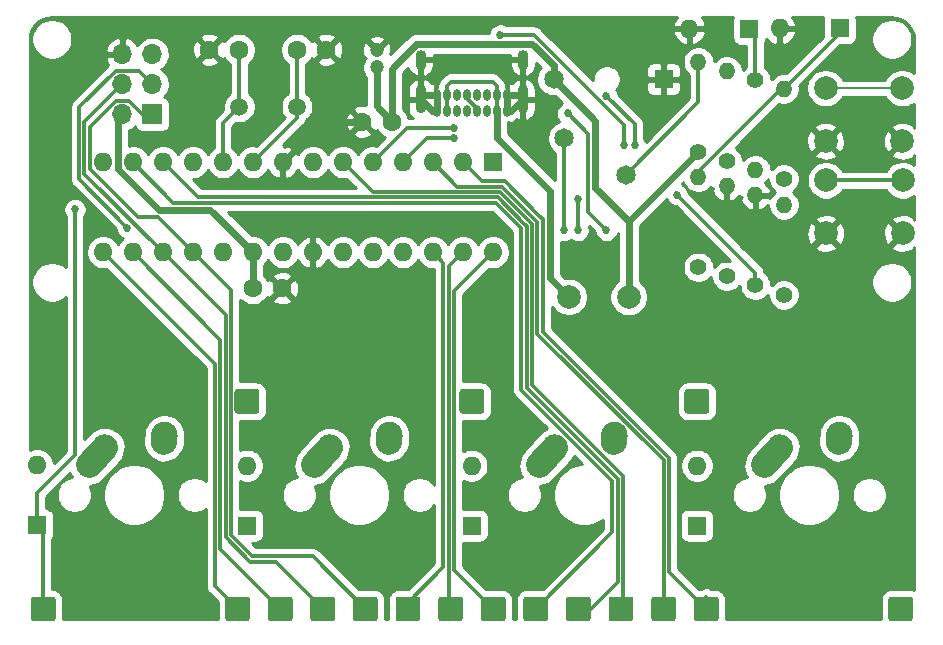
<source format=gbr>
%TF.GenerationSoftware,KiCad,Pcbnew,(5.1.6-0-10_14)*%
%TF.CreationDate,2020-08-01T15:30:54-04:00*%
%TF.ProjectId,pin-check,70696e2d-6368-4656-936b-2e6b69636164,v1.1.0*%
%TF.SameCoordinates,Original*%
%TF.FileFunction,Copper,L1,Top*%
%TF.FilePolarity,Positive*%
%FSLAX46Y46*%
G04 Gerber Fmt 4.6, Leading zero omitted, Abs format (unit mm)*
G04 Created by KiCad (PCBNEW (5.1.6-0-10_14)) date 2020-08-01 15:30:54*
%MOMM*%
%LPD*%
G01*
G04 APERTURE LIST*
%TA.AperFunction,ComponentPad*%
%ADD10O,1.400000X1.400000*%
%TD*%
%TA.AperFunction,ComponentPad*%
%ADD11C,1.400000*%
%TD*%
%TA.AperFunction,ComponentPad*%
%ADD12C,1.650000*%
%TD*%
%TA.AperFunction,ComponentPad*%
%ADD13R,1.650000X1.650000*%
%TD*%
%TA.AperFunction,ComponentPad*%
%ADD14O,1.700000X1.700000*%
%TD*%
%TA.AperFunction,ComponentPad*%
%ADD15R,1.700000X1.700000*%
%TD*%
%TA.AperFunction,ComponentPad*%
%ADD16O,0.650000X1.000000*%
%TD*%
%TA.AperFunction,ComponentPad*%
%ADD17O,0.900000X2.400000*%
%TD*%
%TA.AperFunction,ComponentPad*%
%ADD18O,0.900000X1.700000*%
%TD*%
%TA.AperFunction,ComponentPad*%
%ADD19O,1.600000X1.600000*%
%TD*%
%TA.AperFunction,ComponentPad*%
%ADD20R,1.600000X1.600000*%
%TD*%
%TA.AperFunction,ComponentPad*%
%ADD21C,2.000000*%
%TD*%
%TA.AperFunction,ComponentPad*%
%ADD22C,1.200000*%
%TD*%
%TA.AperFunction,ComponentPad*%
%ADD23C,1.500000*%
%TD*%
%TA.AperFunction,ComponentPad*%
%ADD24C,1.600000*%
%TD*%
%TA.AperFunction,ViaPad*%
%ADD25C,0.685800*%
%TD*%
%TA.AperFunction,Conductor*%
%ADD26C,0.300000*%
%TD*%
%TA.AperFunction,Conductor*%
%ADD27C,0.600000*%
%TD*%
%TA.AperFunction,Conductor*%
%ADD28C,0.152400*%
%TD*%
%TA.AperFunction,Conductor*%
%ADD29C,0.254000*%
%TD*%
G04 APERTURE END LIST*
%TO.P,SW4,2*%
%TO.N,/ColD*%
%TA.AperFunction,ComponentPad*%
G36*
G01*
X179891047Y-102096940D02*
X179891047Y-102096941D01*
G75*
G02*
X178847263Y-100896205I78476J1122260D01*
G01*
X178887817Y-100316243D01*
G75*
G02*
X180088553Y-99272459I1122260J-78476D01*
G01*
X180088553Y-99272459D01*
G75*
G02*
X181132337Y-100473195I-78476J-1122260D01*
G01*
X181091783Y-101053157D01*
G75*
G02*
X179891047Y-102096941I-1122260J78476D01*
G01*
G37*
%TD.AperFunction*%
%TO.P,SW4,1*%
%TO.N,Net-(D4-Pad2)*%
%TA.AperFunction,ComponentPad*%
G36*
G01*
X172901280Y-103759020D02*
X172901280Y-103759020D01*
G75*
G02*
X172818014Y-102170210I752772J836038D01*
G01*
X174129510Y-100713646D01*
G75*
G02*
X175718320Y-100630380I836038J-752772D01*
G01*
X175718320Y-100630380D01*
G75*
G02*
X175801586Y-102219190I-752772J-836038D01*
G01*
X174490090Y-103675754D01*
G75*
G02*
X172901280Y-103759020I-836038J752772D01*
G01*
G37*
%TD.AperFunction*%
%TD*%
%TO.P,SW3,2*%
%TO.N,/ColC*%
%TA.AperFunction,ComponentPad*%
G36*
G01*
X160841047Y-102096940D02*
X160841047Y-102096941D01*
G75*
G02*
X159797263Y-100896205I78476J1122260D01*
G01*
X159837817Y-100316243D01*
G75*
G02*
X161038553Y-99272459I1122260J-78476D01*
G01*
X161038553Y-99272459D01*
G75*
G02*
X162082337Y-100473195I-78476J-1122260D01*
G01*
X162041783Y-101053157D01*
G75*
G02*
X160841047Y-102096941I-1122260J78476D01*
G01*
G37*
%TD.AperFunction*%
%TO.P,SW3,1*%
%TO.N,Net-(D3-Pad2)*%
%TA.AperFunction,ComponentPad*%
G36*
G01*
X153851280Y-103759020D02*
X153851280Y-103759020D01*
G75*
G02*
X153768014Y-102170210I752772J836038D01*
G01*
X155079510Y-100713646D01*
G75*
G02*
X156668320Y-100630380I836038J-752772D01*
G01*
X156668320Y-100630380D01*
G75*
G02*
X156751586Y-102219190I-752772J-836038D01*
G01*
X155440090Y-103675754D01*
G75*
G02*
X153851280Y-103759020I-836038J752772D01*
G01*
G37*
%TD.AperFunction*%
%TD*%
%TO.P,SW2,2*%
%TO.N,/ColB*%
%TA.AperFunction,ComponentPad*%
G36*
G01*
X141791047Y-102096940D02*
X141791047Y-102096941D01*
G75*
G02*
X140747263Y-100896205I78476J1122260D01*
G01*
X140787817Y-100316243D01*
G75*
G02*
X141988553Y-99272459I1122260J-78476D01*
G01*
X141988553Y-99272459D01*
G75*
G02*
X143032337Y-100473195I-78476J-1122260D01*
G01*
X142991783Y-101053157D01*
G75*
G02*
X141791047Y-102096941I-1122260J78476D01*
G01*
G37*
%TD.AperFunction*%
%TO.P,SW2,1*%
%TO.N,Net-(D2-Pad2)*%
%TA.AperFunction,ComponentPad*%
G36*
G01*
X134801280Y-103759020D02*
X134801280Y-103759020D01*
G75*
G02*
X134718014Y-102170210I752772J836038D01*
G01*
X136029510Y-100713646D01*
G75*
G02*
X137618320Y-100630380I836038J-752772D01*
G01*
X137618320Y-100630380D01*
G75*
G02*
X137701586Y-102219190I-752772J-836038D01*
G01*
X136390090Y-103675754D01*
G75*
G02*
X134801280Y-103759020I-836038J752772D01*
G01*
G37*
%TD.AperFunction*%
%TD*%
%TO.P,SW1,1*%
%TO.N,Net-(D1-Pad2)*%
%TA.AperFunction,ComponentPad*%
G36*
G01*
X115751280Y-103759020D02*
X115751280Y-103759020D01*
G75*
G02*
X115668014Y-102170210I752772J836038D01*
G01*
X116979510Y-100713646D01*
G75*
G02*
X118568320Y-100630380I836038J-752772D01*
G01*
X118568320Y-100630380D01*
G75*
G02*
X118651586Y-102219190I-752772J-836038D01*
G01*
X117340090Y-103675754D01*
G75*
G02*
X115751280Y-103759020I-836038J752772D01*
G01*
G37*
%TD.AperFunction*%
%TO.P,SW1,2*%
%TO.N,/ColA*%
%TA.AperFunction,ComponentPad*%
G36*
G01*
X122741047Y-102096940D02*
X122741047Y-102096941D01*
G75*
G02*
X121697263Y-100896205I78476J1122260D01*
G01*
X121737817Y-100316243D01*
G75*
G02*
X122938553Y-99272459I1122260J-78476D01*
G01*
X122938553Y-99272459D01*
G75*
G02*
X123982337Y-100473195I-78476J-1122260D01*
G01*
X123941783Y-101053157D01*
G75*
G02*
X122741047Y-102096941I-1122260J78476D01*
G01*
G37*
%TD.AperFunction*%
%TD*%
D10*
%TO.P,R8,2*%
%TO.N,/C4*%
X168071800Y-68808600D03*
D11*
%TO.P,R8,1*%
%TO.N,+5V*%
X168071800Y-76428600D03*
%TD*%
D10*
%TO.P,R7,2*%
%TO.N,/C5*%
X170484800Y-69570600D03*
D11*
%TO.P,R7,1*%
%TO.N,+5V*%
X170484800Y-77190600D03*
%TD*%
D12*
%TO.P,J2,4*%
%TO.N,+5V*%
X155824800Y-70285600D03*
%TO.P,J2,3*%
%TO.N,/C4*%
X161924800Y-78385600D03*
%TO.P,J2,2*%
%TO.N,/C5*%
X156724800Y-75285600D03*
D13*
%TO.P,J2,1*%
%TO.N,GND*%
X165124800Y-70285600D03*
%TD*%
D14*
%TO.P,J1,6*%
%TO.N,GND*%
X119303800Y-68173600D03*
%TO.P,J1,5*%
%TO.N,/Reset*%
X121843800Y-68173600D03*
%TO.P,J1,4*%
%TO.N,/B3*%
X119303800Y-70713600D03*
%TO.P,J1,3*%
%TO.N,/ColA*%
X121843800Y-70713600D03*
%TO.P,J1,2*%
%TO.N,+5V*%
X119303800Y-73253600D03*
D15*
%TO.P,J1,1*%
%TO.N,/B4*%
X121843800Y-73253600D03*
%TD*%
D16*
%TO.P,P1,A5*%
%TO.N,Net-(P1-PadA5)*%
X150169800Y-72978200D03*
%TO.P,P1,A1*%
%TO.N,GND*%
X151869800Y-72978200D03*
%TO.P,P1,A4*%
%TO.N,Net-(F1-Pad2)*%
X151019800Y-72978200D03*
%TO.P,P1,A6*%
%TO.N,Net-(D8-Pad1)*%
X149319800Y-72978200D03*
%TO.P,P1,A7*%
%TO.N,Net-(D7-Pad1)*%
X148469800Y-72978200D03*
%TO.P,P1,A8*%
%TO.N,Net-(P1-PadA8)*%
X147619800Y-72978200D03*
%TO.P,P1,A9*%
%TO.N,Net-(F1-Pad2)*%
X146769800Y-72978200D03*
%TO.P,P1,A12*%
%TO.N,GND*%
X145919800Y-72978200D03*
%TO.P,P1,B12*%
X151869800Y-71653200D03*
%TO.P,P1,B9*%
%TO.N,Net-(F1-Pad2)*%
X151014800Y-71653200D03*
%TO.P,P1,B8*%
%TO.N,Net-(P1-PadB8)*%
X150164800Y-71653200D03*
%TO.P,P1,B7*%
%TO.N,Net-(D7-Pad1)*%
X149314800Y-71653200D03*
%TO.P,P1,B6*%
%TO.N,Net-(D8-Pad1)*%
X148464800Y-71653200D03*
%TO.P,P1,B5*%
%TO.N,Net-(P1-PadB5)*%
X147614800Y-71653200D03*
%TO.P,P1,B4*%
%TO.N,Net-(F1-Pad2)*%
X146764800Y-71653200D03*
%TO.P,P1,B1*%
%TO.N,GND*%
X145914800Y-71653200D03*
D17*
%TO.P,P1,S1*%
X153219800Y-71998200D03*
X144569800Y-71998200D03*
D18*
X153219800Y-68618200D03*
X144569800Y-68618200D03*
%TD*%
D19*
%TO.P,D1,2*%
%TO.N,Net-(D1-Pad2)*%
X112064800Y-102971600D03*
D20*
%TO.P,D1,1*%
%TO.N,/Row0*%
X112064800Y-108051600D03*
%TD*%
D19*
%TO.P,D8,2*%
%TO.N,GND*%
X167309800Y-66014600D03*
D20*
%TO.P,D8,1*%
%TO.N,Net-(D8-Pad1)*%
X172389800Y-66014600D03*
%TD*%
D19*
%TO.P,D7,2*%
%TO.N,GND*%
X174944800Y-65987600D03*
D20*
%TO.P,D7,1*%
%TO.N,Net-(D7-Pad1)*%
X180024800Y-65987600D03*
%TD*%
D19*
%TO.P,D4,2*%
%TO.N,Net-(D4-Pad2)*%
X167944800Y-102997000D03*
D20*
%TO.P,D4,1*%
%TO.N,/Row0*%
X167944800Y-108077000D03*
%TD*%
D19*
%TO.P,D3,2*%
%TO.N,Net-(D3-Pad2)*%
X148869400Y-102997000D03*
D20*
%TO.P,D3,1*%
%TO.N,/Row0*%
X148869400Y-108077000D03*
%TD*%
D19*
%TO.P,D2,2*%
%TO.N,Net-(D2-Pad2)*%
X129844800Y-102997000D03*
D20*
%TO.P,D2,1*%
%TO.N,/Row0*%
X129844800Y-108077000D03*
%TD*%
D10*
%TO.P,R6,2*%
%TO.N,/D+*%
X172897800Y-77952600D03*
D11*
%TO.P,R6,1*%
%TO.N,Net-(D8-Pad1)*%
X172897800Y-70332600D03*
%TD*%
D10*
%TO.P,R5,2*%
%TO.N,Net-(D7-Pad1)*%
X175310800Y-71094600D03*
D11*
%TO.P,R5,1*%
%TO.N,/D-*%
X175310800Y-78714600D03*
%TD*%
D10*
%TO.P,R4,2*%
%TO.N,Net-(D7-Pad1)*%
X168071800Y-78587600D03*
D11*
%TO.P,R4,1*%
%TO.N,+5V*%
X168071800Y-86207600D03*
%TD*%
D10*
%TO.P,R3,2*%
%TO.N,GND*%
X170484800Y-79349600D03*
D11*
%TO.P,R3,1*%
%TO.N,Net-(P1-PadA5)*%
X170484800Y-86969600D03*
%TD*%
D10*
%TO.P,R2,2*%
%TO.N,GND*%
X172897800Y-80111600D03*
D11*
%TO.P,R2,1*%
%TO.N,Net-(P1-PadB5)*%
X172897800Y-87731600D03*
%TD*%
D10*
%TO.P,R1,2*%
%TO.N,/Reset*%
X175310800Y-80916780D03*
D11*
%TO.P,R1,1*%
%TO.N,+5V*%
X175310800Y-88536780D03*
%TD*%
%TO.P,H10,1*%
%TO.N,/D7*%
%TA.AperFunction,ComponentPad*%
G36*
G01*
X155355000Y-114338200D02*
X155355000Y-115938200D01*
G75*
G02*
X155105000Y-116188200I-250000J0D01*
G01*
X153505000Y-116188200D01*
G75*
G02*
X153255000Y-115938200I0J250000D01*
G01*
X153255000Y-114338200D01*
G75*
G02*
X153505000Y-114088200I250000J0D01*
G01*
X155105000Y-114088200D01*
G75*
G02*
X155355000Y-114338200I0J-250000D01*
G01*
G37*
%TD.AperFunction*%
%TD*%
%TO.P,H9,1*%
%TO.N,/D6*%
%TA.AperFunction,ComponentPad*%
G36*
G01*
X158961800Y-114338200D02*
X158961800Y-115938200D01*
G75*
G02*
X158711800Y-116188200I-250000J0D01*
G01*
X157111800Y-116188200D01*
G75*
G02*
X156861800Y-115938200I0J250000D01*
G01*
X156861800Y-114338200D01*
G75*
G02*
X157111800Y-114088200I250000J0D01*
G01*
X158711800Y-114088200D01*
G75*
G02*
X158961800Y-114338200I0J-250000D01*
G01*
G37*
%TD.AperFunction*%
%TD*%
%TO.P,H8,1*%
%TO.N,/D4*%
%TA.AperFunction,ComponentPad*%
G36*
G01*
X162568600Y-114338200D02*
X162568600Y-115938200D01*
G75*
G02*
X162318600Y-116188200I-250000J0D01*
G01*
X160718600Y-116188200D01*
G75*
G02*
X160468600Y-115938200I0J250000D01*
G01*
X160468600Y-114338200D01*
G75*
G02*
X160718600Y-114088200I250000J0D01*
G01*
X162318600Y-114088200D01*
G75*
G02*
X162568600Y-114338200I0J-250000D01*
G01*
G37*
%TD.AperFunction*%
%TD*%
%TO.P,H7,1*%
%TO.N,/D1*%
%TA.AperFunction,ComponentPad*%
G36*
G01*
X166175400Y-114338200D02*
X166175400Y-115938200D01*
G75*
G02*
X165925400Y-116188200I-250000J0D01*
G01*
X164325400Y-116188200D01*
G75*
G02*
X164075400Y-115938200I0J250000D01*
G01*
X164075400Y-114338200D01*
G75*
G02*
X164325400Y-114088200I250000J0D01*
G01*
X165925400Y-114088200D01*
G75*
G02*
X166175400Y-114338200I0J-250000D01*
G01*
G37*
%TD.AperFunction*%
%TD*%
%TO.P,H6,1*%
%TO.N,/D0*%
%TA.AperFunction,ComponentPad*%
G36*
G01*
X169782200Y-114338200D02*
X169782200Y-115938200D01*
G75*
G02*
X169532200Y-116188200I-250000J0D01*
G01*
X167932200Y-116188200D01*
G75*
G02*
X167682200Y-115938200I0J250000D01*
G01*
X167682200Y-114338200D01*
G75*
G02*
X167932200Y-114088200I250000J0D01*
G01*
X169532200Y-114088200D01*
G75*
G02*
X169782200Y-114338200I0J-250000D01*
G01*
G37*
%TD.AperFunction*%
%TD*%
%TO.P,H11,1*%
%TO.N,/C5*%
%TA.AperFunction,ComponentPad*%
G36*
G01*
X151748200Y-114338200D02*
X151748200Y-115938200D01*
G75*
G02*
X151498200Y-116188200I-250000J0D01*
G01*
X149898200Y-116188200D01*
G75*
G02*
X149648200Y-115938200I0J250000D01*
G01*
X149648200Y-114338200D01*
G75*
G02*
X149898200Y-114088200I250000J0D01*
G01*
X151498200Y-114088200D01*
G75*
G02*
X151748200Y-114338200I0J-250000D01*
G01*
G37*
%TD.AperFunction*%
%TD*%
%TO.P,H14,1*%
%TO.N,/B4*%
%TA.AperFunction,ComponentPad*%
G36*
G01*
X140927800Y-114338200D02*
X140927800Y-115938200D01*
G75*
G02*
X140677800Y-116188200I-250000J0D01*
G01*
X139077800Y-116188200D01*
G75*
G02*
X138827800Y-115938200I0J250000D01*
G01*
X138827800Y-114338200D01*
G75*
G02*
X139077800Y-114088200I250000J0D01*
G01*
X140677800Y-114088200D01*
G75*
G02*
X140927800Y-114338200I0J-250000D01*
G01*
G37*
%TD.AperFunction*%
%TD*%
%TO.P,H15,1*%
%TO.N,/B3*%
%TA.AperFunction,ComponentPad*%
G36*
G01*
X137321000Y-114338200D02*
X137321000Y-115938200D01*
G75*
G02*
X137071000Y-116188200I-250000J0D01*
G01*
X135471000Y-116188200D01*
G75*
G02*
X135221000Y-115938200I0J250000D01*
G01*
X135221000Y-114338200D01*
G75*
G02*
X135471000Y-114088200I250000J0D01*
G01*
X137071000Y-114088200D01*
G75*
G02*
X137321000Y-114338200I0J-250000D01*
G01*
G37*
%TD.AperFunction*%
%TD*%
%TO.P,H16,1*%
%TO.N,/B2*%
%TA.AperFunction,ComponentPad*%
G36*
G01*
X133714200Y-114338200D02*
X133714200Y-115938200D01*
G75*
G02*
X133464200Y-116188200I-250000J0D01*
G01*
X131864200Y-116188200D01*
G75*
G02*
X131614200Y-115938200I0J250000D01*
G01*
X131614200Y-114338200D01*
G75*
G02*
X131864200Y-114088200I250000J0D01*
G01*
X133464200Y-114088200D01*
G75*
G02*
X133714200Y-114338200I0J-250000D01*
G01*
G37*
%TD.AperFunction*%
%TD*%
%TO.P,H17,1*%
%TO.N,/B1*%
%TA.AperFunction,ComponentPad*%
G36*
G01*
X130107400Y-114338200D02*
X130107400Y-115938200D01*
G75*
G02*
X129857400Y-116188200I-250000J0D01*
G01*
X128257400Y-116188200D01*
G75*
G02*
X128007400Y-115938200I0J250000D01*
G01*
X128007400Y-114338200D01*
G75*
G02*
X128257400Y-114088200I250000J0D01*
G01*
X129857400Y-114088200D01*
G75*
G02*
X130107400Y-114338200I0J-250000D01*
G01*
G37*
%TD.AperFunction*%
%TD*%
%TO.P,H12,1*%
%TO.N,/C4*%
%TA.AperFunction,ComponentPad*%
G36*
G01*
X148141400Y-114338200D02*
X148141400Y-115938200D01*
G75*
G02*
X147891400Y-116188200I-250000J0D01*
G01*
X146291400Y-116188200D01*
G75*
G02*
X146041400Y-115938200I0J250000D01*
G01*
X146041400Y-114338200D01*
G75*
G02*
X146291400Y-114088200I250000J0D01*
G01*
X147891400Y-114088200D01*
G75*
G02*
X148141400Y-114338200I0J-250000D01*
G01*
G37*
%TD.AperFunction*%
%TD*%
%TO.P,H13,1*%
%TO.N,/C3*%
%TA.AperFunction,ComponentPad*%
G36*
G01*
X144534600Y-114338200D02*
X144534600Y-115938200D01*
G75*
G02*
X144284600Y-116188200I-250000J0D01*
G01*
X142684600Y-116188200D01*
G75*
G02*
X142434600Y-115938200I0J250000D01*
G01*
X142434600Y-114338200D01*
G75*
G02*
X142684600Y-114088200I250000J0D01*
G01*
X144284600Y-114088200D01*
G75*
G02*
X144534600Y-114338200I0J-250000D01*
G01*
G37*
%TD.AperFunction*%
%TD*%
%TO.P,H5,1*%
%TO.N,/ColD*%
%TA.AperFunction,ComponentPad*%
G36*
G01*
X186241400Y-114338200D02*
X186241400Y-115938200D01*
G75*
G02*
X185991400Y-116188200I-250000J0D01*
G01*
X184391400Y-116188200D01*
G75*
G02*
X184141400Y-115938200I0J250000D01*
G01*
X184141400Y-114338200D01*
G75*
G02*
X184391400Y-114088200I250000J0D01*
G01*
X185991400Y-114088200D01*
G75*
G02*
X186241400Y-114338200I0J-250000D01*
G01*
G37*
%TD.AperFunction*%
%TD*%
%TO.P,H4,1*%
%TO.N,/ColC*%
%TA.AperFunction,ComponentPad*%
G36*
G01*
X168994800Y-96761400D02*
X168994800Y-98361400D01*
G75*
G02*
X168744800Y-98611400I-250000J0D01*
G01*
X167144800Y-98611400D01*
G75*
G02*
X166894800Y-98361400I0J250000D01*
G01*
X166894800Y-96761400D01*
G75*
G02*
X167144800Y-96511400I250000J0D01*
G01*
X168744800Y-96511400D01*
G75*
G02*
X168994800Y-96761400I0J-250000D01*
G01*
G37*
%TD.AperFunction*%
%TD*%
%TO.P,H3,1*%
%TO.N,/ColB*%
%TA.AperFunction,ComponentPad*%
G36*
G01*
X149944800Y-96761400D02*
X149944800Y-98361400D01*
G75*
G02*
X149694800Y-98611400I-250000J0D01*
G01*
X148094800Y-98611400D01*
G75*
G02*
X147844800Y-98361400I0J250000D01*
G01*
X147844800Y-96761400D01*
G75*
G02*
X148094800Y-96511400I250000J0D01*
G01*
X149694800Y-96511400D01*
G75*
G02*
X149944800Y-96761400I0J-250000D01*
G01*
G37*
%TD.AperFunction*%
%TD*%
%TO.P,H2,1*%
%TO.N,/ColA*%
%TA.AperFunction,ComponentPad*%
G36*
G01*
X130894800Y-96761400D02*
X130894800Y-98361400D01*
G75*
G02*
X130644800Y-98611400I-250000J0D01*
G01*
X129044800Y-98611400D01*
G75*
G02*
X128794800Y-98361400I0J250000D01*
G01*
X128794800Y-96761400D01*
G75*
G02*
X129044800Y-96511400I250000J0D01*
G01*
X130644800Y-96511400D01*
G75*
G02*
X130894800Y-96761400I0J-250000D01*
G01*
G37*
%TD.AperFunction*%
%TD*%
%TO.P,H1,1*%
%TO.N,/Row0*%
%TA.AperFunction,ComponentPad*%
G36*
G01*
X113648200Y-114338200D02*
X113648200Y-115938200D01*
G75*
G02*
X113398200Y-116188200I-250000J0D01*
G01*
X111798200Y-116188200D01*
G75*
G02*
X111548200Y-115938200I0J250000D01*
G01*
X111548200Y-114338200D01*
G75*
G02*
X111798200Y-114088200I250000J0D01*
G01*
X113398200Y-114088200D01*
G75*
G02*
X113648200Y-114338200I0J-250000D01*
G01*
G37*
%TD.AperFunction*%
%TD*%
D21*
%TO.P,F1,2*%
%TO.N,Net-(F1-Pad2)*%
X157099000Y-88716520D03*
%TO.P,F1,1*%
%TO.N,+5V*%
X162179000Y-88726520D03*
%TD*%
D22*
%TO.P,C3,2*%
%TO.N,+5V*%
X140830300Y-69292600D03*
%TO.P,C3,1*%
%TO.N,GND*%
X140830300Y-67792600D03*
%TD*%
D23*
%TO.P,Y1,2*%
%TO.N,Net-(C1-Pad2)*%
X134089800Y-72618600D03*
%TO.P,Y1,1*%
%TO.N,Net-(C2-Pad2)*%
X129209800Y-72618600D03*
%TD*%
D19*
%TO.P,U1,28*%
%TO.N,/C5*%
X150672800Y-84937600D03*
%TO.P,U1,14*%
%TO.N,/Row0*%
X117652800Y-77317600D03*
%TO.P,U1,27*%
%TO.N,/C4*%
X148132800Y-84937600D03*
%TO.P,U1,13*%
%TO.N,/D7*%
X120192800Y-77317600D03*
%TO.P,U1,26*%
%TO.N,/C3*%
X145592800Y-84937600D03*
%TO.P,U1,12*%
%TO.N,/D6*%
X122732800Y-77317600D03*
%TO.P,U1,25*%
%TO.N,/ColD*%
X143052800Y-84937600D03*
%TO.P,U1,11*%
%TO.N,/Boot*%
X125272800Y-77317600D03*
%TO.P,U1,24*%
%TO.N,/ColC*%
X140512800Y-84937600D03*
%TO.P,U1,10*%
%TO.N,Net-(C2-Pad2)*%
X127812800Y-77317600D03*
%TO.P,U1,23*%
%TO.N,/ColB*%
X137972800Y-84937600D03*
%TO.P,U1,9*%
%TO.N,Net-(C1-Pad2)*%
X130352800Y-77317600D03*
%TO.P,U1,22*%
%TO.N,GND*%
X135432800Y-84937600D03*
%TO.P,U1,8*%
X132892800Y-77317600D03*
%TO.P,U1,21*%
%TO.N,Net-(U1-Pad21)*%
X132892800Y-84937600D03*
%TO.P,U1,7*%
%TO.N,+5V*%
X135432800Y-77317600D03*
%TO.P,U1,20*%
X130352800Y-84937600D03*
%TO.P,U1,6*%
%TO.N,/D4*%
X137972800Y-77317600D03*
%TO.P,U1,19*%
%TO.N,/ColA*%
X127812800Y-84937600D03*
%TO.P,U1,5*%
%TO.N,/D-*%
X140512800Y-77317600D03*
%TO.P,U1,18*%
%TO.N,/B4*%
X125272800Y-84937600D03*
%TO.P,U1,4*%
%TO.N,/D+*%
X143052800Y-77317600D03*
%TO.P,U1,17*%
%TO.N,/B3*%
X122732800Y-84937600D03*
%TO.P,U1,3*%
%TO.N,/D1*%
X145592800Y-77317600D03*
%TO.P,U1,16*%
%TO.N,/B2*%
X120192800Y-84937600D03*
%TO.P,U1,2*%
%TO.N,/D0*%
X148132800Y-77317600D03*
%TO.P,U1,15*%
%TO.N,/B1*%
X117652800Y-84937600D03*
D20*
%TO.P,U1,1*%
%TO.N,/Reset*%
X150672800Y-77317600D03*
%TD*%
D21*
%TO.P,SW8,1*%
%TO.N,/Boot*%
X185343800Y-71039600D03*
%TO.P,SW8,2*%
%TO.N,GND*%
X185343800Y-75539600D03*
%TO.P,SW8,1*%
%TO.N,/Boot*%
X178843800Y-71039600D03*
%TO.P,SW8,2*%
%TO.N,GND*%
X178843800Y-75539600D03*
%TD*%
%TO.P,SW7,1*%
%TO.N,/Reset*%
X185366800Y-78841600D03*
%TO.P,SW7,2*%
%TO.N,GND*%
X185366800Y-83341600D03*
%TO.P,SW7,1*%
%TO.N,/Reset*%
X178866800Y-78841600D03*
%TO.P,SW7,2*%
%TO.N,GND*%
X178866800Y-83341600D03*
%TD*%
D24*
%TO.P,C5,2*%
%TO.N,+5V*%
X130329300Y-87985600D03*
%TO.P,C5,1*%
%TO.N,GND*%
X132829300Y-87985600D03*
%TD*%
%TO.P,C4,2*%
%TO.N,+5V*%
X142123800Y-73888600D03*
%TO.P,C4,1*%
%TO.N,GND*%
X139623800Y-73888600D03*
%TD*%
%TO.P,C2,2*%
%TO.N,Net-(C2-Pad2)*%
X129169800Y-67792600D03*
%TO.P,C2,1*%
%TO.N,GND*%
X126669800Y-67792600D03*
%TD*%
%TO.P,C1,2*%
%TO.N,Net-(C1-Pad2)*%
X134075800Y-67792600D03*
%TO.P,C1,1*%
%TO.N,GND*%
X136575800Y-67792600D03*
%TD*%
D25*
%TO.N,/Row0*%
X115294800Y-81287600D03*
%TO.N,Net-(D7-Pad1)*%
X162694800Y-75887600D03*
X160294800Y-71687600D03*
%TO.N,/C5*%
X156694800Y-83087600D03*
%TO.N,Net-(P1-PadB5)*%
X166294800Y-80087600D03*
X161794800Y-75887600D03*
X151294800Y-66520490D03*
%TO.N,Net-(P1-PadA5)*%
X160294800Y-83087600D03*
X156994800Y-73187600D03*
%TO.N,/D-*%
X147394800Y-74387600D03*
%TO.N,/D+*%
X147394800Y-75287600D03*
%TO.N,/C4*%
X157894800Y-80387600D03*
X157894800Y-83087600D03*
%TO.N,/ColA*%
X119732503Y-82849897D03*
%TD*%
D26*
%TO.N,Net-(C1-Pad2)*%
X134089800Y-73580600D02*
X134089800Y-72618600D01*
X130352800Y-77317600D02*
X134089800Y-73580600D01*
X134089800Y-67806600D02*
X134075800Y-67792600D01*
X134089800Y-72618600D02*
X134089800Y-67806600D01*
D27*
%TO.N,GND*%
X136321800Y-73888600D02*
X139623800Y-73888600D01*
X132892800Y-77317600D02*
X136321800Y-73888600D01*
X152874800Y-71653200D02*
X153219800Y-71998200D01*
X151869800Y-71653200D02*
X152874800Y-71653200D01*
X151869800Y-71653200D02*
X151869800Y-72978200D01*
X152239800Y-72978200D02*
X153219800Y-71998200D01*
X151869800Y-72978200D02*
X152239800Y-72978200D01*
X145914800Y-72973200D02*
X145919800Y-72978200D01*
X145914800Y-71653200D02*
X145914800Y-72973200D01*
X144914800Y-71653200D02*
X144569800Y-71998200D01*
X145914800Y-71653200D02*
X144914800Y-71653200D01*
X145549800Y-72978200D02*
X144569800Y-71998200D01*
X145919800Y-72978200D02*
X145549800Y-72978200D01*
D26*
%TO.N,Net-(C2-Pad2)*%
X127812800Y-74015600D02*
X129209800Y-72618600D01*
X127812800Y-77317600D02*
X127812800Y-74015600D01*
X129209800Y-67832600D02*
X129169800Y-67792600D01*
X129209800Y-72618600D02*
X129209800Y-67832600D01*
D27*
%TO.N,+5V*%
X130329300Y-84961100D02*
X130352800Y-84937600D01*
X130329300Y-87985600D02*
X130329300Y-84961100D01*
X118940399Y-77918753D02*
X122370656Y-81349010D01*
X118940399Y-73617001D02*
X118940399Y-77918753D01*
X119303800Y-73253600D02*
X118940399Y-73617001D01*
X126764210Y-81349010D02*
X130352800Y-84937600D01*
X122370656Y-81349010D02*
X126764210Y-81349010D01*
X140830300Y-72595100D02*
X142123800Y-73888600D01*
X140830300Y-69292600D02*
X140830300Y-72595100D01*
X162179000Y-82321400D02*
X168071800Y-76428600D01*
X159322399Y-73783199D02*
X155824800Y-70285600D01*
X159322399Y-79464799D02*
X159322399Y-73783199D01*
X162179000Y-82321400D02*
X159322399Y-79464799D01*
X155824800Y-69118874D02*
X155824800Y-70285600D01*
X144196010Y-67315790D02*
X154021716Y-67315790D01*
X142123800Y-69388000D02*
X144196010Y-67315790D01*
X154021716Y-67315790D02*
X155824800Y-69118874D01*
X142123800Y-73888600D02*
X142123800Y-69388000D01*
X162179000Y-88726520D02*
X162179000Y-82321400D01*
D26*
%TO.N,/Row0*%
X112598200Y-108585000D02*
X112064800Y-108051600D01*
X112598200Y-115138200D02*
X112598200Y-108585000D01*
X112064800Y-105358046D02*
X115294800Y-102128046D01*
X112064800Y-108051600D02*
X112064800Y-105358046D01*
X115294800Y-102128046D02*
X115294800Y-81287600D01*
%TO.N,Net-(D7-Pad1)*%
X180024800Y-66380600D02*
X180024800Y-65987600D01*
X175310800Y-71094600D02*
X180024800Y-66380600D01*
X168071800Y-78120046D02*
X175097246Y-71094600D01*
X175097246Y-71094600D02*
X175310800Y-71094600D01*
X168071800Y-78587600D02*
X168071800Y-78120046D01*
X162694800Y-74087600D02*
X160294800Y-71687600D01*
X162694800Y-75887600D02*
X162694800Y-74087600D01*
%TO.N,Net-(D8-Pad1)*%
X172897800Y-66522600D02*
X172389800Y-66014600D01*
X172897800Y-70332600D02*
X172897800Y-66522600D01*
X149319800Y-72765909D02*
X149319800Y-72978200D01*
X148464800Y-71910909D02*
X149319800Y-72765909D01*
X148464800Y-71653200D02*
X148464800Y-71910909D01*
%TO.N,Net-(F1-Pad2)*%
X146764800Y-70853200D02*
X147130400Y-70487600D01*
X146764800Y-71653200D02*
X146764800Y-70853200D01*
X151014800Y-70853200D02*
X151014800Y-71653200D01*
X150649200Y-70487600D02*
X151014800Y-70853200D01*
X147130400Y-70487600D02*
X150649200Y-70487600D01*
X146769800Y-71658200D02*
X146764800Y-71653200D01*
X146769800Y-72978200D02*
X146769800Y-71658200D01*
X151019800Y-71658200D02*
X151014800Y-71653200D01*
X151019800Y-72978200D02*
X151019800Y-71658200D01*
D27*
X157099000Y-88716520D02*
X155506850Y-87124370D01*
X155497846Y-79728324D02*
X151019800Y-75250278D01*
X155497846Y-81906496D02*
X155497846Y-79728324D01*
X151019800Y-75250278D02*
X151019800Y-72978200D01*
X155506850Y-81915500D02*
X155497846Y-81906496D01*
X155506850Y-87124370D02*
X155506850Y-81915500D01*
D26*
%TO.N,/B1*%
X127135160Y-113215960D02*
X129057400Y-115138200D01*
X127135160Y-94419960D02*
X127135160Y-113215960D01*
X117652800Y-84937600D02*
X127135160Y-94419960D01*
%TO.N,/B2*%
X127587570Y-110061570D02*
X132664200Y-115138200D01*
X127587570Y-92332370D02*
X127587570Y-110061570D01*
X120192800Y-84937600D02*
X127587570Y-92332370D01*
%TO.N,/B3*%
X128039980Y-109056306D02*
X128039980Y-92832780D01*
X128039980Y-92832780D02*
X128042390Y-92830370D01*
X128042390Y-90247190D02*
X122732800Y-84937600D01*
X128042390Y-92830370D02*
X128042390Y-90247190D01*
X116097990Y-78302790D02*
X122732800Y-84937600D01*
X116097990Y-73919410D02*
X116097990Y-78302790D01*
X119303800Y-70713600D02*
X116097990Y-73919410D01*
X130129283Y-111145609D02*
X132278409Y-111145609D01*
X132278409Y-111145609D02*
X136271000Y-115138200D01*
X128039980Y-109056306D02*
X130129283Y-111145609D01*
%TO.N,/B4*%
X128492390Y-108868912D02*
X128492390Y-96290010D01*
X128492390Y-96290010D02*
X128494800Y-96287600D01*
X128494800Y-88159600D02*
X125272800Y-84937600D01*
X128494800Y-96287600D02*
X128494800Y-88159600D01*
X116550399Y-77846753D02*
X120655066Y-81951420D01*
X116550399Y-74301447D02*
X116550399Y-77846753D01*
X118750647Y-72101199D02*
X116550399Y-74301447D01*
X119856953Y-72101199D02*
X118750647Y-72101199D01*
X121009354Y-73253600D02*
X119856953Y-72101199D01*
X121843800Y-73253600D02*
X121009354Y-73253600D01*
X122286620Y-81951420D02*
X125272800Y-84937600D01*
X120655066Y-81951420D02*
X122286620Y-81951420D01*
X128492390Y-108868912D02*
X130316678Y-110693200D01*
X135432800Y-110693200D02*
X139877800Y-115138200D01*
X130316678Y-110693200D02*
X135432800Y-110693200D01*
%TO.N,/C5*%
X147394800Y-88215600D02*
X150672800Y-84937600D01*
X147394800Y-111834800D02*
X147394800Y-88215600D01*
X150698200Y-115138200D02*
X147394800Y-111834800D01*
X156724800Y-83057600D02*
X156694800Y-83087600D01*
X156724800Y-75285600D02*
X156724800Y-83057600D01*
%TO.N,/D0*%
X149752161Y-78936961D02*
X148132800Y-77317600D01*
X151676375Y-78936961D02*
X149752161Y-78936961D01*
X168732200Y-115138200D02*
X168732200Y-114088200D01*
X154904440Y-91664382D02*
X154904440Y-82165026D01*
X165577809Y-102337751D02*
X154904440Y-91664382D01*
X165577809Y-111983809D02*
X165577809Y-102337751D01*
X154904440Y-82165026D02*
X154610907Y-81871493D01*
X168732200Y-115138200D02*
X165577809Y-111983809D01*
X154610907Y-81871493D02*
X151676375Y-78936961D01*
X154895436Y-82156022D02*
X154610907Y-81871493D01*
%TO.N,/D1*%
X165125400Y-102525146D02*
X165125400Y-115138200D01*
X154452030Y-91851776D02*
X165125400Y-102525146D01*
X154452030Y-82352420D02*
X154452030Y-91851776D01*
X145592800Y-77317600D02*
X147664571Y-79389371D01*
X151488981Y-79389371D02*
X154452030Y-82352420D01*
X147664571Y-79389371D02*
X151488981Y-79389371D01*
%TO.N,/D4*%
X137972800Y-77317600D02*
X140496981Y-79841781D01*
X140496981Y-79841781D02*
X151301588Y-79841780D01*
X161612019Y-115044781D02*
X161518600Y-115138200D01*
X153999620Y-82539814D02*
X153821103Y-82361297D01*
X161695919Y-114960881D02*
X161695919Y-103909111D01*
X161695919Y-103909111D02*
X153999620Y-96212812D01*
X153999620Y-96212812D02*
X153999620Y-82539814D01*
X161518600Y-115138200D02*
X161695919Y-114960881D01*
X153821103Y-82361297D02*
X153990618Y-82530812D01*
X151301588Y-79841780D02*
X153821103Y-82361297D01*
%TO.N,/D6*%
X125709390Y-80294190D02*
X122732800Y-77317600D01*
X151114194Y-80294190D02*
X125709390Y-80294190D01*
X153547210Y-82727206D02*
X153351202Y-82531198D01*
X153547210Y-96400206D02*
X153547210Y-82727206D01*
X161243510Y-104096506D02*
X153547210Y-96400206D01*
X153538209Y-82718205D02*
X153351202Y-82531198D01*
X153351202Y-82531198D02*
X151114194Y-80294190D01*
X161243511Y-112856489D02*
X161243510Y-104096506D01*
X158961800Y-115138200D02*
X161243511Y-112856489D01*
X157911800Y-115138200D02*
X158961800Y-115138200D01*
%TO.N,/D7*%
X150926800Y-80746600D02*
X123621800Y-80746600D01*
X123621800Y-80746600D02*
X120192800Y-77317600D01*
X160791101Y-108652099D02*
X160791101Y-104283901D01*
X154305000Y-115138200D02*
X160791101Y-108652099D01*
X153094800Y-82914600D02*
X152881300Y-82701100D01*
X160791101Y-104283901D02*
X153094800Y-96587600D01*
X153094800Y-96587600D02*
X153094800Y-82914600D01*
X152881300Y-82701100D02*
X150926800Y-80746600D01*
X153085800Y-82905600D02*
X152881300Y-82701100D01*
%TO.N,/Reset*%
X178866800Y-78841600D02*
X185366800Y-78841600D01*
%TO.N,Net-(P1-PadB5)*%
X172897800Y-86690600D02*
X166294800Y-80087600D01*
X172897800Y-87731600D02*
X172897800Y-86690600D01*
X154172644Y-66520490D02*
X151294800Y-66520490D01*
X161794800Y-74142646D02*
X154172644Y-66520490D01*
X161794800Y-75887600D02*
X161794800Y-74142646D01*
%TO.N,Net-(P1-PadA5)*%
X158719989Y-74912789D02*
X156994800Y-73187600D01*
X158719989Y-81512789D02*
X158719989Y-74912789D01*
X160294800Y-83087600D02*
X158719989Y-81512789D01*
%TO.N,/D-*%
X143442800Y-74387600D02*
X140512800Y-77317600D01*
X147394800Y-74387600D02*
X143442800Y-74387600D01*
%TO.N,/D+*%
X145082800Y-75287600D02*
X147394800Y-75287600D01*
X143052800Y-77317600D02*
X145082800Y-75287600D01*
D28*
%TO.N,/Boot*%
X178843800Y-71039600D02*
X185343800Y-71039600D01*
D26*
%TO.N,/C3*%
X146489980Y-111592420D02*
X146489980Y-85834780D01*
X146489980Y-85834780D02*
X145592800Y-84937600D01*
X143484600Y-114597800D02*
X146489980Y-111592420D01*
X143484600Y-115138200D02*
X143484600Y-114597800D01*
%TO.N,/C4*%
X168071800Y-72238600D02*
X161924800Y-78385600D01*
X168071800Y-68808600D02*
X168071800Y-72238600D01*
X157894800Y-80387600D02*
X157894800Y-83087600D01*
X146942390Y-86128010D02*
X146942390Y-114989190D01*
X146942390Y-114989190D02*
X147091400Y-115138200D01*
X148132800Y-84937600D02*
X146942390Y-86128010D01*
%TO.N,/ColA*%
X118750647Y-69561199D02*
X115645581Y-72666265D01*
X115645581Y-78762975D02*
X119732503Y-82849897D01*
X121843800Y-70713600D02*
X120691399Y-69561199D01*
X115645581Y-72666265D02*
X115645581Y-78762975D01*
X120691399Y-69561199D02*
X118750647Y-69561199D01*
%TD*%
D29*
%TO.N,GND*%
G36*
X152309801Y-83239759D02*
G01*
X152309800Y-96549047D01*
X152306003Y-96587600D01*
X152309800Y-96626153D01*
X152309800Y-96626160D01*
X152321159Y-96741486D01*
X152366046Y-96889459D01*
X152438938Y-97025832D01*
X152537036Y-97145364D01*
X152566990Y-97169947D01*
X155237211Y-99840168D01*
X155154182Y-99870183D01*
X154857402Y-100049390D01*
X154665461Y-100224502D01*
X153238269Y-101809560D01*
X153084180Y-102018753D01*
X152936977Y-102332640D01*
X152853840Y-102669214D01*
X152837961Y-103015539D01*
X152889954Y-103358307D01*
X153007817Y-103684347D01*
X153178603Y-103967181D01*
X152899349Y-104022729D01*
X152624547Y-104136556D01*
X152377231Y-104301807D01*
X152166907Y-104512131D01*
X152001656Y-104759447D01*
X151887829Y-105034249D01*
X151829800Y-105325978D01*
X151829800Y-105623422D01*
X151887829Y-105915151D01*
X152001656Y-106189953D01*
X152166907Y-106437269D01*
X152377231Y-106647593D01*
X152624547Y-106812844D01*
X152899349Y-106926671D01*
X153191078Y-106984700D01*
X153488522Y-106984700D01*
X153780251Y-106926671D01*
X154055053Y-106812844D01*
X154302369Y-106647593D01*
X154512693Y-106437269D01*
X154677944Y-106189953D01*
X154791771Y-105915151D01*
X154849800Y-105623422D01*
X154849800Y-105325978D01*
X154791771Y-105034249D01*
X154677944Y-104759447D01*
X154628846Y-104685966D01*
X154696609Y-104689073D01*
X155039377Y-104637080D01*
X155365417Y-104519217D01*
X155662197Y-104340010D01*
X155854138Y-104164898D01*
X157281331Y-102579841D01*
X157435420Y-102370648D01*
X157541497Y-102144455D01*
X158242842Y-102845800D01*
X158160876Y-102845800D01*
X157652978Y-102946827D01*
X157174549Y-103144999D01*
X156743974Y-103432700D01*
X156377800Y-103798874D01*
X156090099Y-104229449D01*
X155891927Y-104707878D01*
X155790900Y-105215776D01*
X155790900Y-105733624D01*
X155891927Y-106241522D01*
X156090099Y-106719951D01*
X156377800Y-107150526D01*
X156743974Y-107516700D01*
X157174549Y-107804401D01*
X157652978Y-108002573D01*
X158160876Y-108103600D01*
X158678724Y-108103600D01*
X159186622Y-108002573D01*
X159665051Y-107804401D01*
X160006101Y-107576519D01*
X160006101Y-108326941D01*
X154882915Y-113450128D01*
X153505000Y-113450128D01*
X153331746Y-113467192D01*
X153165150Y-113517728D01*
X153011614Y-113599795D01*
X152877038Y-113710238D01*
X152766595Y-113844814D01*
X152684528Y-113998350D01*
X152633992Y-114164946D01*
X152616928Y-114338200D01*
X152616928Y-115938200D01*
X152625733Y-116027600D01*
X152377467Y-116027600D01*
X152386272Y-115938200D01*
X152386272Y-114338200D01*
X152369208Y-114164946D01*
X152318672Y-113998350D01*
X152236605Y-113844814D01*
X152126162Y-113710238D01*
X151991586Y-113599795D01*
X151838050Y-113517728D01*
X151671454Y-113467192D01*
X151498200Y-113450128D01*
X150120286Y-113450128D01*
X148179800Y-111509643D01*
X148179800Y-109515072D01*
X149669400Y-109515072D01*
X149793882Y-109502812D01*
X149913580Y-109466502D01*
X150023894Y-109407537D01*
X150120585Y-109328185D01*
X150199937Y-109231494D01*
X150258902Y-109121180D01*
X150295212Y-109001482D01*
X150307472Y-108877000D01*
X150307472Y-107277000D01*
X150295212Y-107152518D01*
X150258902Y-107032820D01*
X150199937Y-106922506D01*
X150120585Y-106825815D01*
X150023894Y-106746463D01*
X149913580Y-106687498D01*
X149793882Y-106651188D01*
X149669400Y-106638928D01*
X148179800Y-106638928D01*
X148179800Y-104262083D01*
X148189673Y-104268680D01*
X148450826Y-104376853D01*
X148728065Y-104432000D01*
X149010735Y-104432000D01*
X149287974Y-104376853D01*
X149549127Y-104268680D01*
X149784159Y-104111637D01*
X149984037Y-103911759D01*
X150141080Y-103676727D01*
X150249253Y-103415574D01*
X150304400Y-103138335D01*
X150304400Y-102855665D01*
X150249253Y-102578426D01*
X150141080Y-102317273D01*
X149984037Y-102082241D01*
X149784159Y-101882363D01*
X149549127Y-101725320D01*
X149287974Y-101617147D01*
X149010735Y-101562000D01*
X148728065Y-101562000D01*
X148450826Y-101617147D01*
X148189673Y-101725320D01*
X148179800Y-101731917D01*
X148179800Y-99249472D01*
X149694800Y-99249472D01*
X149868054Y-99232408D01*
X150034650Y-99181872D01*
X150188186Y-99099805D01*
X150322762Y-98989362D01*
X150433205Y-98854786D01*
X150515272Y-98701250D01*
X150565808Y-98534654D01*
X150582872Y-98361400D01*
X150582872Y-96761400D01*
X150565808Y-96588146D01*
X150515272Y-96421550D01*
X150433205Y-96268014D01*
X150322762Y-96133438D01*
X150188186Y-96022995D01*
X150034650Y-95940928D01*
X149868054Y-95890392D01*
X149694800Y-95873328D01*
X148179800Y-95873328D01*
X148179800Y-88540757D01*
X150378404Y-86342154D01*
X150531465Y-86372600D01*
X150814135Y-86372600D01*
X151091374Y-86317453D01*
X151352527Y-86209280D01*
X151587559Y-86052237D01*
X151787437Y-85852359D01*
X151944480Y-85617327D01*
X152052653Y-85356174D01*
X152107800Y-85078935D01*
X152107800Y-84796265D01*
X152052653Y-84519026D01*
X151944480Y-84257873D01*
X151787437Y-84022841D01*
X151587559Y-83822963D01*
X151352527Y-83665920D01*
X151091374Y-83557747D01*
X150814135Y-83502600D01*
X150531465Y-83502600D01*
X150254226Y-83557747D01*
X149993073Y-83665920D01*
X149758041Y-83822963D01*
X149558163Y-84022841D01*
X149402800Y-84255359D01*
X149247437Y-84022841D01*
X149047559Y-83822963D01*
X148812527Y-83665920D01*
X148551374Y-83557747D01*
X148274135Y-83502600D01*
X147991465Y-83502600D01*
X147714226Y-83557747D01*
X147453073Y-83665920D01*
X147218041Y-83822963D01*
X147018163Y-84022841D01*
X146862800Y-84255359D01*
X146707437Y-84022841D01*
X146507559Y-83822963D01*
X146272527Y-83665920D01*
X146011374Y-83557747D01*
X145734135Y-83502600D01*
X145451465Y-83502600D01*
X145174226Y-83557747D01*
X144913073Y-83665920D01*
X144678041Y-83822963D01*
X144478163Y-84022841D01*
X144322800Y-84255359D01*
X144167437Y-84022841D01*
X143967559Y-83822963D01*
X143732527Y-83665920D01*
X143471374Y-83557747D01*
X143194135Y-83502600D01*
X142911465Y-83502600D01*
X142634226Y-83557747D01*
X142373073Y-83665920D01*
X142138041Y-83822963D01*
X141938163Y-84022841D01*
X141782800Y-84255359D01*
X141627437Y-84022841D01*
X141427559Y-83822963D01*
X141192527Y-83665920D01*
X140931374Y-83557747D01*
X140654135Y-83502600D01*
X140371465Y-83502600D01*
X140094226Y-83557747D01*
X139833073Y-83665920D01*
X139598041Y-83822963D01*
X139398163Y-84022841D01*
X139242800Y-84255359D01*
X139087437Y-84022841D01*
X138887559Y-83822963D01*
X138652527Y-83665920D01*
X138391374Y-83557747D01*
X138114135Y-83502600D01*
X137831465Y-83502600D01*
X137554226Y-83557747D01*
X137293073Y-83665920D01*
X137058041Y-83822963D01*
X136858163Y-84022841D01*
X136701120Y-84257873D01*
X136696733Y-84268465D01*
X136585185Y-84082469D01*
X136396214Y-83874081D01*
X136170220Y-83706563D01*
X135915887Y-83586354D01*
X135781839Y-83545696D01*
X135559800Y-83667685D01*
X135559800Y-84810600D01*
X135579800Y-84810600D01*
X135579800Y-85064600D01*
X135559800Y-85064600D01*
X135559800Y-86207515D01*
X135781839Y-86329504D01*
X135915887Y-86288846D01*
X136170220Y-86168637D01*
X136396214Y-86001119D01*
X136585185Y-85792731D01*
X136696733Y-85606735D01*
X136701120Y-85617327D01*
X136858163Y-85852359D01*
X137058041Y-86052237D01*
X137293073Y-86209280D01*
X137554226Y-86317453D01*
X137831465Y-86372600D01*
X138114135Y-86372600D01*
X138391374Y-86317453D01*
X138652527Y-86209280D01*
X138887559Y-86052237D01*
X139087437Y-85852359D01*
X139242800Y-85619841D01*
X139398163Y-85852359D01*
X139598041Y-86052237D01*
X139833073Y-86209280D01*
X140094226Y-86317453D01*
X140371465Y-86372600D01*
X140654135Y-86372600D01*
X140931374Y-86317453D01*
X141192527Y-86209280D01*
X141427559Y-86052237D01*
X141627437Y-85852359D01*
X141782800Y-85619841D01*
X141938163Y-85852359D01*
X142138041Y-86052237D01*
X142373073Y-86209280D01*
X142634226Y-86317453D01*
X142911465Y-86372600D01*
X143194135Y-86372600D01*
X143471374Y-86317453D01*
X143732527Y-86209280D01*
X143967559Y-86052237D01*
X144167437Y-85852359D01*
X144322800Y-85619841D01*
X144478163Y-85852359D01*
X144678041Y-86052237D01*
X144913073Y-86209280D01*
X145174226Y-86317453D01*
X145451465Y-86372600D01*
X145704981Y-86372600D01*
X145704980Y-104635283D01*
X145622693Y-104512131D01*
X145412369Y-104301807D01*
X145165053Y-104136556D01*
X144890251Y-104022729D01*
X144598522Y-103964700D01*
X144301078Y-103964700D01*
X144009349Y-104022729D01*
X143734547Y-104136556D01*
X143487231Y-104301807D01*
X143276907Y-104512131D01*
X143111656Y-104759447D01*
X142997829Y-105034249D01*
X142939800Y-105325978D01*
X142939800Y-105623422D01*
X142997829Y-105915151D01*
X143111656Y-106189953D01*
X143276907Y-106437269D01*
X143487231Y-106647593D01*
X143734547Y-106812844D01*
X144009349Y-106926671D01*
X144301078Y-106984700D01*
X144598522Y-106984700D01*
X144890251Y-106926671D01*
X145165053Y-106812844D01*
X145412369Y-106647593D01*
X145622693Y-106437269D01*
X145704980Y-106314117D01*
X145704980Y-111267262D01*
X143522115Y-113450128D01*
X142684600Y-113450128D01*
X142511346Y-113467192D01*
X142344750Y-113517728D01*
X142191214Y-113599795D01*
X142056638Y-113710238D01*
X141946195Y-113844814D01*
X141864128Y-113998350D01*
X141813592Y-114164946D01*
X141796528Y-114338200D01*
X141796528Y-115938200D01*
X141805333Y-116027600D01*
X141557067Y-116027600D01*
X141565872Y-115938200D01*
X141565872Y-114338200D01*
X141548808Y-114164946D01*
X141498272Y-113998350D01*
X141416205Y-113844814D01*
X141305762Y-113710238D01*
X141171186Y-113599795D01*
X141017650Y-113517728D01*
X140851054Y-113467192D01*
X140677800Y-113450128D01*
X139299886Y-113450128D01*
X136015145Y-110165388D01*
X135990564Y-110135436D01*
X135871033Y-110037338D01*
X135734660Y-109964446D01*
X135586687Y-109919559D01*
X135471361Y-109908200D01*
X135471353Y-109908200D01*
X135432800Y-109904403D01*
X135394247Y-109908200D01*
X130641835Y-109908200D01*
X130248707Y-109515072D01*
X130644800Y-109515072D01*
X130769282Y-109502812D01*
X130888980Y-109466502D01*
X130999294Y-109407537D01*
X131095985Y-109328185D01*
X131175337Y-109231494D01*
X131234302Y-109121180D01*
X131270612Y-109001482D01*
X131282872Y-108877000D01*
X131282872Y-107277000D01*
X131270612Y-107152518D01*
X131234302Y-107032820D01*
X131175337Y-106922506D01*
X131095985Y-106825815D01*
X130999294Y-106746463D01*
X130888980Y-106687498D01*
X130769282Y-106651188D01*
X130644800Y-106638928D01*
X129277390Y-106638928D01*
X129277390Y-105325978D01*
X132779800Y-105325978D01*
X132779800Y-105623422D01*
X132837829Y-105915151D01*
X132951656Y-106189953D01*
X133116907Y-106437269D01*
X133327231Y-106647593D01*
X133574547Y-106812844D01*
X133849349Y-106926671D01*
X134141078Y-106984700D01*
X134438522Y-106984700D01*
X134730251Y-106926671D01*
X135005053Y-106812844D01*
X135252369Y-106647593D01*
X135462693Y-106437269D01*
X135627944Y-106189953D01*
X135741771Y-105915151D01*
X135799800Y-105623422D01*
X135799800Y-105325978D01*
X135777880Y-105215776D01*
X136740900Y-105215776D01*
X136740900Y-105733624D01*
X136841927Y-106241522D01*
X137040099Y-106719951D01*
X137327800Y-107150526D01*
X137693974Y-107516700D01*
X138124549Y-107804401D01*
X138602978Y-108002573D01*
X139110876Y-108103600D01*
X139628724Y-108103600D01*
X140136622Y-108002573D01*
X140615051Y-107804401D01*
X141045626Y-107516700D01*
X141411800Y-107150526D01*
X141699501Y-106719951D01*
X141897673Y-106241522D01*
X141998700Y-105733624D01*
X141998700Y-105215776D01*
X141897673Y-104707878D01*
X141699501Y-104229449D01*
X141411800Y-103798874D01*
X141045626Y-103432700D01*
X140615051Y-103144999D01*
X140136622Y-102946827D01*
X139628724Y-102845800D01*
X139110876Y-102845800D01*
X138602978Y-102946827D01*
X138124549Y-103144999D01*
X137693974Y-103432700D01*
X137327800Y-103798874D01*
X137040099Y-104229449D01*
X136841927Y-104707878D01*
X136740900Y-105215776D01*
X135777880Y-105215776D01*
X135741771Y-105034249D01*
X135627944Y-104759447D01*
X135578846Y-104685966D01*
X135646609Y-104689073D01*
X135989377Y-104637080D01*
X136315417Y-104519217D01*
X136612197Y-104340010D01*
X136804138Y-104164898D01*
X138231331Y-102579841D01*
X138385420Y-102370648D01*
X138532623Y-102056761D01*
X138615760Y-101720187D01*
X138631639Y-101373862D01*
X138579646Y-101031093D01*
X138546050Y-100938155D01*
X140107780Y-100938155D01*
X140115149Y-101197868D01*
X140192400Y-101535841D01*
X140334103Y-101852249D01*
X140534810Y-102134933D01*
X140786811Y-102373028D01*
X141080419Y-102557387D01*
X141404352Y-102680922D01*
X141746161Y-102738888D01*
X142092710Y-102729055D01*
X142430683Y-102651804D01*
X142747091Y-102510101D01*
X143029775Y-102309394D01*
X143267870Y-102057393D01*
X143452229Y-101763785D01*
X143575764Y-101439852D01*
X143619205Y-101183692D01*
X143671820Y-100431246D01*
X143664451Y-100171532D01*
X143587200Y-99833559D01*
X143445497Y-99517151D01*
X143244790Y-99234467D01*
X142992789Y-98996372D01*
X142699181Y-98812013D01*
X142375248Y-98688479D01*
X142033439Y-98630512D01*
X141686890Y-98640345D01*
X141348917Y-98717596D01*
X141032509Y-98859299D01*
X140749825Y-99060006D01*
X140511730Y-99312007D01*
X140327371Y-99605615D01*
X140203836Y-99929548D01*
X140160395Y-100185709D01*
X140107780Y-100938155D01*
X138546050Y-100938155D01*
X138461783Y-100705053D01*
X138282576Y-100408273D01*
X138048915Y-100152156D01*
X137769777Y-99946546D01*
X137455890Y-99799343D01*
X137119316Y-99716206D01*
X136772990Y-99700327D01*
X136430222Y-99752320D01*
X136104182Y-99870183D01*
X135807402Y-100049390D01*
X135615461Y-100224502D01*
X134188269Y-101809560D01*
X134034180Y-102018753D01*
X133886977Y-102332640D01*
X133803840Y-102669214D01*
X133787961Y-103015539D01*
X133839954Y-103358307D01*
X133957817Y-103684347D01*
X134128603Y-103967181D01*
X133849349Y-104022729D01*
X133574547Y-104136556D01*
X133327231Y-104301807D01*
X133116907Y-104512131D01*
X132951656Y-104759447D01*
X132837829Y-105034249D01*
X132779800Y-105325978D01*
X129277390Y-105325978D01*
X129277390Y-104315203D01*
X129426226Y-104376853D01*
X129703465Y-104432000D01*
X129986135Y-104432000D01*
X130263374Y-104376853D01*
X130524527Y-104268680D01*
X130759559Y-104111637D01*
X130959437Y-103911759D01*
X131116480Y-103676727D01*
X131224653Y-103415574D01*
X131279800Y-103138335D01*
X131279800Y-102855665D01*
X131224653Y-102578426D01*
X131116480Y-102317273D01*
X130959437Y-102082241D01*
X130759559Y-101882363D01*
X130524527Y-101725320D01*
X130263374Y-101617147D01*
X129986135Y-101562000D01*
X129703465Y-101562000D01*
X129426226Y-101617147D01*
X129277390Y-101678797D01*
X129277390Y-99249472D01*
X130644800Y-99249472D01*
X130818054Y-99232408D01*
X130984650Y-99181872D01*
X131138186Y-99099805D01*
X131272762Y-98989362D01*
X131383205Y-98854786D01*
X131465272Y-98701250D01*
X131515808Y-98534654D01*
X131532872Y-98361400D01*
X131532872Y-96761400D01*
X131515808Y-96588146D01*
X131465272Y-96421550D01*
X131383205Y-96268014D01*
X131272762Y-96133438D01*
X131138186Y-96022995D01*
X130984650Y-95940928D01*
X130818054Y-95890392D01*
X130644800Y-95873328D01*
X129279800Y-95873328D01*
X129279800Y-88965496D01*
X129414541Y-89100237D01*
X129649573Y-89257280D01*
X129910726Y-89365453D01*
X130187965Y-89420600D01*
X130470635Y-89420600D01*
X130747874Y-89365453D01*
X131009027Y-89257280D01*
X131244059Y-89100237D01*
X131365994Y-88978302D01*
X132016203Y-88978302D01*
X132087786Y-89222271D01*
X132343296Y-89343171D01*
X132617484Y-89411900D01*
X132899812Y-89425817D01*
X133179430Y-89384387D01*
X133445592Y-89289203D01*
X133570814Y-89222271D01*
X133642397Y-88978302D01*
X132829300Y-88165205D01*
X132016203Y-88978302D01*
X131365994Y-88978302D01*
X131443937Y-88900359D01*
X131577992Y-88699731D01*
X131592629Y-88727114D01*
X131836598Y-88798697D01*
X132649695Y-87985600D01*
X133008905Y-87985600D01*
X133822002Y-88798697D01*
X134065971Y-88727114D01*
X134186871Y-88471604D01*
X134255600Y-88197416D01*
X134269517Y-87915088D01*
X134228087Y-87635470D01*
X134132903Y-87369308D01*
X134065971Y-87244086D01*
X133822002Y-87172503D01*
X133008905Y-87985600D01*
X132649695Y-87985600D01*
X131836598Y-87172503D01*
X131592629Y-87244086D01*
X131578976Y-87272941D01*
X131443937Y-87070841D01*
X131365994Y-86992898D01*
X132016203Y-86992898D01*
X132829300Y-87805995D01*
X133642397Y-86992898D01*
X133570814Y-86748929D01*
X133315304Y-86628029D01*
X133041116Y-86559300D01*
X132758788Y-86545383D01*
X132479170Y-86586813D01*
X132213008Y-86681997D01*
X132087786Y-86748929D01*
X132016203Y-86992898D01*
X131365994Y-86992898D01*
X131264300Y-86891204D01*
X131264300Y-86054415D01*
X131267559Y-86052237D01*
X131467437Y-85852359D01*
X131622800Y-85619841D01*
X131778163Y-85852359D01*
X131978041Y-86052237D01*
X132213073Y-86209280D01*
X132474226Y-86317453D01*
X132751465Y-86372600D01*
X133034135Y-86372600D01*
X133311374Y-86317453D01*
X133572527Y-86209280D01*
X133807559Y-86052237D01*
X134007437Y-85852359D01*
X134164480Y-85617327D01*
X134168867Y-85606735D01*
X134280415Y-85792731D01*
X134469386Y-86001119D01*
X134695380Y-86168637D01*
X134949713Y-86288846D01*
X135083761Y-86329504D01*
X135305800Y-86207515D01*
X135305800Y-85064600D01*
X135285800Y-85064600D01*
X135285800Y-84810600D01*
X135305800Y-84810600D01*
X135305800Y-83667685D01*
X135083761Y-83545696D01*
X134949713Y-83586354D01*
X134695380Y-83706563D01*
X134469386Y-83874081D01*
X134280415Y-84082469D01*
X134168867Y-84268465D01*
X134164480Y-84257873D01*
X134007437Y-84022841D01*
X133807559Y-83822963D01*
X133572527Y-83665920D01*
X133311374Y-83557747D01*
X133034135Y-83502600D01*
X132751465Y-83502600D01*
X132474226Y-83557747D01*
X132213073Y-83665920D01*
X131978041Y-83822963D01*
X131778163Y-84022841D01*
X131622800Y-84255359D01*
X131467437Y-84022841D01*
X131267559Y-83822963D01*
X131032527Y-83665920D01*
X130771374Y-83557747D01*
X130494135Y-83502600D01*
X130240089Y-83502600D01*
X128269089Y-81531600D01*
X150601643Y-81531600D01*
X152309801Y-83239759D01*
G37*
X152309801Y-83239759D02*
X152309800Y-96549047D01*
X152306003Y-96587600D01*
X152309800Y-96626153D01*
X152309800Y-96626160D01*
X152321159Y-96741486D01*
X152366046Y-96889459D01*
X152438938Y-97025832D01*
X152537036Y-97145364D01*
X152566990Y-97169947D01*
X155237211Y-99840168D01*
X155154182Y-99870183D01*
X154857402Y-100049390D01*
X154665461Y-100224502D01*
X153238269Y-101809560D01*
X153084180Y-102018753D01*
X152936977Y-102332640D01*
X152853840Y-102669214D01*
X152837961Y-103015539D01*
X152889954Y-103358307D01*
X153007817Y-103684347D01*
X153178603Y-103967181D01*
X152899349Y-104022729D01*
X152624547Y-104136556D01*
X152377231Y-104301807D01*
X152166907Y-104512131D01*
X152001656Y-104759447D01*
X151887829Y-105034249D01*
X151829800Y-105325978D01*
X151829800Y-105623422D01*
X151887829Y-105915151D01*
X152001656Y-106189953D01*
X152166907Y-106437269D01*
X152377231Y-106647593D01*
X152624547Y-106812844D01*
X152899349Y-106926671D01*
X153191078Y-106984700D01*
X153488522Y-106984700D01*
X153780251Y-106926671D01*
X154055053Y-106812844D01*
X154302369Y-106647593D01*
X154512693Y-106437269D01*
X154677944Y-106189953D01*
X154791771Y-105915151D01*
X154849800Y-105623422D01*
X154849800Y-105325978D01*
X154791771Y-105034249D01*
X154677944Y-104759447D01*
X154628846Y-104685966D01*
X154696609Y-104689073D01*
X155039377Y-104637080D01*
X155365417Y-104519217D01*
X155662197Y-104340010D01*
X155854138Y-104164898D01*
X157281331Y-102579841D01*
X157435420Y-102370648D01*
X157541497Y-102144455D01*
X158242842Y-102845800D01*
X158160876Y-102845800D01*
X157652978Y-102946827D01*
X157174549Y-103144999D01*
X156743974Y-103432700D01*
X156377800Y-103798874D01*
X156090099Y-104229449D01*
X155891927Y-104707878D01*
X155790900Y-105215776D01*
X155790900Y-105733624D01*
X155891927Y-106241522D01*
X156090099Y-106719951D01*
X156377800Y-107150526D01*
X156743974Y-107516700D01*
X157174549Y-107804401D01*
X157652978Y-108002573D01*
X158160876Y-108103600D01*
X158678724Y-108103600D01*
X159186622Y-108002573D01*
X159665051Y-107804401D01*
X160006101Y-107576519D01*
X160006101Y-108326941D01*
X154882915Y-113450128D01*
X153505000Y-113450128D01*
X153331746Y-113467192D01*
X153165150Y-113517728D01*
X153011614Y-113599795D01*
X152877038Y-113710238D01*
X152766595Y-113844814D01*
X152684528Y-113998350D01*
X152633992Y-114164946D01*
X152616928Y-114338200D01*
X152616928Y-115938200D01*
X152625733Y-116027600D01*
X152377467Y-116027600D01*
X152386272Y-115938200D01*
X152386272Y-114338200D01*
X152369208Y-114164946D01*
X152318672Y-113998350D01*
X152236605Y-113844814D01*
X152126162Y-113710238D01*
X151991586Y-113599795D01*
X151838050Y-113517728D01*
X151671454Y-113467192D01*
X151498200Y-113450128D01*
X150120286Y-113450128D01*
X148179800Y-111509643D01*
X148179800Y-109515072D01*
X149669400Y-109515072D01*
X149793882Y-109502812D01*
X149913580Y-109466502D01*
X150023894Y-109407537D01*
X150120585Y-109328185D01*
X150199937Y-109231494D01*
X150258902Y-109121180D01*
X150295212Y-109001482D01*
X150307472Y-108877000D01*
X150307472Y-107277000D01*
X150295212Y-107152518D01*
X150258902Y-107032820D01*
X150199937Y-106922506D01*
X150120585Y-106825815D01*
X150023894Y-106746463D01*
X149913580Y-106687498D01*
X149793882Y-106651188D01*
X149669400Y-106638928D01*
X148179800Y-106638928D01*
X148179800Y-104262083D01*
X148189673Y-104268680D01*
X148450826Y-104376853D01*
X148728065Y-104432000D01*
X149010735Y-104432000D01*
X149287974Y-104376853D01*
X149549127Y-104268680D01*
X149784159Y-104111637D01*
X149984037Y-103911759D01*
X150141080Y-103676727D01*
X150249253Y-103415574D01*
X150304400Y-103138335D01*
X150304400Y-102855665D01*
X150249253Y-102578426D01*
X150141080Y-102317273D01*
X149984037Y-102082241D01*
X149784159Y-101882363D01*
X149549127Y-101725320D01*
X149287974Y-101617147D01*
X149010735Y-101562000D01*
X148728065Y-101562000D01*
X148450826Y-101617147D01*
X148189673Y-101725320D01*
X148179800Y-101731917D01*
X148179800Y-99249472D01*
X149694800Y-99249472D01*
X149868054Y-99232408D01*
X150034650Y-99181872D01*
X150188186Y-99099805D01*
X150322762Y-98989362D01*
X150433205Y-98854786D01*
X150515272Y-98701250D01*
X150565808Y-98534654D01*
X150582872Y-98361400D01*
X150582872Y-96761400D01*
X150565808Y-96588146D01*
X150515272Y-96421550D01*
X150433205Y-96268014D01*
X150322762Y-96133438D01*
X150188186Y-96022995D01*
X150034650Y-95940928D01*
X149868054Y-95890392D01*
X149694800Y-95873328D01*
X148179800Y-95873328D01*
X148179800Y-88540757D01*
X150378404Y-86342154D01*
X150531465Y-86372600D01*
X150814135Y-86372600D01*
X151091374Y-86317453D01*
X151352527Y-86209280D01*
X151587559Y-86052237D01*
X151787437Y-85852359D01*
X151944480Y-85617327D01*
X152052653Y-85356174D01*
X152107800Y-85078935D01*
X152107800Y-84796265D01*
X152052653Y-84519026D01*
X151944480Y-84257873D01*
X151787437Y-84022841D01*
X151587559Y-83822963D01*
X151352527Y-83665920D01*
X151091374Y-83557747D01*
X150814135Y-83502600D01*
X150531465Y-83502600D01*
X150254226Y-83557747D01*
X149993073Y-83665920D01*
X149758041Y-83822963D01*
X149558163Y-84022841D01*
X149402800Y-84255359D01*
X149247437Y-84022841D01*
X149047559Y-83822963D01*
X148812527Y-83665920D01*
X148551374Y-83557747D01*
X148274135Y-83502600D01*
X147991465Y-83502600D01*
X147714226Y-83557747D01*
X147453073Y-83665920D01*
X147218041Y-83822963D01*
X147018163Y-84022841D01*
X146862800Y-84255359D01*
X146707437Y-84022841D01*
X146507559Y-83822963D01*
X146272527Y-83665920D01*
X146011374Y-83557747D01*
X145734135Y-83502600D01*
X145451465Y-83502600D01*
X145174226Y-83557747D01*
X144913073Y-83665920D01*
X144678041Y-83822963D01*
X144478163Y-84022841D01*
X144322800Y-84255359D01*
X144167437Y-84022841D01*
X143967559Y-83822963D01*
X143732527Y-83665920D01*
X143471374Y-83557747D01*
X143194135Y-83502600D01*
X142911465Y-83502600D01*
X142634226Y-83557747D01*
X142373073Y-83665920D01*
X142138041Y-83822963D01*
X141938163Y-84022841D01*
X141782800Y-84255359D01*
X141627437Y-84022841D01*
X141427559Y-83822963D01*
X141192527Y-83665920D01*
X140931374Y-83557747D01*
X140654135Y-83502600D01*
X140371465Y-83502600D01*
X140094226Y-83557747D01*
X139833073Y-83665920D01*
X139598041Y-83822963D01*
X139398163Y-84022841D01*
X139242800Y-84255359D01*
X139087437Y-84022841D01*
X138887559Y-83822963D01*
X138652527Y-83665920D01*
X138391374Y-83557747D01*
X138114135Y-83502600D01*
X137831465Y-83502600D01*
X137554226Y-83557747D01*
X137293073Y-83665920D01*
X137058041Y-83822963D01*
X136858163Y-84022841D01*
X136701120Y-84257873D01*
X136696733Y-84268465D01*
X136585185Y-84082469D01*
X136396214Y-83874081D01*
X136170220Y-83706563D01*
X135915887Y-83586354D01*
X135781839Y-83545696D01*
X135559800Y-83667685D01*
X135559800Y-84810600D01*
X135579800Y-84810600D01*
X135579800Y-85064600D01*
X135559800Y-85064600D01*
X135559800Y-86207515D01*
X135781839Y-86329504D01*
X135915887Y-86288846D01*
X136170220Y-86168637D01*
X136396214Y-86001119D01*
X136585185Y-85792731D01*
X136696733Y-85606735D01*
X136701120Y-85617327D01*
X136858163Y-85852359D01*
X137058041Y-86052237D01*
X137293073Y-86209280D01*
X137554226Y-86317453D01*
X137831465Y-86372600D01*
X138114135Y-86372600D01*
X138391374Y-86317453D01*
X138652527Y-86209280D01*
X138887559Y-86052237D01*
X139087437Y-85852359D01*
X139242800Y-85619841D01*
X139398163Y-85852359D01*
X139598041Y-86052237D01*
X139833073Y-86209280D01*
X140094226Y-86317453D01*
X140371465Y-86372600D01*
X140654135Y-86372600D01*
X140931374Y-86317453D01*
X141192527Y-86209280D01*
X141427559Y-86052237D01*
X141627437Y-85852359D01*
X141782800Y-85619841D01*
X141938163Y-85852359D01*
X142138041Y-86052237D01*
X142373073Y-86209280D01*
X142634226Y-86317453D01*
X142911465Y-86372600D01*
X143194135Y-86372600D01*
X143471374Y-86317453D01*
X143732527Y-86209280D01*
X143967559Y-86052237D01*
X144167437Y-85852359D01*
X144322800Y-85619841D01*
X144478163Y-85852359D01*
X144678041Y-86052237D01*
X144913073Y-86209280D01*
X145174226Y-86317453D01*
X145451465Y-86372600D01*
X145704981Y-86372600D01*
X145704980Y-104635283D01*
X145622693Y-104512131D01*
X145412369Y-104301807D01*
X145165053Y-104136556D01*
X144890251Y-104022729D01*
X144598522Y-103964700D01*
X144301078Y-103964700D01*
X144009349Y-104022729D01*
X143734547Y-104136556D01*
X143487231Y-104301807D01*
X143276907Y-104512131D01*
X143111656Y-104759447D01*
X142997829Y-105034249D01*
X142939800Y-105325978D01*
X142939800Y-105623422D01*
X142997829Y-105915151D01*
X143111656Y-106189953D01*
X143276907Y-106437269D01*
X143487231Y-106647593D01*
X143734547Y-106812844D01*
X144009349Y-106926671D01*
X144301078Y-106984700D01*
X144598522Y-106984700D01*
X144890251Y-106926671D01*
X145165053Y-106812844D01*
X145412369Y-106647593D01*
X145622693Y-106437269D01*
X145704980Y-106314117D01*
X145704980Y-111267262D01*
X143522115Y-113450128D01*
X142684600Y-113450128D01*
X142511346Y-113467192D01*
X142344750Y-113517728D01*
X142191214Y-113599795D01*
X142056638Y-113710238D01*
X141946195Y-113844814D01*
X141864128Y-113998350D01*
X141813592Y-114164946D01*
X141796528Y-114338200D01*
X141796528Y-115938200D01*
X141805333Y-116027600D01*
X141557067Y-116027600D01*
X141565872Y-115938200D01*
X141565872Y-114338200D01*
X141548808Y-114164946D01*
X141498272Y-113998350D01*
X141416205Y-113844814D01*
X141305762Y-113710238D01*
X141171186Y-113599795D01*
X141017650Y-113517728D01*
X140851054Y-113467192D01*
X140677800Y-113450128D01*
X139299886Y-113450128D01*
X136015145Y-110165388D01*
X135990564Y-110135436D01*
X135871033Y-110037338D01*
X135734660Y-109964446D01*
X135586687Y-109919559D01*
X135471361Y-109908200D01*
X135471353Y-109908200D01*
X135432800Y-109904403D01*
X135394247Y-109908200D01*
X130641835Y-109908200D01*
X130248707Y-109515072D01*
X130644800Y-109515072D01*
X130769282Y-109502812D01*
X130888980Y-109466502D01*
X130999294Y-109407537D01*
X131095985Y-109328185D01*
X131175337Y-109231494D01*
X131234302Y-109121180D01*
X131270612Y-109001482D01*
X131282872Y-108877000D01*
X131282872Y-107277000D01*
X131270612Y-107152518D01*
X131234302Y-107032820D01*
X131175337Y-106922506D01*
X131095985Y-106825815D01*
X130999294Y-106746463D01*
X130888980Y-106687498D01*
X130769282Y-106651188D01*
X130644800Y-106638928D01*
X129277390Y-106638928D01*
X129277390Y-105325978D01*
X132779800Y-105325978D01*
X132779800Y-105623422D01*
X132837829Y-105915151D01*
X132951656Y-106189953D01*
X133116907Y-106437269D01*
X133327231Y-106647593D01*
X133574547Y-106812844D01*
X133849349Y-106926671D01*
X134141078Y-106984700D01*
X134438522Y-106984700D01*
X134730251Y-106926671D01*
X135005053Y-106812844D01*
X135252369Y-106647593D01*
X135462693Y-106437269D01*
X135627944Y-106189953D01*
X135741771Y-105915151D01*
X135799800Y-105623422D01*
X135799800Y-105325978D01*
X135777880Y-105215776D01*
X136740900Y-105215776D01*
X136740900Y-105733624D01*
X136841927Y-106241522D01*
X137040099Y-106719951D01*
X137327800Y-107150526D01*
X137693974Y-107516700D01*
X138124549Y-107804401D01*
X138602978Y-108002573D01*
X139110876Y-108103600D01*
X139628724Y-108103600D01*
X140136622Y-108002573D01*
X140615051Y-107804401D01*
X141045626Y-107516700D01*
X141411800Y-107150526D01*
X141699501Y-106719951D01*
X141897673Y-106241522D01*
X141998700Y-105733624D01*
X141998700Y-105215776D01*
X141897673Y-104707878D01*
X141699501Y-104229449D01*
X141411800Y-103798874D01*
X141045626Y-103432700D01*
X140615051Y-103144999D01*
X140136622Y-102946827D01*
X139628724Y-102845800D01*
X139110876Y-102845800D01*
X138602978Y-102946827D01*
X138124549Y-103144999D01*
X137693974Y-103432700D01*
X137327800Y-103798874D01*
X137040099Y-104229449D01*
X136841927Y-104707878D01*
X136740900Y-105215776D01*
X135777880Y-105215776D01*
X135741771Y-105034249D01*
X135627944Y-104759447D01*
X135578846Y-104685966D01*
X135646609Y-104689073D01*
X135989377Y-104637080D01*
X136315417Y-104519217D01*
X136612197Y-104340010D01*
X136804138Y-104164898D01*
X138231331Y-102579841D01*
X138385420Y-102370648D01*
X138532623Y-102056761D01*
X138615760Y-101720187D01*
X138631639Y-101373862D01*
X138579646Y-101031093D01*
X138546050Y-100938155D01*
X140107780Y-100938155D01*
X140115149Y-101197868D01*
X140192400Y-101535841D01*
X140334103Y-101852249D01*
X140534810Y-102134933D01*
X140786811Y-102373028D01*
X141080419Y-102557387D01*
X141404352Y-102680922D01*
X141746161Y-102738888D01*
X142092710Y-102729055D01*
X142430683Y-102651804D01*
X142747091Y-102510101D01*
X143029775Y-102309394D01*
X143267870Y-102057393D01*
X143452229Y-101763785D01*
X143575764Y-101439852D01*
X143619205Y-101183692D01*
X143671820Y-100431246D01*
X143664451Y-100171532D01*
X143587200Y-99833559D01*
X143445497Y-99517151D01*
X143244790Y-99234467D01*
X142992789Y-98996372D01*
X142699181Y-98812013D01*
X142375248Y-98688479D01*
X142033439Y-98630512D01*
X141686890Y-98640345D01*
X141348917Y-98717596D01*
X141032509Y-98859299D01*
X140749825Y-99060006D01*
X140511730Y-99312007D01*
X140327371Y-99605615D01*
X140203836Y-99929548D01*
X140160395Y-100185709D01*
X140107780Y-100938155D01*
X138546050Y-100938155D01*
X138461783Y-100705053D01*
X138282576Y-100408273D01*
X138048915Y-100152156D01*
X137769777Y-99946546D01*
X137455890Y-99799343D01*
X137119316Y-99716206D01*
X136772990Y-99700327D01*
X136430222Y-99752320D01*
X136104182Y-99870183D01*
X135807402Y-100049390D01*
X135615461Y-100224502D01*
X134188269Y-101809560D01*
X134034180Y-102018753D01*
X133886977Y-102332640D01*
X133803840Y-102669214D01*
X133787961Y-103015539D01*
X133839954Y-103358307D01*
X133957817Y-103684347D01*
X134128603Y-103967181D01*
X133849349Y-104022729D01*
X133574547Y-104136556D01*
X133327231Y-104301807D01*
X133116907Y-104512131D01*
X132951656Y-104759447D01*
X132837829Y-105034249D01*
X132779800Y-105325978D01*
X129277390Y-105325978D01*
X129277390Y-104315203D01*
X129426226Y-104376853D01*
X129703465Y-104432000D01*
X129986135Y-104432000D01*
X130263374Y-104376853D01*
X130524527Y-104268680D01*
X130759559Y-104111637D01*
X130959437Y-103911759D01*
X131116480Y-103676727D01*
X131224653Y-103415574D01*
X131279800Y-103138335D01*
X131279800Y-102855665D01*
X131224653Y-102578426D01*
X131116480Y-102317273D01*
X130959437Y-102082241D01*
X130759559Y-101882363D01*
X130524527Y-101725320D01*
X130263374Y-101617147D01*
X129986135Y-101562000D01*
X129703465Y-101562000D01*
X129426226Y-101617147D01*
X129277390Y-101678797D01*
X129277390Y-99249472D01*
X130644800Y-99249472D01*
X130818054Y-99232408D01*
X130984650Y-99181872D01*
X131138186Y-99099805D01*
X131272762Y-98989362D01*
X131383205Y-98854786D01*
X131465272Y-98701250D01*
X131515808Y-98534654D01*
X131532872Y-98361400D01*
X131532872Y-96761400D01*
X131515808Y-96588146D01*
X131465272Y-96421550D01*
X131383205Y-96268014D01*
X131272762Y-96133438D01*
X131138186Y-96022995D01*
X130984650Y-95940928D01*
X130818054Y-95890392D01*
X130644800Y-95873328D01*
X129279800Y-95873328D01*
X129279800Y-88965496D01*
X129414541Y-89100237D01*
X129649573Y-89257280D01*
X129910726Y-89365453D01*
X130187965Y-89420600D01*
X130470635Y-89420600D01*
X130747874Y-89365453D01*
X131009027Y-89257280D01*
X131244059Y-89100237D01*
X131365994Y-88978302D01*
X132016203Y-88978302D01*
X132087786Y-89222271D01*
X132343296Y-89343171D01*
X132617484Y-89411900D01*
X132899812Y-89425817D01*
X133179430Y-89384387D01*
X133445592Y-89289203D01*
X133570814Y-89222271D01*
X133642397Y-88978302D01*
X132829300Y-88165205D01*
X132016203Y-88978302D01*
X131365994Y-88978302D01*
X131443937Y-88900359D01*
X131577992Y-88699731D01*
X131592629Y-88727114D01*
X131836598Y-88798697D01*
X132649695Y-87985600D01*
X133008905Y-87985600D01*
X133822002Y-88798697D01*
X134065971Y-88727114D01*
X134186871Y-88471604D01*
X134255600Y-88197416D01*
X134269517Y-87915088D01*
X134228087Y-87635470D01*
X134132903Y-87369308D01*
X134065971Y-87244086D01*
X133822002Y-87172503D01*
X133008905Y-87985600D01*
X132649695Y-87985600D01*
X131836598Y-87172503D01*
X131592629Y-87244086D01*
X131578976Y-87272941D01*
X131443937Y-87070841D01*
X131365994Y-86992898D01*
X132016203Y-86992898D01*
X132829300Y-87805995D01*
X133642397Y-86992898D01*
X133570814Y-86748929D01*
X133315304Y-86628029D01*
X133041116Y-86559300D01*
X132758788Y-86545383D01*
X132479170Y-86586813D01*
X132213008Y-86681997D01*
X132087786Y-86748929D01*
X132016203Y-86992898D01*
X131365994Y-86992898D01*
X131264300Y-86891204D01*
X131264300Y-86054415D01*
X131267559Y-86052237D01*
X131467437Y-85852359D01*
X131622800Y-85619841D01*
X131778163Y-85852359D01*
X131978041Y-86052237D01*
X132213073Y-86209280D01*
X132474226Y-86317453D01*
X132751465Y-86372600D01*
X133034135Y-86372600D01*
X133311374Y-86317453D01*
X133572527Y-86209280D01*
X133807559Y-86052237D01*
X134007437Y-85852359D01*
X134164480Y-85617327D01*
X134168867Y-85606735D01*
X134280415Y-85792731D01*
X134469386Y-86001119D01*
X134695380Y-86168637D01*
X134949713Y-86288846D01*
X135083761Y-86329504D01*
X135305800Y-86207515D01*
X135305800Y-85064600D01*
X135285800Y-85064600D01*
X135285800Y-84810600D01*
X135305800Y-84810600D01*
X135305800Y-83667685D01*
X135083761Y-83545696D01*
X134949713Y-83586354D01*
X134695380Y-83706563D01*
X134469386Y-83874081D01*
X134280415Y-84082469D01*
X134168867Y-84268465D01*
X134164480Y-84257873D01*
X134007437Y-84022841D01*
X133807559Y-83822963D01*
X133572527Y-83665920D01*
X133311374Y-83557747D01*
X133034135Y-83502600D01*
X132751465Y-83502600D01*
X132474226Y-83557747D01*
X132213073Y-83665920D01*
X131978041Y-83822963D01*
X131778163Y-84022841D01*
X131622800Y-84255359D01*
X131467437Y-84022841D01*
X131267559Y-83822963D01*
X131032527Y-83665920D01*
X130771374Y-83557747D01*
X130494135Y-83502600D01*
X130240089Y-83502600D01*
X128269089Y-81531600D01*
X150601643Y-81531600D01*
X152309801Y-83239759D01*
G36*
X184819345Y-65062509D02*
G01*
X185170008Y-65168380D01*
X185493425Y-65340344D01*
X185777284Y-65571854D01*
X186010765Y-65854086D01*
X186184983Y-66176295D01*
X186293302Y-66526214D01*
X186334801Y-66921052D01*
X186334801Y-69735368D01*
X186118263Y-69590682D01*
X185820712Y-69467432D01*
X185504833Y-69404600D01*
X185182767Y-69404600D01*
X184866888Y-69467432D01*
X184569337Y-69590682D01*
X184301548Y-69769613D01*
X184073813Y-69997348D01*
X183894882Y-70265137D01*
X183868678Y-70328400D01*
X180318922Y-70328400D01*
X180292718Y-70265137D01*
X180113787Y-69997348D01*
X179886052Y-69769613D01*
X179618263Y-69590682D01*
X179320712Y-69467432D01*
X179004833Y-69404600D01*
X178682767Y-69404600D01*
X178366888Y-69467432D01*
X178069337Y-69590682D01*
X177801548Y-69769613D01*
X177573813Y-69997348D01*
X177394882Y-70265137D01*
X177271632Y-70562688D01*
X177208800Y-70878567D01*
X177208800Y-71200633D01*
X177271632Y-71516512D01*
X177394882Y-71814063D01*
X177573813Y-72081852D01*
X177801548Y-72309587D01*
X178069337Y-72488518D01*
X178366888Y-72611768D01*
X178682767Y-72674600D01*
X179004833Y-72674600D01*
X179320712Y-72611768D01*
X179618263Y-72488518D01*
X179886052Y-72309587D01*
X180113787Y-72081852D01*
X180292718Y-71814063D01*
X180318922Y-71750800D01*
X183868678Y-71750800D01*
X183894882Y-71814063D01*
X184073813Y-72081852D01*
X184301548Y-72309587D01*
X184569337Y-72488518D01*
X184866888Y-72611768D01*
X185182767Y-72674600D01*
X185504833Y-72674600D01*
X185820712Y-72611768D01*
X186118263Y-72488518D01*
X186334801Y-72343832D01*
X186334801Y-74368991D01*
X186299607Y-74404185D01*
X186203844Y-74139786D01*
X185914229Y-73998896D01*
X185602692Y-73917216D01*
X185281205Y-73897882D01*
X184962125Y-73941639D01*
X184657712Y-74046805D01*
X184483756Y-74139786D01*
X184387992Y-74404187D01*
X185343800Y-75359995D01*
X185357943Y-75345853D01*
X185537548Y-75525458D01*
X185523405Y-75539600D01*
X185537548Y-75553743D01*
X185357943Y-75733348D01*
X185343800Y-75719205D01*
X184387992Y-76675013D01*
X184483756Y-76939414D01*
X184773371Y-77080304D01*
X185084908Y-77161984D01*
X185406395Y-77181318D01*
X185725475Y-77137561D01*
X186029888Y-77032395D01*
X186203844Y-76939414D01*
X186299607Y-76675015D01*
X186334801Y-76710209D01*
X186334801Y-77522000D01*
X186141263Y-77392682D01*
X185843712Y-77269432D01*
X185527833Y-77206600D01*
X185205767Y-77206600D01*
X184889888Y-77269432D01*
X184592337Y-77392682D01*
X184324548Y-77571613D01*
X184096813Y-77799348D01*
X183924923Y-78056600D01*
X180308677Y-78056600D01*
X180136787Y-77799348D01*
X179909052Y-77571613D01*
X179641263Y-77392682D01*
X179343712Y-77269432D01*
X179027833Y-77206600D01*
X178705767Y-77206600D01*
X178389888Y-77269432D01*
X178092337Y-77392682D01*
X177824548Y-77571613D01*
X177596813Y-77799348D01*
X177417882Y-78067137D01*
X177294632Y-78364688D01*
X177231800Y-78680567D01*
X177231800Y-79002633D01*
X177294632Y-79318512D01*
X177417882Y-79616063D01*
X177596813Y-79883852D01*
X177824548Y-80111587D01*
X178092337Y-80290518D01*
X178389888Y-80413768D01*
X178705767Y-80476600D01*
X179027833Y-80476600D01*
X179343712Y-80413768D01*
X179641263Y-80290518D01*
X179909052Y-80111587D01*
X180136787Y-79883852D01*
X180308677Y-79626600D01*
X183924923Y-79626600D01*
X184096813Y-79883852D01*
X184324548Y-80111587D01*
X184592337Y-80290518D01*
X184889888Y-80413768D01*
X185205767Y-80476600D01*
X185527833Y-80476600D01*
X185843712Y-80413768D01*
X186141263Y-80290518D01*
X186334801Y-80161200D01*
X186334801Y-82193991D01*
X186322607Y-82206185D01*
X186226844Y-81941786D01*
X185937229Y-81800896D01*
X185625692Y-81719216D01*
X185304205Y-81699882D01*
X184985125Y-81743639D01*
X184680712Y-81848805D01*
X184506756Y-81941786D01*
X184410992Y-82206187D01*
X185366800Y-83161995D01*
X185380943Y-83147853D01*
X185560548Y-83327458D01*
X185546405Y-83341600D01*
X185560548Y-83355743D01*
X185380943Y-83535348D01*
X185366800Y-83521205D01*
X184410992Y-84477013D01*
X184506756Y-84741414D01*
X184796371Y-84882304D01*
X185107908Y-84963984D01*
X185429395Y-84983318D01*
X185748475Y-84939561D01*
X186052888Y-84834395D01*
X186226844Y-84741414D01*
X186322607Y-84477015D01*
X186334801Y-84489209D01*
X186334800Y-113519626D01*
X186331250Y-113517728D01*
X186164654Y-113467192D01*
X185991400Y-113450128D01*
X184391400Y-113450128D01*
X184218146Y-113467192D01*
X184051550Y-113517728D01*
X183898014Y-113599795D01*
X183763438Y-113710238D01*
X183652995Y-113844814D01*
X183570928Y-113998350D01*
X183520392Y-114164946D01*
X183503328Y-114338200D01*
X183503328Y-115938200D01*
X183512133Y-116027600D01*
X170411467Y-116027600D01*
X170420272Y-115938200D01*
X170420272Y-114338200D01*
X170403208Y-114164946D01*
X170352672Y-113998350D01*
X170270605Y-113844814D01*
X170160162Y-113710238D01*
X170025586Y-113599795D01*
X169872050Y-113517728D01*
X169705454Y-113467192D01*
X169532200Y-113450128D01*
X169192110Y-113450128D01*
X169170433Y-113432338D01*
X169034060Y-113359446D01*
X168886087Y-113314559D01*
X168732200Y-113299402D01*
X168578314Y-113314559D01*
X168430341Y-113359446D01*
X168293968Y-113432338D01*
X168272291Y-113450128D01*
X168154285Y-113450128D01*
X166362809Y-111658652D01*
X166362809Y-107277000D01*
X166506728Y-107277000D01*
X166506728Y-108877000D01*
X166518988Y-109001482D01*
X166555298Y-109121180D01*
X166614263Y-109231494D01*
X166693615Y-109328185D01*
X166790306Y-109407537D01*
X166900620Y-109466502D01*
X167020318Y-109502812D01*
X167144800Y-109515072D01*
X168744800Y-109515072D01*
X168869282Y-109502812D01*
X168988980Y-109466502D01*
X169099294Y-109407537D01*
X169195985Y-109328185D01*
X169275337Y-109231494D01*
X169334302Y-109121180D01*
X169370612Y-109001482D01*
X169382872Y-108877000D01*
X169382872Y-107277000D01*
X169370612Y-107152518D01*
X169334302Y-107032820D01*
X169275337Y-106922506D01*
X169195985Y-106825815D01*
X169099294Y-106746463D01*
X168988980Y-106687498D01*
X168869282Y-106651188D01*
X168744800Y-106638928D01*
X167144800Y-106638928D01*
X167020318Y-106651188D01*
X166900620Y-106687498D01*
X166790306Y-106746463D01*
X166693615Y-106825815D01*
X166614263Y-106922506D01*
X166555298Y-107032820D01*
X166518988Y-107152518D01*
X166506728Y-107277000D01*
X166362809Y-107277000D01*
X166362809Y-105325978D01*
X170879800Y-105325978D01*
X170879800Y-105623422D01*
X170937829Y-105915151D01*
X171051656Y-106189953D01*
X171216907Y-106437269D01*
X171427231Y-106647593D01*
X171674547Y-106812844D01*
X171949349Y-106926671D01*
X172241078Y-106984700D01*
X172538522Y-106984700D01*
X172830251Y-106926671D01*
X173105053Y-106812844D01*
X173352369Y-106647593D01*
X173562693Y-106437269D01*
X173727944Y-106189953D01*
X173841771Y-105915151D01*
X173899800Y-105623422D01*
X173899800Y-105325978D01*
X173877880Y-105215776D01*
X174840900Y-105215776D01*
X174840900Y-105733624D01*
X174941927Y-106241522D01*
X175140099Y-106719951D01*
X175427800Y-107150526D01*
X175793974Y-107516700D01*
X176224549Y-107804401D01*
X176702978Y-108002573D01*
X177210876Y-108103600D01*
X177728724Y-108103600D01*
X178236622Y-108002573D01*
X178715051Y-107804401D01*
X179145626Y-107516700D01*
X179511800Y-107150526D01*
X179799501Y-106719951D01*
X179997673Y-106241522D01*
X180098700Y-105733624D01*
X180098700Y-105325978D01*
X181039800Y-105325978D01*
X181039800Y-105623422D01*
X181097829Y-105915151D01*
X181211656Y-106189953D01*
X181376907Y-106437269D01*
X181587231Y-106647593D01*
X181834547Y-106812844D01*
X182109349Y-106926671D01*
X182401078Y-106984700D01*
X182698522Y-106984700D01*
X182990251Y-106926671D01*
X183265053Y-106812844D01*
X183512369Y-106647593D01*
X183722693Y-106437269D01*
X183887944Y-106189953D01*
X184001771Y-105915151D01*
X184059800Y-105623422D01*
X184059800Y-105325978D01*
X184001771Y-105034249D01*
X183887944Y-104759447D01*
X183722693Y-104512131D01*
X183512369Y-104301807D01*
X183265053Y-104136556D01*
X182990251Y-104022729D01*
X182698522Y-103964700D01*
X182401078Y-103964700D01*
X182109349Y-104022729D01*
X181834547Y-104136556D01*
X181587231Y-104301807D01*
X181376907Y-104512131D01*
X181211656Y-104759447D01*
X181097829Y-105034249D01*
X181039800Y-105325978D01*
X180098700Y-105325978D01*
X180098700Y-105215776D01*
X179997673Y-104707878D01*
X179799501Y-104229449D01*
X179511800Y-103798874D01*
X179145626Y-103432700D01*
X178715051Y-103144999D01*
X178236622Y-102946827D01*
X177728724Y-102845800D01*
X177210876Y-102845800D01*
X176702978Y-102946827D01*
X176224549Y-103144999D01*
X175793974Y-103432700D01*
X175427800Y-103798874D01*
X175140099Y-104229449D01*
X174941927Y-104707878D01*
X174840900Y-105215776D01*
X173877880Y-105215776D01*
X173841771Y-105034249D01*
X173727944Y-104759447D01*
X173678846Y-104685966D01*
X173746609Y-104689073D01*
X174089377Y-104637080D01*
X174415417Y-104519217D01*
X174712197Y-104340010D01*
X174904138Y-104164898D01*
X176331331Y-102579841D01*
X176485420Y-102370648D01*
X176632623Y-102056761D01*
X176715760Y-101720187D01*
X176731639Y-101373862D01*
X176679646Y-101031093D01*
X176646050Y-100938155D01*
X178207780Y-100938155D01*
X178215149Y-101197868D01*
X178292400Y-101535841D01*
X178434103Y-101852249D01*
X178634810Y-102134933D01*
X178886811Y-102373028D01*
X179180419Y-102557387D01*
X179504352Y-102680922D01*
X179846161Y-102738888D01*
X180192710Y-102729055D01*
X180530683Y-102651804D01*
X180847091Y-102510101D01*
X181129775Y-102309394D01*
X181367870Y-102057393D01*
X181552229Y-101763785D01*
X181675764Y-101439852D01*
X181719205Y-101183692D01*
X181771820Y-100431246D01*
X181764451Y-100171532D01*
X181687200Y-99833559D01*
X181545497Y-99517151D01*
X181344790Y-99234467D01*
X181092789Y-98996372D01*
X180799181Y-98812013D01*
X180475248Y-98688479D01*
X180133439Y-98630512D01*
X179786890Y-98640345D01*
X179448917Y-98717596D01*
X179132509Y-98859299D01*
X178849825Y-99060006D01*
X178611730Y-99312007D01*
X178427371Y-99605615D01*
X178303836Y-99929548D01*
X178260395Y-100185709D01*
X178207780Y-100938155D01*
X176646050Y-100938155D01*
X176561783Y-100705053D01*
X176382576Y-100408273D01*
X176148915Y-100152156D01*
X175869777Y-99946546D01*
X175555890Y-99799343D01*
X175219316Y-99716206D01*
X174872990Y-99700327D01*
X174530222Y-99752320D01*
X174204182Y-99870183D01*
X173907402Y-100049390D01*
X173715461Y-100224502D01*
X172288269Y-101809560D01*
X172134180Y-102018753D01*
X171986977Y-102332640D01*
X171903840Y-102669214D01*
X171887961Y-103015539D01*
X171939954Y-103358307D01*
X172057817Y-103684347D01*
X172228603Y-103967181D01*
X171949349Y-104022729D01*
X171674547Y-104136556D01*
X171427231Y-104301807D01*
X171216907Y-104512131D01*
X171051656Y-104759447D01*
X170937829Y-105034249D01*
X170879800Y-105325978D01*
X166362809Y-105325978D01*
X166362809Y-102855665D01*
X166509800Y-102855665D01*
X166509800Y-103138335D01*
X166564947Y-103415574D01*
X166673120Y-103676727D01*
X166830163Y-103911759D01*
X167030041Y-104111637D01*
X167265073Y-104268680D01*
X167526226Y-104376853D01*
X167803465Y-104432000D01*
X168086135Y-104432000D01*
X168363374Y-104376853D01*
X168624527Y-104268680D01*
X168859559Y-104111637D01*
X169059437Y-103911759D01*
X169216480Y-103676727D01*
X169324653Y-103415574D01*
X169379800Y-103138335D01*
X169379800Y-102855665D01*
X169324653Y-102578426D01*
X169216480Y-102317273D01*
X169059437Y-102082241D01*
X168859559Y-101882363D01*
X168624527Y-101725320D01*
X168363374Y-101617147D01*
X168086135Y-101562000D01*
X167803465Y-101562000D01*
X167526226Y-101617147D01*
X167265073Y-101725320D01*
X167030041Y-101882363D01*
X166830163Y-102082241D01*
X166673120Y-102317273D01*
X166564947Y-102578426D01*
X166509800Y-102855665D01*
X166362809Y-102855665D01*
X166362809Y-102376303D01*
X166366606Y-102337750D01*
X166362809Y-102299197D01*
X166362809Y-102299190D01*
X166351450Y-102183864D01*
X166306563Y-102035891D01*
X166233671Y-101899518D01*
X166135573Y-101779987D01*
X166105625Y-101755409D01*
X161111616Y-96761400D01*
X166256728Y-96761400D01*
X166256728Y-98361400D01*
X166273792Y-98534654D01*
X166324328Y-98701250D01*
X166406395Y-98854786D01*
X166516838Y-98989362D01*
X166651414Y-99099805D01*
X166804950Y-99181872D01*
X166971546Y-99232408D01*
X167144800Y-99249472D01*
X168744800Y-99249472D01*
X168918054Y-99232408D01*
X169084650Y-99181872D01*
X169238186Y-99099805D01*
X169372762Y-98989362D01*
X169483205Y-98854786D01*
X169565272Y-98701250D01*
X169615808Y-98534654D01*
X169632872Y-98361400D01*
X169632872Y-96761400D01*
X169615808Y-96588146D01*
X169565272Y-96421550D01*
X169483205Y-96268014D01*
X169372762Y-96133438D01*
X169238186Y-96022995D01*
X169084650Y-95940928D01*
X168918054Y-95890392D01*
X168744800Y-95873328D01*
X167144800Y-95873328D01*
X166971546Y-95890392D01*
X166804950Y-95940928D01*
X166651414Y-96022995D01*
X166516838Y-96133438D01*
X166406395Y-96268014D01*
X166324328Y-96421550D01*
X166273792Y-96588146D01*
X166256728Y-96761400D01*
X161111616Y-96761400D01*
X155689440Y-91339225D01*
X155689440Y-89549886D01*
X155829013Y-89758772D01*
X156056748Y-89986507D01*
X156324537Y-90165438D01*
X156622088Y-90288688D01*
X156937967Y-90351520D01*
X157260033Y-90351520D01*
X157575912Y-90288688D01*
X157873463Y-90165438D01*
X158141252Y-89986507D01*
X158368987Y-89758772D01*
X158547918Y-89490983D01*
X158671168Y-89193432D01*
X158734000Y-88877553D01*
X158734000Y-88555487D01*
X158671168Y-88239608D01*
X158547918Y-87942057D01*
X158368987Y-87674268D01*
X158141252Y-87446533D01*
X157873463Y-87267602D01*
X157575912Y-87144352D01*
X157260033Y-87081520D01*
X156937967Y-87081520D01*
X156811454Y-87106685D01*
X156441850Y-86737081D01*
X156441850Y-84034343D01*
X156598485Y-84065500D01*
X156791115Y-84065500D01*
X156980043Y-84027920D01*
X157158010Y-83954204D01*
X157294800Y-83862804D01*
X157431590Y-83954204D01*
X157609557Y-84027920D01*
X157798485Y-84065500D01*
X157991115Y-84065500D01*
X158180043Y-84027920D01*
X158358010Y-83954204D01*
X158518175Y-83847185D01*
X158654385Y-83710975D01*
X158761404Y-83550810D01*
X158835120Y-83372843D01*
X158872700Y-83183915D01*
X158872700Y-82991285D01*
X158835120Y-82802357D01*
X158789668Y-82692625D01*
X159325825Y-83228782D01*
X159354480Y-83372843D01*
X159428196Y-83550810D01*
X159535215Y-83710975D01*
X159671425Y-83847185D01*
X159831590Y-83954204D01*
X160009557Y-84027920D01*
X160198485Y-84065500D01*
X160391115Y-84065500D01*
X160580043Y-84027920D01*
X160758010Y-83954204D01*
X160918175Y-83847185D01*
X161054385Y-83710975D01*
X161161404Y-83550810D01*
X161235120Y-83372843D01*
X161244001Y-83328196D01*
X161244000Y-87384869D01*
X161136748Y-87456533D01*
X160909013Y-87684268D01*
X160730082Y-87952057D01*
X160606832Y-88249608D01*
X160544000Y-88565487D01*
X160544000Y-88887553D01*
X160606832Y-89203432D01*
X160730082Y-89500983D01*
X160909013Y-89768772D01*
X161136748Y-89996507D01*
X161404537Y-90175438D01*
X161702088Y-90298688D01*
X162017967Y-90361520D01*
X162340033Y-90361520D01*
X162655912Y-90298688D01*
X162953463Y-90175438D01*
X163221252Y-89996507D01*
X163448987Y-89768772D01*
X163627918Y-89500983D01*
X163751168Y-89203432D01*
X163814000Y-88887553D01*
X163814000Y-88565487D01*
X163751168Y-88249608D01*
X163627918Y-87952057D01*
X163448987Y-87684268D01*
X163221252Y-87456533D01*
X163114000Y-87384869D01*
X163114000Y-82708689D01*
X165382412Y-80440277D01*
X165428196Y-80550810D01*
X165535215Y-80710975D01*
X165671425Y-80847185D01*
X165831590Y-80954204D01*
X166009557Y-81027920D01*
X166153618Y-81056576D01*
X170760286Y-85663244D01*
X170616286Y-85634600D01*
X170353314Y-85634600D01*
X170095395Y-85685904D01*
X169852441Y-85786539D01*
X169633787Y-85932638D01*
X169447838Y-86118587D01*
X169406800Y-86180005D01*
X169406800Y-86076114D01*
X169355496Y-85818195D01*
X169254861Y-85575241D01*
X169108762Y-85356587D01*
X168922813Y-85170638D01*
X168704159Y-85024539D01*
X168461205Y-84923904D01*
X168203286Y-84872600D01*
X167940314Y-84872600D01*
X167682395Y-84923904D01*
X167439441Y-85024539D01*
X167220787Y-85170638D01*
X167034838Y-85356587D01*
X166888739Y-85575241D01*
X166788104Y-85818195D01*
X166736800Y-86076114D01*
X166736800Y-86339086D01*
X166788104Y-86597005D01*
X166888739Y-86839959D01*
X167034838Y-87058613D01*
X167220787Y-87244562D01*
X167439441Y-87390661D01*
X167682395Y-87491296D01*
X167940314Y-87542600D01*
X168203286Y-87542600D01*
X168461205Y-87491296D01*
X168704159Y-87390661D01*
X168922813Y-87244562D01*
X169108762Y-87058613D01*
X169149800Y-86997195D01*
X169149800Y-87101086D01*
X169201104Y-87359005D01*
X169301739Y-87601959D01*
X169447838Y-87820613D01*
X169633787Y-88006562D01*
X169852441Y-88152661D01*
X170095395Y-88253296D01*
X170353314Y-88304600D01*
X170616286Y-88304600D01*
X170874205Y-88253296D01*
X171117159Y-88152661D01*
X171335813Y-88006562D01*
X171521762Y-87820613D01*
X171562800Y-87759195D01*
X171562800Y-87863086D01*
X171614104Y-88121005D01*
X171714739Y-88363959D01*
X171860838Y-88582613D01*
X172046787Y-88768562D01*
X172265441Y-88914661D01*
X172508395Y-89015296D01*
X172766314Y-89066600D01*
X173029286Y-89066600D01*
X173287205Y-89015296D01*
X173530159Y-88914661D01*
X173748813Y-88768562D01*
X173934762Y-88582613D01*
X173975800Y-88521195D01*
X173975800Y-88668266D01*
X174027104Y-88926185D01*
X174127739Y-89169139D01*
X174273838Y-89387793D01*
X174459787Y-89573742D01*
X174678441Y-89719841D01*
X174921395Y-89820476D01*
X175179314Y-89871780D01*
X175442286Y-89871780D01*
X175700205Y-89820476D01*
X175943159Y-89719841D01*
X176161813Y-89573742D01*
X176347762Y-89387793D01*
X176493861Y-89169139D01*
X176594496Y-88926185D01*
X176645800Y-88668266D01*
X176645800Y-88405294D01*
X176594496Y-88147375D01*
X176493861Y-87904421D01*
X176347762Y-87685767D01*
X176161813Y-87499818D01*
X175943159Y-87353719D01*
X175829687Y-87306717D01*
X182719800Y-87306717D01*
X182719800Y-87648483D01*
X182786475Y-87983681D01*
X182917263Y-88299431D01*
X183107137Y-88583598D01*
X183348802Y-88825263D01*
X183632969Y-89015137D01*
X183948719Y-89145925D01*
X184283917Y-89212600D01*
X184625683Y-89212600D01*
X184960881Y-89145925D01*
X185276631Y-89015137D01*
X185560798Y-88825263D01*
X185802463Y-88583598D01*
X185992337Y-88299431D01*
X186123125Y-87983681D01*
X186189800Y-87648483D01*
X186189800Y-87306717D01*
X186123125Y-86971519D01*
X185992337Y-86655769D01*
X185802463Y-86371602D01*
X185560798Y-86129937D01*
X185276631Y-85940063D01*
X184960881Y-85809275D01*
X184625683Y-85742600D01*
X184283917Y-85742600D01*
X183948719Y-85809275D01*
X183632969Y-85940063D01*
X183348802Y-86129937D01*
X183107137Y-86371602D01*
X182917263Y-86655769D01*
X182786475Y-86971519D01*
X182719800Y-87306717D01*
X175829687Y-87306717D01*
X175700205Y-87253084D01*
X175442286Y-87201780D01*
X175179314Y-87201780D01*
X174921395Y-87253084D01*
X174678441Y-87353719D01*
X174459787Y-87499818D01*
X174273838Y-87685767D01*
X174232800Y-87747185D01*
X174232800Y-87600114D01*
X174181496Y-87342195D01*
X174080861Y-87099241D01*
X173934762Y-86880587D01*
X173748813Y-86694638D01*
X173682641Y-86650423D01*
X173671441Y-86536713D01*
X173635165Y-86417125D01*
X173626554Y-86388740D01*
X173617394Y-86371602D01*
X173553662Y-86252367D01*
X173455564Y-86132836D01*
X173425616Y-86108258D01*
X171794371Y-84477013D01*
X177910992Y-84477013D01*
X178006756Y-84741414D01*
X178296371Y-84882304D01*
X178607908Y-84963984D01*
X178929395Y-84983318D01*
X179248475Y-84939561D01*
X179552888Y-84834395D01*
X179726844Y-84741414D01*
X179822608Y-84477013D01*
X178866800Y-83521205D01*
X177910992Y-84477013D01*
X171794371Y-84477013D01*
X170721553Y-83404195D01*
X177225082Y-83404195D01*
X177268839Y-83723275D01*
X177374005Y-84027688D01*
X177466986Y-84201644D01*
X177731387Y-84297408D01*
X178687195Y-83341600D01*
X179046405Y-83341600D01*
X180002213Y-84297408D01*
X180266614Y-84201644D01*
X180407504Y-83912029D01*
X180489184Y-83600492D01*
X180500989Y-83404195D01*
X183725082Y-83404195D01*
X183768839Y-83723275D01*
X183874005Y-84027688D01*
X183966986Y-84201644D01*
X184231387Y-84297408D01*
X185187195Y-83341600D01*
X184231387Y-82385792D01*
X183966986Y-82481556D01*
X183826096Y-82771171D01*
X183744416Y-83082708D01*
X183725082Y-83404195D01*
X180500989Y-83404195D01*
X180508518Y-83279005D01*
X180464761Y-82959925D01*
X180359595Y-82655512D01*
X180266614Y-82481556D01*
X180002213Y-82385792D01*
X179046405Y-83341600D01*
X178687195Y-83341600D01*
X177731387Y-82385792D01*
X177466986Y-82481556D01*
X177326096Y-82771171D01*
X177244416Y-83082708D01*
X177225082Y-83404195D01*
X170721553Y-83404195D01*
X167263776Y-79946418D01*
X167235120Y-79802357D01*
X167161404Y-79624390D01*
X167054385Y-79464225D01*
X166918175Y-79328015D01*
X166758010Y-79220996D01*
X166647477Y-79175212D01*
X166804969Y-79017720D01*
X166888739Y-79219959D01*
X167034838Y-79438613D01*
X167220787Y-79624562D01*
X167439441Y-79770661D01*
X167682395Y-79871296D01*
X167940314Y-79922600D01*
X168203286Y-79922600D01*
X168461205Y-79871296D01*
X168704159Y-79770661D01*
X168922813Y-79624562D01*
X169108762Y-79438613D01*
X169149800Y-79377195D01*
X169149800Y-79476602D01*
X169314598Y-79476602D01*
X169192078Y-79682930D01*
X169281947Y-79928723D01*
X169418041Y-80152260D01*
X169595130Y-80344951D01*
X169806408Y-80499392D01*
X170043756Y-80609647D01*
X170151471Y-80642316D01*
X170357800Y-80518974D01*
X170357800Y-79476600D01*
X170337800Y-79476600D01*
X170337800Y-79222600D01*
X170357800Y-79222600D01*
X170357800Y-79202600D01*
X170611800Y-79202600D01*
X170611800Y-79222600D01*
X170631800Y-79222600D01*
X170631800Y-79476600D01*
X170611800Y-79476600D01*
X170611800Y-80518974D01*
X170818129Y-80642316D01*
X170925844Y-80609647D01*
X171163192Y-80499392D01*
X171374470Y-80344951D01*
X171551559Y-80152260D01*
X171562800Y-80133796D01*
X171562800Y-80238602D01*
X171727598Y-80238602D01*
X171605078Y-80444930D01*
X171694947Y-80690723D01*
X171831041Y-80914260D01*
X172008130Y-81106951D01*
X172219408Y-81261392D01*
X172456756Y-81371647D01*
X172564471Y-81404316D01*
X172770800Y-81280974D01*
X172770800Y-80238600D01*
X172750800Y-80238600D01*
X172750800Y-79984600D01*
X172770800Y-79984600D01*
X172770800Y-79964600D01*
X173024800Y-79964600D01*
X173024800Y-79984600D01*
X174068001Y-79984600D01*
X174190522Y-79778270D01*
X174100653Y-79532477D01*
X173964559Y-79308940D01*
X173787470Y-79116249D01*
X173678464Y-79036567D01*
X173748813Y-78989562D01*
X173934762Y-78803613D01*
X173975800Y-78742195D01*
X173975800Y-78846086D01*
X174027104Y-79104005D01*
X174127739Y-79346959D01*
X174273838Y-79565613D01*
X174459787Y-79751562D01*
X174555762Y-79815690D01*
X174459787Y-79879818D01*
X174273838Y-80065767D01*
X174127739Y-80284421D01*
X174114372Y-80316691D01*
X174068001Y-80238600D01*
X173024800Y-80238600D01*
X173024800Y-81280974D01*
X173231129Y-81404316D01*
X173338844Y-81371647D01*
X173576192Y-81261392D01*
X173787470Y-81106951D01*
X173964559Y-80914260D01*
X173975800Y-80895796D01*
X173975800Y-81048266D01*
X174027104Y-81306185D01*
X174127739Y-81549139D01*
X174273838Y-81767793D01*
X174459787Y-81953742D01*
X174678441Y-82099841D01*
X174921395Y-82200476D01*
X175179314Y-82251780D01*
X175442286Y-82251780D01*
X175671494Y-82206187D01*
X177910992Y-82206187D01*
X178866800Y-83161995D01*
X179822608Y-82206187D01*
X179726844Y-81941786D01*
X179437229Y-81800896D01*
X179125692Y-81719216D01*
X178804205Y-81699882D01*
X178485125Y-81743639D01*
X178180712Y-81848805D01*
X178006756Y-81941786D01*
X177910992Y-82206187D01*
X175671494Y-82206187D01*
X175700205Y-82200476D01*
X175943159Y-82099841D01*
X176161813Y-81953742D01*
X176347762Y-81767793D01*
X176493861Y-81549139D01*
X176594496Y-81306185D01*
X176645800Y-81048266D01*
X176645800Y-80785294D01*
X176594496Y-80527375D01*
X176493861Y-80284421D01*
X176347762Y-80065767D01*
X176161813Y-79879818D01*
X176065838Y-79815690D01*
X176161813Y-79751562D01*
X176347762Y-79565613D01*
X176493861Y-79346959D01*
X176594496Y-79104005D01*
X176645800Y-78846086D01*
X176645800Y-78583114D01*
X176594496Y-78325195D01*
X176493861Y-78082241D01*
X176347762Y-77863587D01*
X176161813Y-77677638D01*
X175943159Y-77531539D01*
X175700205Y-77430904D01*
X175442286Y-77379600D01*
X175179314Y-77379600D01*
X174921395Y-77430904D01*
X174678441Y-77531539D01*
X174459787Y-77677638D01*
X174273838Y-77863587D01*
X174232800Y-77925005D01*
X174232800Y-77821114D01*
X174181496Y-77563195D01*
X174080861Y-77320241D01*
X173934762Y-77101587D01*
X173748813Y-76915638D01*
X173530159Y-76769539D01*
X173301954Y-76675013D01*
X177887992Y-76675013D01*
X177983756Y-76939414D01*
X178273371Y-77080304D01*
X178584908Y-77161984D01*
X178906395Y-77181318D01*
X179225475Y-77137561D01*
X179529888Y-77032395D01*
X179703844Y-76939414D01*
X179799608Y-76675013D01*
X178843800Y-75719205D01*
X177887992Y-76675013D01*
X173301954Y-76675013D01*
X173287205Y-76668904D01*
X173029286Y-76617600D01*
X172766314Y-76617600D01*
X172508395Y-76668904D01*
X172265441Y-76769539D01*
X172046787Y-76915638D01*
X171860838Y-77101587D01*
X171819800Y-77163005D01*
X171819800Y-77059114D01*
X171768496Y-76801195D01*
X171667861Y-76558241D01*
X171521762Y-76339587D01*
X171335813Y-76153638D01*
X171223446Y-76078557D01*
X171699808Y-75602195D01*
X177202082Y-75602195D01*
X177245839Y-75921275D01*
X177351005Y-76225688D01*
X177443986Y-76399644D01*
X177708387Y-76495408D01*
X178664195Y-75539600D01*
X179023405Y-75539600D01*
X179979213Y-76495408D01*
X180243614Y-76399644D01*
X180384504Y-76110029D01*
X180466184Y-75798492D01*
X180477989Y-75602195D01*
X183702082Y-75602195D01*
X183745839Y-75921275D01*
X183851005Y-76225688D01*
X183943986Y-76399644D01*
X184208387Y-76495408D01*
X185164195Y-75539600D01*
X184208387Y-74583792D01*
X183943986Y-74679556D01*
X183803096Y-74969171D01*
X183721416Y-75280708D01*
X183702082Y-75602195D01*
X180477989Y-75602195D01*
X180485518Y-75477005D01*
X180441761Y-75157925D01*
X180336595Y-74853512D01*
X180243614Y-74679556D01*
X179979213Y-74583792D01*
X179023405Y-75539600D01*
X178664195Y-75539600D01*
X177708387Y-74583792D01*
X177443986Y-74679556D01*
X177303096Y-74969171D01*
X177221416Y-75280708D01*
X177202082Y-75602195D01*
X171699808Y-75602195D01*
X172897816Y-74404187D01*
X177887992Y-74404187D01*
X178843800Y-75359995D01*
X179799608Y-74404187D01*
X179703844Y-74139786D01*
X179414229Y-73998896D01*
X179102692Y-73917216D01*
X178781205Y-73897882D01*
X178462125Y-73941639D01*
X178157712Y-74046805D01*
X177983756Y-74139786D01*
X177887992Y-74404187D01*
X172897816Y-74404187D01*
X174923324Y-72378680D01*
X175179314Y-72429600D01*
X175442286Y-72429600D01*
X175700205Y-72378296D01*
X175943159Y-72277661D01*
X176161813Y-72131562D01*
X176347762Y-71945613D01*
X176493861Y-71726959D01*
X176594496Y-71484005D01*
X176645800Y-71226086D01*
X176645800Y-70963114D01*
X176630311Y-70885246D01*
X180089885Y-67425672D01*
X180824800Y-67425672D01*
X180949282Y-67413412D01*
X181068980Y-67377102D01*
X181179294Y-67318137D01*
X181275985Y-67238785D01*
X181355337Y-67142094D01*
X181414302Y-67031780D01*
X181450612Y-66912082D01*
X181462872Y-66787600D01*
X181462872Y-66732717D01*
X182719800Y-66732717D01*
X182719800Y-67074483D01*
X182786475Y-67409681D01*
X182917263Y-67725431D01*
X183107137Y-68009598D01*
X183348802Y-68251263D01*
X183632969Y-68441137D01*
X183948719Y-68571925D01*
X184283917Y-68638600D01*
X184625683Y-68638600D01*
X184960881Y-68571925D01*
X185276631Y-68441137D01*
X185560798Y-68251263D01*
X185802463Y-68009598D01*
X185992337Y-67725431D01*
X186123125Y-67409681D01*
X186189800Y-67074483D01*
X186189800Y-66732717D01*
X186123125Y-66397519D01*
X185992337Y-66081769D01*
X185802463Y-65797602D01*
X185560798Y-65555937D01*
X185276631Y-65366063D01*
X184960881Y-65235275D01*
X184625683Y-65168600D01*
X184283917Y-65168600D01*
X183948719Y-65235275D01*
X183632969Y-65366063D01*
X183348802Y-65555937D01*
X183107137Y-65797602D01*
X182917263Y-66081769D01*
X182786475Y-66397519D01*
X182719800Y-66732717D01*
X181462872Y-66732717D01*
X181462872Y-65187600D01*
X181450612Y-65063118D01*
X181438624Y-65023600D01*
X184422521Y-65023600D01*
X184819345Y-65062509D01*
G37*
X184819345Y-65062509D02*
X185170008Y-65168380D01*
X185493425Y-65340344D01*
X185777284Y-65571854D01*
X186010765Y-65854086D01*
X186184983Y-66176295D01*
X186293302Y-66526214D01*
X186334801Y-66921052D01*
X186334801Y-69735368D01*
X186118263Y-69590682D01*
X185820712Y-69467432D01*
X185504833Y-69404600D01*
X185182767Y-69404600D01*
X184866888Y-69467432D01*
X184569337Y-69590682D01*
X184301548Y-69769613D01*
X184073813Y-69997348D01*
X183894882Y-70265137D01*
X183868678Y-70328400D01*
X180318922Y-70328400D01*
X180292718Y-70265137D01*
X180113787Y-69997348D01*
X179886052Y-69769613D01*
X179618263Y-69590682D01*
X179320712Y-69467432D01*
X179004833Y-69404600D01*
X178682767Y-69404600D01*
X178366888Y-69467432D01*
X178069337Y-69590682D01*
X177801548Y-69769613D01*
X177573813Y-69997348D01*
X177394882Y-70265137D01*
X177271632Y-70562688D01*
X177208800Y-70878567D01*
X177208800Y-71200633D01*
X177271632Y-71516512D01*
X177394882Y-71814063D01*
X177573813Y-72081852D01*
X177801548Y-72309587D01*
X178069337Y-72488518D01*
X178366888Y-72611768D01*
X178682767Y-72674600D01*
X179004833Y-72674600D01*
X179320712Y-72611768D01*
X179618263Y-72488518D01*
X179886052Y-72309587D01*
X180113787Y-72081852D01*
X180292718Y-71814063D01*
X180318922Y-71750800D01*
X183868678Y-71750800D01*
X183894882Y-71814063D01*
X184073813Y-72081852D01*
X184301548Y-72309587D01*
X184569337Y-72488518D01*
X184866888Y-72611768D01*
X185182767Y-72674600D01*
X185504833Y-72674600D01*
X185820712Y-72611768D01*
X186118263Y-72488518D01*
X186334801Y-72343832D01*
X186334801Y-74368991D01*
X186299607Y-74404185D01*
X186203844Y-74139786D01*
X185914229Y-73998896D01*
X185602692Y-73917216D01*
X185281205Y-73897882D01*
X184962125Y-73941639D01*
X184657712Y-74046805D01*
X184483756Y-74139786D01*
X184387992Y-74404187D01*
X185343800Y-75359995D01*
X185357943Y-75345853D01*
X185537548Y-75525458D01*
X185523405Y-75539600D01*
X185537548Y-75553743D01*
X185357943Y-75733348D01*
X185343800Y-75719205D01*
X184387992Y-76675013D01*
X184483756Y-76939414D01*
X184773371Y-77080304D01*
X185084908Y-77161984D01*
X185406395Y-77181318D01*
X185725475Y-77137561D01*
X186029888Y-77032395D01*
X186203844Y-76939414D01*
X186299607Y-76675015D01*
X186334801Y-76710209D01*
X186334801Y-77522000D01*
X186141263Y-77392682D01*
X185843712Y-77269432D01*
X185527833Y-77206600D01*
X185205767Y-77206600D01*
X184889888Y-77269432D01*
X184592337Y-77392682D01*
X184324548Y-77571613D01*
X184096813Y-77799348D01*
X183924923Y-78056600D01*
X180308677Y-78056600D01*
X180136787Y-77799348D01*
X179909052Y-77571613D01*
X179641263Y-77392682D01*
X179343712Y-77269432D01*
X179027833Y-77206600D01*
X178705767Y-77206600D01*
X178389888Y-77269432D01*
X178092337Y-77392682D01*
X177824548Y-77571613D01*
X177596813Y-77799348D01*
X177417882Y-78067137D01*
X177294632Y-78364688D01*
X177231800Y-78680567D01*
X177231800Y-79002633D01*
X177294632Y-79318512D01*
X177417882Y-79616063D01*
X177596813Y-79883852D01*
X177824548Y-80111587D01*
X178092337Y-80290518D01*
X178389888Y-80413768D01*
X178705767Y-80476600D01*
X179027833Y-80476600D01*
X179343712Y-80413768D01*
X179641263Y-80290518D01*
X179909052Y-80111587D01*
X180136787Y-79883852D01*
X180308677Y-79626600D01*
X183924923Y-79626600D01*
X184096813Y-79883852D01*
X184324548Y-80111587D01*
X184592337Y-80290518D01*
X184889888Y-80413768D01*
X185205767Y-80476600D01*
X185527833Y-80476600D01*
X185843712Y-80413768D01*
X186141263Y-80290518D01*
X186334801Y-80161200D01*
X186334801Y-82193991D01*
X186322607Y-82206185D01*
X186226844Y-81941786D01*
X185937229Y-81800896D01*
X185625692Y-81719216D01*
X185304205Y-81699882D01*
X184985125Y-81743639D01*
X184680712Y-81848805D01*
X184506756Y-81941786D01*
X184410992Y-82206187D01*
X185366800Y-83161995D01*
X185380943Y-83147853D01*
X185560548Y-83327458D01*
X185546405Y-83341600D01*
X185560548Y-83355743D01*
X185380943Y-83535348D01*
X185366800Y-83521205D01*
X184410992Y-84477013D01*
X184506756Y-84741414D01*
X184796371Y-84882304D01*
X185107908Y-84963984D01*
X185429395Y-84983318D01*
X185748475Y-84939561D01*
X186052888Y-84834395D01*
X186226844Y-84741414D01*
X186322607Y-84477015D01*
X186334801Y-84489209D01*
X186334800Y-113519626D01*
X186331250Y-113517728D01*
X186164654Y-113467192D01*
X185991400Y-113450128D01*
X184391400Y-113450128D01*
X184218146Y-113467192D01*
X184051550Y-113517728D01*
X183898014Y-113599795D01*
X183763438Y-113710238D01*
X183652995Y-113844814D01*
X183570928Y-113998350D01*
X183520392Y-114164946D01*
X183503328Y-114338200D01*
X183503328Y-115938200D01*
X183512133Y-116027600D01*
X170411467Y-116027600D01*
X170420272Y-115938200D01*
X170420272Y-114338200D01*
X170403208Y-114164946D01*
X170352672Y-113998350D01*
X170270605Y-113844814D01*
X170160162Y-113710238D01*
X170025586Y-113599795D01*
X169872050Y-113517728D01*
X169705454Y-113467192D01*
X169532200Y-113450128D01*
X169192110Y-113450128D01*
X169170433Y-113432338D01*
X169034060Y-113359446D01*
X168886087Y-113314559D01*
X168732200Y-113299402D01*
X168578314Y-113314559D01*
X168430341Y-113359446D01*
X168293968Y-113432338D01*
X168272291Y-113450128D01*
X168154285Y-113450128D01*
X166362809Y-111658652D01*
X166362809Y-107277000D01*
X166506728Y-107277000D01*
X166506728Y-108877000D01*
X166518988Y-109001482D01*
X166555298Y-109121180D01*
X166614263Y-109231494D01*
X166693615Y-109328185D01*
X166790306Y-109407537D01*
X166900620Y-109466502D01*
X167020318Y-109502812D01*
X167144800Y-109515072D01*
X168744800Y-109515072D01*
X168869282Y-109502812D01*
X168988980Y-109466502D01*
X169099294Y-109407537D01*
X169195985Y-109328185D01*
X169275337Y-109231494D01*
X169334302Y-109121180D01*
X169370612Y-109001482D01*
X169382872Y-108877000D01*
X169382872Y-107277000D01*
X169370612Y-107152518D01*
X169334302Y-107032820D01*
X169275337Y-106922506D01*
X169195985Y-106825815D01*
X169099294Y-106746463D01*
X168988980Y-106687498D01*
X168869282Y-106651188D01*
X168744800Y-106638928D01*
X167144800Y-106638928D01*
X167020318Y-106651188D01*
X166900620Y-106687498D01*
X166790306Y-106746463D01*
X166693615Y-106825815D01*
X166614263Y-106922506D01*
X166555298Y-107032820D01*
X166518988Y-107152518D01*
X166506728Y-107277000D01*
X166362809Y-107277000D01*
X166362809Y-105325978D01*
X170879800Y-105325978D01*
X170879800Y-105623422D01*
X170937829Y-105915151D01*
X171051656Y-106189953D01*
X171216907Y-106437269D01*
X171427231Y-106647593D01*
X171674547Y-106812844D01*
X171949349Y-106926671D01*
X172241078Y-106984700D01*
X172538522Y-106984700D01*
X172830251Y-106926671D01*
X173105053Y-106812844D01*
X173352369Y-106647593D01*
X173562693Y-106437269D01*
X173727944Y-106189953D01*
X173841771Y-105915151D01*
X173899800Y-105623422D01*
X173899800Y-105325978D01*
X173877880Y-105215776D01*
X174840900Y-105215776D01*
X174840900Y-105733624D01*
X174941927Y-106241522D01*
X175140099Y-106719951D01*
X175427800Y-107150526D01*
X175793974Y-107516700D01*
X176224549Y-107804401D01*
X176702978Y-108002573D01*
X177210876Y-108103600D01*
X177728724Y-108103600D01*
X178236622Y-108002573D01*
X178715051Y-107804401D01*
X179145626Y-107516700D01*
X179511800Y-107150526D01*
X179799501Y-106719951D01*
X179997673Y-106241522D01*
X180098700Y-105733624D01*
X180098700Y-105325978D01*
X181039800Y-105325978D01*
X181039800Y-105623422D01*
X181097829Y-105915151D01*
X181211656Y-106189953D01*
X181376907Y-106437269D01*
X181587231Y-106647593D01*
X181834547Y-106812844D01*
X182109349Y-106926671D01*
X182401078Y-106984700D01*
X182698522Y-106984700D01*
X182990251Y-106926671D01*
X183265053Y-106812844D01*
X183512369Y-106647593D01*
X183722693Y-106437269D01*
X183887944Y-106189953D01*
X184001771Y-105915151D01*
X184059800Y-105623422D01*
X184059800Y-105325978D01*
X184001771Y-105034249D01*
X183887944Y-104759447D01*
X183722693Y-104512131D01*
X183512369Y-104301807D01*
X183265053Y-104136556D01*
X182990251Y-104022729D01*
X182698522Y-103964700D01*
X182401078Y-103964700D01*
X182109349Y-104022729D01*
X181834547Y-104136556D01*
X181587231Y-104301807D01*
X181376907Y-104512131D01*
X181211656Y-104759447D01*
X181097829Y-105034249D01*
X181039800Y-105325978D01*
X180098700Y-105325978D01*
X180098700Y-105215776D01*
X179997673Y-104707878D01*
X179799501Y-104229449D01*
X179511800Y-103798874D01*
X179145626Y-103432700D01*
X178715051Y-103144999D01*
X178236622Y-102946827D01*
X177728724Y-102845800D01*
X177210876Y-102845800D01*
X176702978Y-102946827D01*
X176224549Y-103144999D01*
X175793974Y-103432700D01*
X175427800Y-103798874D01*
X175140099Y-104229449D01*
X174941927Y-104707878D01*
X174840900Y-105215776D01*
X173877880Y-105215776D01*
X173841771Y-105034249D01*
X173727944Y-104759447D01*
X173678846Y-104685966D01*
X173746609Y-104689073D01*
X174089377Y-104637080D01*
X174415417Y-104519217D01*
X174712197Y-104340010D01*
X174904138Y-104164898D01*
X176331331Y-102579841D01*
X176485420Y-102370648D01*
X176632623Y-102056761D01*
X176715760Y-101720187D01*
X176731639Y-101373862D01*
X176679646Y-101031093D01*
X176646050Y-100938155D01*
X178207780Y-100938155D01*
X178215149Y-101197868D01*
X178292400Y-101535841D01*
X178434103Y-101852249D01*
X178634810Y-102134933D01*
X178886811Y-102373028D01*
X179180419Y-102557387D01*
X179504352Y-102680922D01*
X179846161Y-102738888D01*
X180192710Y-102729055D01*
X180530683Y-102651804D01*
X180847091Y-102510101D01*
X181129775Y-102309394D01*
X181367870Y-102057393D01*
X181552229Y-101763785D01*
X181675764Y-101439852D01*
X181719205Y-101183692D01*
X181771820Y-100431246D01*
X181764451Y-100171532D01*
X181687200Y-99833559D01*
X181545497Y-99517151D01*
X181344790Y-99234467D01*
X181092789Y-98996372D01*
X180799181Y-98812013D01*
X180475248Y-98688479D01*
X180133439Y-98630512D01*
X179786890Y-98640345D01*
X179448917Y-98717596D01*
X179132509Y-98859299D01*
X178849825Y-99060006D01*
X178611730Y-99312007D01*
X178427371Y-99605615D01*
X178303836Y-99929548D01*
X178260395Y-100185709D01*
X178207780Y-100938155D01*
X176646050Y-100938155D01*
X176561783Y-100705053D01*
X176382576Y-100408273D01*
X176148915Y-100152156D01*
X175869777Y-99946546D01*
X175555890Y-99799343D01*
X175219316Y-99716206D01*
X174872990Y-99700327D01*
X174530222Y-99752320D01*
X174204182Y-99870183D01*
X173907402Y-100049390D01*
X173715461Y-100224502D01*
X172288269Y-101809560D01*
X172134180Y-102018753D01*
X171986977Y-102332640D01*
X171903840Y-102669214D01*
X171887961Y-103015539D01*
X171939954Y-103358307D01*
X172057817Y-103684347D01*
X172228603Y-103967181D01*
X171949349Y-104022729D01*
X171674547Y-104136556D01*
X171427231Y-104301807D01*
X171216907Y-104512131D01*
X171051656Y-104759447D01*
X170937829Y-105034249D01*
X170879800Y-105325978D01*
X166362809Y-105325978D01*
X166362809Y-102855665D01*
X166509800Y-102855665D01*
X166509800Y-103138335D01*
X166564947Y-103415574D01*
X166673120Y-103676727D01*
X166830163Y-103911759D01*
X167030041Y-104111637D01*
X167265073Y-104268680D01*
X167526226Y-104376853D01*
X167803465Y-104432000D01*
X168086135Y-104432000D01*
X168363374Y-104376853D01*
X168624527Y-104268680D01*
X168859559Y-104111637D01*
X169059437Y-103911759D01*
X169216480Y-103676727D01*
X169324653Y-103415574D01*
X169379800Y-103138335D01*
X169379800Y-102855665D01*
X169324653Y-102578426D01*
X169216480Y-102317273D01*
X169059437Y-102082241D01*
X168859559Y-101882363D01*
X168624527Y-101725320D01*
X168363374Y-101617147D01*
X168086135Y-101562000D01*
X167803465Y-101562000D01*
X167526226Y-101617147D01*
X167265073Y-101725320D01*
X167030041Y-101882363D01*
X166830163Y-102082241D01*
X166673120Y-102317273D01*
X166564947Y-102578426D01*
X166509800Y-102855665D01*
X166362809Y-102855665D01*
X166362809Y-102376303D01*
X166366606Y-102337750D01*
X166362809Y-102299197D01*
X166362809Y-102299190D01*
X166351450Y-102183864D01*
X166306563Y-102035891D01*
X166233671Y-101899518D01*
X166135573Y-101779987D01*
X166105625Y-101755409D01*
X161111616Y-96761400D01*
X166256728Y-96761400D01*
X166256728Y-98361400D01*
X166273792Y-98534654D01*
X166324328Y-98701250D01*
X166406395Y-98854786D01*
X166516838Y-98989362D01*
X166651414Y-99099805D01*
X166804950Y-99181872D01*
X166971546Y-99232408D01*
X167144800Y-99249472D01*
X168744800Y-99249472D01*
X168918054Y-99232408D01*
X169084650Y-99181872D01*
X169238186Y-99099805D01*
X169372762Y-98989362D01*
X169483205Y-98854786D01*
X169565272Y-98701250D01*
X169615808Y-98534654D01*
X169632872Y-98361400D01*
X169632872Y-96761400D01*
X169615808Y-96588146D01*
X169565272Y-96421550D01*
X169483205Y-96268014D01*
X169372762Y-96133438D01*
X169238186Y-96022995D01*
X169084650Y-95940928D01*
X168918054Y-95890392D01*
X168744800Y-95873328D01*
X167144800Y-95873328D01*
X166971546Y-95890392D01*
X166804950Y-95940928D01*
X166651414Y-96022995D01*
X166516838Y-96133438D01*
X166406395Y-96268014D01*
X166324328Y-96421550D01*
X166273792Y-96588146D01*
X166256728Y-96761400D01*
X161111616Y-96761400D01*
X155689440Y-91339225D01*
X155689440Y-89549886D01*
X155829013Y-89758772D01*
X156056748Y-89986507D01*
X156324537Y-90165438D01*
X156622088Y-90288688D01*
X156937967Y-90351520D01*
X157260033Y-90351520D01*
X157575912Y-90288688D01*
X157873463Y-90165438D01*
X158141252Y-89986507D01*
X158368987Y-89758772D01*
X158547918Y-89490983D01*
X158671168Y-89193432D01*
X158734000Y-88877553D01*
X158734000Y-88555487D01*
X158671168Y-88239608D01*
X158547918Y-87942057D01*
X158368987Y-87674268D01*
X158141252Y-87446533D01*
X157873463Y-87267602D01*
X157575912Y-87144352D01*
X157260033Y-87081520D01*
X156937967Y-87081520D01*
X156811454Y-87106685D01*
X156441850Y-86737081D01*
X156441850Y-84034343D01*
X156598485Y-84065500D01*
X156791115Y-84065500D01*
X156980043Y-84027920D01*
X157158010Y-83954204D01*
X157294800Y-83862804D01*
X157431590Y-83954204D01*
X157609557Y-84027920D01*
X157798485Y-84065500D01*
X157991115Y-84065500D01*
X158180043Y-84027920D01*
X158358010Y-83954204D01*
X158518175Y-83847185D01*
X158654385Y-83710975D01*
X158761404Y-83550810D01*
X158835120Y-83372843D01*
X158872700Y-83183915D01*
X158872700Y-82991285D01*
X158835120Y-82802357D01*
X158789668Y-82692625D01*
X159325825Y-83228782D01*
X159354480Y-83372843D01*
X159428196Y-83550810D01*
X159535215Y-83710975D01*
X159671425Y-83847185D01*
X159831590Y-83954204D01*
X160009557Y-84027920D01*
X160198485Y-84065500D01*
X160391115Y-84065500D01*
X160580043Y-84027920D01*
X160758010Y-83954204D01*
X160918175Y-83847185D01*
X161054385Y-83710975D01*
X161161404Y-83550810D01*
X161235120Y-83372843D01*
X161244001Y-83328196D01*
X161244000Y-87384869D01*
X161136748Y-87456533D01*
X160909013Y-87684268D01*
X160730082Y-87952057D01*
X160606832Y-88249608D01*
X160544000Y-88565487D01*
X160544000Y-88887553D01*
X160606832Y-89203432D01*
X160730082Y-89500983D01*
X160909013Y-89768772D01*
X161136748Y-89996507D01*
X161404537Y-90175438D01*
X161702088Y-90298688D01*
X162017967Y-90361520D01*
X162340033Y-90361520D01*
X162655912Y-90298688D01*
X162953463Y-90175438D01*
X163221252Y-89996507D01*
X163448987Y-89768772D01*
X163627918Y-89500983D01*
X163751168Y-89203432D01*
X163814000Y-88887553D01*
X163814000Y-88565487D01*
X163751168Y-88249608D01*
X163627918Y-87952057D01*
X163448987Y-87684268D01*
X163221252Y-87456533D01*
X163114000Y-87384869D01*
X163114000Y-82708689D01*
X165382412Y-80440277D01*
X165428196Y-80550810D01*
X165535215Y-80710975D01*
X165671425Y-80847185D01*
X165831590Y-80954204D01*
X166009557Y-81027920D01*
X166153618Y-81056576D01*
X170760286Y-85663244D01*
X170616286Y-85634600D01*
X170353314Y-85634600D01*
X170095395Y-85685904D01*
X169852441Y-85786539D01*
X169633787Y-85932638D01*
X169447838Y-86118587D01*
X169406800Y-86180005D01*
X169406800Y-86076114D01*
X169355496Y-85818195D01*
X169254861Y-85575241D01*
X169108762Y-85356587D01*
X168922813Y-85170638D01*
X168704159Y-85024539D01*
X168461205Y-84923904D01*
X168203286Y-84872600D01*
X167940314Y-84872600D01*
X167682395Y-84923904D01*
X167439441Y-85024539D01*
X167220787Y-85170638D01*
X167034838Y-85356587D01*
X166888739Y-85575241D01*
X166788104Y-85818195D01*
X166736800Y-86076114D01*
X166736800Y-86339086D01*
X166788104Y-86597005D01*
X166888739Y-86839959D01*
X167034838Y-87058613D01*
X167220787Y-87244562D01*
X167439441Y-87390661D01*
X167682395Y-87491296D01*
X167940314Y-87542600D01*
X168203286Y-87542600D01*
X168461205Y-87491296D01*
X168704159Y-87390661D01*
X168922813Y-87244562D01*
X169108762Y-87058613D01*
X169149800Y-86997195D01*
X169149800Y-87101086D01*
X169201104Y-87359005D01*
X169301739Y-87601959D01*
X169447838Y-87820613D01*
X169633787Y-88006562D01*
X169852441Y-88152661D01*
X170095395Y-88253296D01*
X170353314Y-88304600D01*
X170616286Y-88304600D01*
X170874205Y-88253296D01*
X171117159Y-88152661D01*
X171335813Y-88006562D01*
X171521762Y-87820613D01*
X171562800Y-87759195D01*
X171562800Y-87863086D01*
X171614104Y-88121005D01*
X171714739Y-88363959D01*
X171860838Y-88582613D01*
X172046787Y-88768562D01*
X172265441Y-88914661D01*
X172508395Y-89015296D01*
X172766314Y-89066600D01*
X173029286Y-89066600D01*
X173287205Y-89015296D01*
X173530159Y-88914661D01*
X173748813Y-88768562D01*
X173934762Y-88582613D01*
X173975800Y-88521195D01*
X173975800Y-88668266D01*
X174027104Y-88926185D01*
X174127739Y-89169139D01*
X174273838Y-89387793D01*
X174459787Y-89573742D01*
X174678441Y-89719841D01*
X174921395Y-89820476D01*
X175179314Y-89871780D01*
X175442286Y-89871780D01*
X175700205Y-89820476D01*
X175943159Y-89719841D01*
X176161813Y-89573742D01*
X176347762Y-89387793D01*
X176493861Y-89169139D01*
X176594496Y-88926185D01*
X176645800Y-88668266D01*
X176645800Y-88405294D01*
X176594496Y-88147375D01*
X176493861Y-87904421D01*
X176347762Y-87685767D01*
X176161813Y-87499818D01*
X175943159Y-87353719D01*
X175829687Y-87306717D01*
X182719800Y-87306717D01*
X182719800Y-87648483D01*
X182786475Y-87983681D01*
X182917263Y-88299431D01*
X183107137Y-88583598D01*
X183348802Y-88825263D01*
X183632969Y-89015137D01*
X183948719Y-89145925D01*
X184283917Y-89212600D01*
X184625683Y-89212600D01*
X184960881Y-89145925D01*
X185276631Y-89015137D01*
X185560798Y-88825263D01*
X185802463Y-88583598D01*
X185992337Y-88299431D01*
X186123125Y-87983681D01*
X186189800Y-87648483D01*
X186189800Y-87306717D01*
X186123125Y-86971519D01*
X185992337Y-86655769D01*
X185802463Y-86371602D01*
X185560798Y-86129937D01*
X185276631Y-85940063D01*
X184960881Y-85809275D01*
X184625683Y-85742600D01*
X184283917Y-85742600D01*
X183948719Y-85809275D01*
X183632969Y-85940063D01*
X183348802Y-86129937D01*
X183107137Y-86371602D01*
X182917263Y-86655769D01*
X182786475Y-86971519D01*
X182719800Y-87306717D01*
X175829687Y-87306717D01*
X175700205Y-87253084D01*
X175442286Y-87201780D01*
X175179314Y-87201780D01*
X174921395Y-87253084D01*
X174678441Y-87353719D01*
X174459787Y-87499818D01*
X174273838Y-87685767D01*
X174232800Y-87747185D01*
X174232800Y-87600114D01*
X174181496Y-87342195D01*
X174080861Y-87099241D01*
X173934762Y-86880587D01*
X173748813Y-86694638D01*
X173682641Y-86650423D01*
X173671441Y-86536713D01*
X173635165Y-86417125D01*
X173626554Y-86388740D01*
X173617394Y-86371602D01*
X173553662Y-86252367D01*
X173455564Y-86132836D01*
X173425616Y-86108258D01*
X171794371Y-84477013D01*
X177910992Y-84477013D01*
X178006756Y-84741414D01*
X178296371Y-84882304D01*
X178607908Y-84963984D01*
X178929395Y-84983318D01*
X179248475Y-84939561D01*
X179552888Y-84834395D01*
X179726844Y-84741414D01*
X179822608Y-84477013D01*
X178866800Y-83521205D01*
X177910992Y-84477013D01*
X171794371Y-84477013D01*
X170721553Y-83404195D01*
X177225082Y-83404195D01*
X177268839Y-83723275D01*
X177374005Y-84027688D01*
X177466986Y-84201644D01*
X177731387Y-84297408D01*
X178687195Y-83341600D01*
X179046405Y-83341600D01*
X180002213Y-84297408D01*
X180266614Y-84201644D01*
X180407504Y-83912029D01*
X180489184Y-83600492D01*
X180500989Y-83404195D01*
X183725082Y-83404195D01*
X183768839Y-83723275D01*
X183874005Y-84027688D01*
X183966986Y-84201644D01*
X184231387Y-84297408D01*
X185187195Y-83341600D01*
X184231387Y-82385792D01*
X183966986Y-82481556D01*
X183826096Y-82771171D01*
X183744416Y-83082708D01*
X183725082Y-83404195D01*
X180500989Y-83404195D01*
X180508518Y-83279005D01*
X180464761Y-82959925D01*
X180359595Y-82655512D01*
X180266614Y-82481556D01*
X180002213Y-82385792D01*
X179046405Y-83341600D01*
X178687195Y-83341600D01*
X177731387Y-82385792D01*
X177466986Y-82481556D01*
X177326096Y-82771171D01*
X177244416Y-83082708D01*
X177225082Y-83404195D01*
X170721553Y-83404195D01*
X167263776Y-79946418D01*
X167235120Y-79802357D01*
X167161404Y-79624390D01*
X167054385Y-79464225D01*
X166918175Y-79328015D01*
X166758010Y-79220996D01*
X166647477Y-79175212D01*
X166804969Y-79017720D01*
X166888739Y-79219959D01*
X167034838Y-79438613D01*
X167220787Y-79624562D01*
X167439441Y-79770661D01*
X167682395Y-79871296D01*
X167940314Y-79922600D01*
X168203286Y-79922600D01*
X168461205Y-79871296D01*
X168704159Y-79770661D01*
X168922813Y-79624562D01*
X169108762Y-79438613D01*
X169149800Y-79377195D01*
X169149800Y-79476602D01*
X169314598Y-79476602D01*
X169192078Y-79682930D01*
X169281947Y-79928723D01*
X169418041Y-80152260D01*
X169595130Y-80344951D01*
X169806408Y-80499392D01*
X170043756Y-80609647D01*
X170151471Y-80642316D01*
X170357800Y-80518974D01*
X170357800Y-79476600D01*
X170337800Y-79476600D01*
X170337800Y-79222600D01*
X170357800Y-79222600D01*
X170357800Y-79202600D01*
X170611800Y-79202600D01*
X170611800Y-79222600D01*
X170631800Y-79222600D01*
X170631800Y-79476600D01*
X170611800Y-79476600D01*
X170611800Y-80518974D01*
X170818129Y-80642316D01*
X170925844Y-80609647D01*
X171163192Y-80499392D01*
X171374470Y-80344951D01*
X171551559Y-80152260D01*
X171562800Y-80133796D01*
X171562800Y-80238602D01*
X171727598Y-80238602D01*
X171605078Y-80444930D01*
X171694947Y-80690723D01*
X171831041Y-80914260D01*
X172008130Y-81106951D01*
X172219408Y-81261392D01*
X172456756Y-81371647D01*
X172564471Y-81404316D01*
X172770800Y-81280974D01*
X172770800Y-80238600D01*
X172750800Y-80238600D01*
X172750800Y-79984600D01*
X172770800Y-79984600D01*
X172770800Y-79964600D01*
X173024800Y-79964600D01*
X173024800Y-79984600D01*
X174068001Y-79984600D01*
X174190522Y-79778270D01*
X174100653Y-79532477D01*
X173964559Y-79308940D01*
X173787470Y-79116249D01*
X173678464Y-79036567D01*
X173748813Y-78989562D01*
X173934762Y-78803613D01*
X173975800Y-78742195D01*
X173975800Y-78846086D01*
X174027104Y-79104005D01*
X174127739Y-79346959D01*
X174273838Y-79565613D01*
X174459787Y-79751562D01*
X174555762Y-79815690D01*
X174459787Y-79879818D01*
X174273838Y-80065767D01*
X174127739Y-80284421D01*
X174114372Y-80316691D01*
X174068001Y-80238600D01*
X173024800Y-80238600D01*
X173024800Y-81280974D01*
X173231129Y-81404316D01*
X173338844Y-81371647D01*
X173576192Y-81261392D01*
X173787470Y-81106951D01*
X173964559Y-80914260D01*
X173975800Y-80895796D01*
X173975800Y-81048266D01*
X174027104Y-81306185D01*
X174127739Y-81549139D01*
X174273838Y-81767793D01*
X174459787Y-81953742D01*
X174678441Y-82099841D01*
X174921395Y-82200476D01*
X175179314Y-82251780D01*
X175442286Y-82251780D01*
X175671494Y-82206187D01*
X177910992Y-82206187D01*
X178866800Y-83161995D01*
X179822608Y-82206187D01*
X179726844Y-81941786D01*
X179437229Y-81800896D01*
X179125692Y-81719216D01*
X178804205Y-81699882D01*
X178485125Y-81743639D01*
X178180712Y-81848805D01*
X178006756Y-81941786D01*
X177910992Y-82206187D01*
X175671494Y-82206187D01*
X175700205Y-82200476D01*
X175943159Y-82099841D01*
X176161813Y-81953742D01*
X176347762Y-81767793D01*
X176493861Y-81549139D01*
X176594496Y-81306185D01*
X176645800Y-81048266D01*
X176645800Y-80785294D01*
X176594496Y-80527375D01*
X176493861Y-80284421D01*
X176347762Y-80065767D01*
X176161813Y-79879818D01*
X176065838Y-79815690D01*
X176161813Y-79751562D01*
X176347762Y-79565613D01*
X176493861Y-79346959D01*
X176594496Y-79104005D01*
X176645800Y-78846086D01*
X176645800Y-78583114D01*
X176594496Y-78325195D01*
X176493861Y-78082241D01*
X176347762Y-77863587D01*
X176161813Y-77677638D01*
X175943159Y-77531539D01*
X175700205Y-77430904D01*
X175442286Y-77379600D01*
X175179314Y-77379600D01*
X174921395Y-77430904D01*
X174678441Y-77531539D01*
X174459787Y-77677638D01*
X174273838Y-77863587D01*
X174232800Y-77925005D01*
X174232800Y-77821114D01*
X174181496Y-77563195D01*
X174080861Y-77320241D01*
X173934762Y-77101587D01*
X173748813Y-76915638D01*
X173530159Y-76769539D01*
X173301954Y-76675013D01*
X177887992Y-76675013D01*
X177983756Y-76939414D01*
X178273371Y-77080304D01*
X178584908Y-77161984D01*
X178906395Y-77181318D01*
X179225475Y-77137561D01*
X179529888Y-77032395D01*
X179703844Y-76939414D01*
X179799608Y-76675013D01*
X178843800Y-75719205D01*
X177887992Y-76675013D01*
X173301954Y-76675013D01*
X173287205Y-76668904D01*
X173029286Y-76617600D01*
X172766314Y-76617600D01*
X172508395Y-76668904D01*
X172265441Y-76769539D01*
X172046787Y-76915638D01*
X171860838Y-77101587D01*
X171819800Y-77163005D01*
X171819800Y-77059114D01*
X171768496Y-76801195D01*
X171667861Y-76558241D01*
X171521762Y-76339587D01*
X171335813Y-76153638D01*
X171223446Y-76078557D01*
X171699808Y-75602195D01*
X177202082Y-75602195D01*
X177245839Y-75921275D01*
X177351005Y-76225688D01*
X177443986Y-76399644D01*
X177708387Y-76495408D01*
X178664195Y-75539600D01*
X179023405Y-75539600D01*
X179979213Y-76495408D01*
X180243614Y-76399644D01*
X180384504Y-76110029D01*
X180466184Y-75798492D01*
X180477989Y-75602195D01*
X183702082Y-75602195D01*
X183745839Y-75921275D01*
X183851005Y-76225688D01*
X183943986Y-76399644D01*
X184208387Y-76495408D01*
X185164195Y-75539600D01*
X184208387Y-74583792D01*
X183943986Y-74679556D01*
X183803096Y-74969171D01*
X183721416Y-75280708D01*
X183702082Y-75602195D01*
X180477989Y-75602195D01*
X180485518Y-75477005D01*
X180441761Y-75157925D01*
X180336595Y-74853512D01*
X180243614Y-74679556D01*
X179979213Y-74583792D01*
X179023405Y-75539600D01*
X178664195Y-75539600D01*
X177708387Y-74583792D01*
X177443986Y-74679556D01*
X177303096Y-74969171D01*
X177221416Y-75280708D01*
X177202082Y-75602195D01*
X171699808Y-75602195D01*
X172897816Y-74404187D01*
X177887992Y-74404187D01*
X178843800Y-75359995D01*
X179799608Y-74404187D01*
X179703844Y-74139786D01*
X179414229Y-73998896D01*
X179102692Y-73917216D01*
X178781205Y-73897882D01*
X178462125Y-73941639D01*
X178157712Y-74046805D01*
X177983756Y-74139786D01*
X177887992Y-74404187D01*
X172897816Y-74404187D01*
X174923324Y-72378680D01*
X175179314Y-72429600D01*
X175442286Y-72429600D01*
X175700205Y-72378296D01*
X175943159Y-72277661D01*
X176161813Y-72131562D01*
X176347762Y-71945613D01*
X176493861Y-71726959D01*
X176594496Y-71484005D01*
X176645800Y-71226086D01*
X176645800Y-70963114D01*
X176630311Y-70885246D01*
X180089885Y-67425672D01*
X180824800Y-67425672D01*
X180949282Y-67413412D01*
X181068980Y-67377102D01*
X181179294Y-67318137D01*
X181275985Y-67238785D01*
X181355337Y-67142094D01*
X181414302Y-67031780D01*
X181450612Y-66912082D01*
X181462872Y-66787600D01*
X181462872Y-66732717D01*
X182719800Y-66732717D01*
X182719800Y-67074483D01*
X182786475Y-67409681D01*
X182917263Y-67725431D01*
X183107137Y-68009598D01*
X183348802Y-68251263D01*
X183632969Y-68441137D01*
X183948719Y-68571925D01*
X184283917Y-68638600D01*
X184625683Y-68638600D01*
X184960881Y-68571925D01*
X185276631Y-68441137D01*
X185560798Y-68251263D01*
X185802463Y-68009598D01*
X185992337Y-67725431D01*
X186123125Y-67409681D01*
X186189800Y-67074483D01*
X186189800Y-66732717D01*
X186123125Y-66397519D01*
X185992337Y-66081769D01*
X185802463Y-65797602D01*
X185560798Y-65555937D01*
X185276631Y-65366063D01*
X184960881Y-65235275D01*
X184625683Y-65168600D01*
X184283917Y-65168600D01*
X183948719Y-65235275D01*
X183632969Y-65366063D01*
X183348802Y-65555937D01*
X183107137Y-65797602D01*
X182917263Y-66081769D01*
X182786475Y-66397519D01*
X182719800Y-66732717D01*
X181462872Y-66732717D01*
X181462872Y-65187600D01*
X181450612Y-65063118D01*
X181438624Y-65023600D01*
X184422521Y-65023600D01*
X184819345Y-65062509D01*
G36*
X166246281Y-65051186D02*
G01*
X166078763Y-65277180D01*
X165958554Y-65531513D01*
X165917896Y-65665561D01*
X166039885Y-65887600D01*
X167182800Y-65887600D01*
X167182800Y-65867600D01*
X167436800Y-65867600D01*
X167436800Y-65887600D01*
X168579715Y-65887600D01*
X168701704Y-65665561D01*
X168661046Y-65531513D01*
X168540837Y-65277180D01*
X168373319Y-65051186D01*
X168342899Y-65023600D01*
X170984166Y-65023600D01*
X170963988Y-65090118D01*
X170951728Y-65214600D01*
X170951728Y-66814600D01*
X170963988Y-66939082D01*
X171000298Y-67058780D01*
X171059263Y-67169094D01*
X171138615Y-67265785D01*
X171235306Y-67345137D01*
X171345620Y-67404102D01*
X171465318Y-67440412D01*
X171589800Y-67452672D01*
X172112801Y-67452672D01*
X172112800Y-69251530D01*
X172046787Y-69295638D01*
X171860838Y-69481587D01*
X171819800Y-69543005D01*
X171819800Y-69439114D01*
X171768496Y-69181195D01*
X171667861Y-68938241D01*
X171521762Y-68719587D01*
X171335813Y-68533638D01*
X171117159Y-68387539D01*
X170874205Y-68286904D01*
X170616286Y-68235600D01*
X170353314Y-68235600D01*
X170095395Y-68286904D01*
X169852441Y-68387539D01*
X169633787Y-68533638D01*
X169447838Y-68719587D01*
X169406800Y-68781005D01*
X169406800Y-68677114D01*
X169355496Y-68419195D01*
X169254861Y-68176241D01*
X169108762Y-67957587D01*
X168922813Y-67771638D01*
X168704159Y-67625539D01*
X168461205Y-67524904D01*
X168203286Y-67473600D01*
X167940314Y-67473600D01*
X167682395Y-67524904D01*
X167439441Y-67625539D01*
X167220787Y-67771638D01*
X167034838Y-67957587D01*
X166888739Y-68176241D01*
X166788104Y-68419195D01*
X166736800Y-68677114D01*
X166736800Y-68940086D01*
X166788104Y-69198005D01*
X166888739Y-69440959D01*
X167034838Y-69659613D01*
X167220787Y-69845562D01*
X167286800Y-69889670D01*
X167286801Y-71913442D01*
X163624214Y-75576029D01*
X163561404Y-75424390D01*
X163479800Y-75302261D01*
X163479800Y-74126156D01*
X163483597Y-74087600D01*
X163479800Y-74049044D01*
X163479800Y-74049039D01*
X163475738Y-74007797D01*
X163468442Y-73933713D01*
X163423554Y-73785740D01*
X163412054Y-73764225D01*
X163350662Y-73649367D01*
X163252564Y-73529836D01*
X163222610Y-73505253D01*
X161263776Y-71546419D01*
X161235120Y-71402357D01*
X161161404Y-71224390D01*
X161121530Y-71164714D01*
X161175644Y-71110600D01*
X163661728Y-71110600D01*
X163673988Y-71235082D01*
X163710298Y-71354780D01*
X163769263Y-71465094D01*
X163848615Y-71561785D01*
X163945306Y-71641137D01*
X164055620Y-71700102D01*
X164175318Y-71736412D01*
X164299800Y-71748672D01*
X164839050Y-71745600D01*
X164997800Y-71586850D01*
X164997800Y-70412600D01*
X165251800Y-70412600D01*
X165251800Y-71586850D01*
X165410550Y-71745600D01*
X165949800Y-71748672D01*
X166074282Y-71736412D01*
X166193980Y-71700102D01*
X166304294Y-71641137D01*
X166400985Y-71561785D01*
X166480337Y-71465094D01*
X166539302Y-71354780D01*
X166575612Y-71235082D01*
X166587872Y-71110600D01*
X166584800Y-70571350D01*
X166426050Y-70412600D01*
X165251800Y-70412600D01*
X164997800Y-70412600D01*
X163823550Y-70412600D01*
X163664800Y-70571350D01*
X163661728Y-71110600D01*
X161175644Y-71110600D01*
X161245250Y-71040994D01*
X161374934Y-70846908D01*
X161464261Y-70631252D01*
X161509800Y-70402312D01*
X161509800Y-70168888D01*
X161464261Y-69939948D01*
X161374934Y-69724292D01*
X161245250Y-69530206D01*
X161175644Y-69460600D01*
X163661728Y-69460600D01*
X163664800Y-69999850D01*
X163823550Y-70158600D01*
X164997800Y-70158600D01*
X164997800Y-68984350D01*
X165251800Y-68984350D01*
X165251800Y-70158600D01*
X166426050Y-70158600D01*
X166584800Y-69999850D01*
X166587872Y-69460600D01*
X166575612Y-69336118D01*
X166539302Y-69216420D01*
X166480337Y-69106106D01*
X166400985Y-69009415D01*
X166304294Y-68930063D01*
X166193980Y-68871098D01*
X166074282Y-68834788D01*
X165949800Y-68822528D01*
X165410550Y-68825600D01*
X165251800Y-68984350D01*
X164997800Y-68984350D01*
X164839050Y-68825600D01*
X164299800Y-68822528D01*
X164175318Y-68834788D01*
X164055620Y-68871098D01*
X163945306Y-68930063D01*
X163848615Y-69009415D01*
X163769263Y-69106106D01*
X163710298Y-69216420D01*
X163673988Y-69336118D01*
X163661728Y-69460600D01*
X161175644Y-69460600D01*
X161080194Y-69365150D01*
X160886108Y-69235466D01*
X160670452Y-69146139D01*
X160441512Y-69100600D01*
X160208088Y-69100600D01*
X159979148Y-69146139D01*
X159763492Y-69235466D01*
X159569406Y-69365150D01*
X159404350Y-69530206D01*
X159274666Y-69724292D01*
X159185339Y-69939948D01*
X159139800Y-70168888D01*
X159139800Y-70377488D01*
X155125951Y-66363639D01*
X165917896Y-66363639D01*
X165958554Y-66497687D01*
X166078763Y-66752020D01*
X166246281Y-66978014D01*
X166454669Y-67166985D01*
X166695919Y-67311670D01*
X166960760Y-67406509D01*
X167182800Y-67285224D01*
X167182800Y-66141600D01*
X167436800Y-66141600D01*
X167436800Y-67285224D01*
X167658840Y-67406509D01*
X167923681Y-67311670D01*
X168164931Y-67166985D01*
X168373319Y-66978014D01*
X168540837Y-66752020D01*
X168661046Y-66497687D01*
X168701704Y-66363639D01*
X168579715Y-66141600D01*
X167436800Y-66141600D01*
X167182800Y-66141600D01*
X166039885Y-66141600D01*
X165917896Y-66363639D01*
X155125951Y-66363639D01*
X154754991Y-65992680D01*
X154730408Y-65962726D01*
X154610877Y-65864628D01*
X154474504Y-65791736D01*
X154326531Y-65746849D01*
X154211205Y-65735490D01*
X154211197Y-65735490D01*
X154172644Y-65731693D01*
X154134091Y-65735490D01*
X151880139Y-65735490D01*
X151758010Y-65653886D01*
X151580043Y-65580170D01*
X151391115Y-65542590D01*
X151198485Y-65542590D01*
X151009557Y-65580170D01*
X150831590Y-65653886D01*
X150671425Y-65760905D01*
X150535215Y-65897115D01*
X150428196Y-66057280D01*
X150354480Y-66235247D01*
X150325530Y-66380790D01*
X144241934Y-66380790D01*
X144196009Y-66376267D01*
X144150084Y-66380790D01*
X144150078Y-66380790D01*
X144031120Y-66392507D01*
X144012717Y-66394319D01*
X143959253Y-66410537D01*
X143836470Y-66447783D01*
X143674038Y-66534604D01*
X143531666Y-66651446D01*
X143502384Y-66687126D01*
X142007343Y-68182168D01*
X142060300Y-67957287D01*
X142068795Y-67714162D01*
X142029695Y-67474051D01*
X141944502Y-67246182D01*
X141903648Y-67169748D01*
X141680064Y-67122441D01*
X141009905Y-67792600D01*
X141024048Y-67806743D01*
X140844443Y-67986348D01*
X140830300Y-67972205D01*
X140816158Y-67986348D01*
X140636553Y-67806743D01*
X140650695Y-67792600D01*
X139980536Y-67122441D01*
X139756952Y-67169748D01*
X139656063Y-67391116D01*
X139600300Y-67627913D01*
X139591805Y-67871038D01*
X139630905Y-68111149D01*
X139716098Y-68339018D01*
X139756952Y-68415452D01*
X139925279Y-68451067D01*
X139871013Y-68505333D01*
X139735857Y-68707608D01*
X139642760Y-68932364D01*
X139595300Y-69170963D01*
X139595300Y-69414237D01*
X139642760Y-69652836D01*
X139735857Y-69877592D01*
X139871013Y-70079867D01*
X139895300Y-70104154D01*
X139895301Y-72477261D01*
X139835616Y-72462300D01*
X139553288Y-72448383D01*
X139273670Y-72489813D01*
X139007508Y-72584997D01*
X138882286Y-72651929D01*
X138810703Y-72895898D01*
X139623800Y-73708995D01*
X139637943Y-73694853D01*
X139817548Y-73874458D01*
X139803405Y-73888600D01*
X140616502Y-74701697D01*
X140860471Y-74630114D01*
X140874124Y-74601259D01*
X141009163Y-74803359D01*
X141209041Y-75003237D01*
X141444073Y-75160280D01*
X141526020Y-75194223D01*
X140807197Y-75913046D01*
X140654135Y-75882600D01*
X140371465Y-75882600D01*
X140094226Y-75937747D01*
X139833073Y-76045920D01*
X139598041Y-76202963D01*
X139398163Y-76402841D01*
X139242800Y-76635359D01*
X139087437Y-76402841D01*
X138887559Y-76202963D01*
X138652527Y-76045920D01*
X138391374Y-75937747D01*
X138114135Y-75882600D01*
X137831465Y-75882600D01*
X137554226Y-75937747D01*
X137293073Y-76045920D01*
X137058041Y-76202963D01*
X136858163Y-76402841D01*
X136702800Y-76635359D01*
X136547437Y-76402841D01*
X136347559Y-76202963D01*
X136112527Y-76045920D01*
X135851374Y-75937747D01*
X135574135Y-75882600D01*
X135291465Y-75882600D01*
X135014226Y-75937747D01*
X134753073Y-76045920D01*
X134518041Y-76202963D01*
X134318163Y-76402841D01*
X134161120Y-76637873D01*
X134156733Y-76648465D01*
X134045185Y-76462469D01*
X133856214Y-76254081D01*
X133630220Y-76086563D01*
X133375887Y-75966354D01*
X133241839Y-75925696D01*
X133019802Y-76047684D01*
X133019802Y-75882600D01*
X132897957Y-75882600D01*
X133899255Y-74881302D01*
X138810703Y-74881302D01*
X138882286Y-75125271D01*
X139137796Y-75246171D01*
X139411984Y-75314900D01*
X139694312Y-75328817D01*
X139973930Y-75287387D01*
X140240092Y-75192203D01*
X140365314Y-75125271D01*
X140436897Y-74881302D01*
X139623800Y-74068205D01*
X138810703Y-74881302D01*
X133899255Y-74881302D01*
X134617617Y-74162941D01*
X134647564Y-74138364D01*
X134675697Y-74104085D01*
X134720872Y-74049039D01*
X134745662Y-74018833D01*
X134777583Y-73959112D01*
X138183583Y-73959112D01*
X138225013Y-74238730D01*
X138320197Y-74504892D01*
X138387129Y-74630114D01*
X138631098Y-74701697D01*
X139444195Y-73888600D01*
X138631098Y-73075503D01*
X138387129Y-73147086D01*
X138266229Y-73402596D01*
X138197500Y-73676784D01*
X138183583Y-73959112D01*
X134777583Y-73959112D01*
X134818554Y-73882460D01*
X134847894Y-73785740D01*
X134850921Y-73775760D01*
X134972686Y-73694399D01*
X135165599Y-73501486D01*
X135317171Y-73274643D01*
X135421575Y-73022589D01*
X135474800Y-72755011D01*
X135474800Y-72482189D01*
X135421575Y-72214611D01*
X135317171Y-71962557D01*
X135165599Y-71735714D01*
X134972686Y-71542801D01*
X134874800Y-71477396D01*
X134874800Y-68984585D01*
X134990559Y-68907237D01*
X135112494Y-68785302D01*
X135762703Y-68785302D01*
X135834286Y-69029271D01*
X136089796Y-69150171D01*
X136363984Y-69218900D01*
X136646312Y-69232817D01*
X136925930Y-69191387D01*
X137192092Y-69096203D01*
X137317314Y-69029271D01*
X137388897Y-68785302D01*
X136575800Y-67972205D01*
X135762703Y-68785302D01*
X135112494Y-68785302D01*
X135190437Y-68707359D01*
X135324492Y-68506731D01*
X135339129Y-68534114D01*
X135583098Y-68605697D01*
X136396195Y-67792600D01*
X136755405Y-67792600D01*
X137568502Y-68605697D01*
X137812471Y-68534114D01*
X137933371Y-68278604D01*
X138002100Y-68004416D01*
X138016017Y-67722088D01*
X137974587Y-67442470D01*
X137879403Y-67176308D01*
X137812471Y-67051086D01*
X137568502Y-66979503D01*
X136755405Y-67792600D01*
X136396195Y-67792600D01*
X135583098Y-66979503D01*
X135339129Y-67051086D01*
X135325476Y-67079941D01*
X135190437Y-66877841D01*
X135112494Y-66799898D01*
X135762703Y-66799898D01*
X136575800Y-67612995D01*
X137245959Y-66942836D01*
X140160141Y-66942836D01*
X140830300Y-67612995D01*
X141500459Y-66942836D01*
X141453152Y-66719252D01*
X141231784Y-66618363D01*
X140994987Y-66562600D01*
X140751862Y-66554105D01*
X140511751Y-66593205D01*
X140283882Y-66678398D01*
X140207448Y-66719252D01*
X140160141Y-66942836D01*
X137245959Y-66942836D01*
X137388897Y-66799898D01*
X137317314Y-66555929D01*
X137061804Y-66435029D01*
X136787616Y-66366300D01*
X136505288Y-66352383D01*
X136225670Y-66393813D01*
X135959508Y-66488997D01*
X135834286Y-66555929D01*
X135762703Y-66799898D01*
X135112494Y-66799898D01*
X134990559Y-66677963D01*
X134755527Y-66520920D01*
X134494374Y-66412747D01*
X134217135Y-66357600D01*
X133934465Y-66357600D01*
X133657226Y-66412747D01*
X133396073Y-66520920D01*
X133161041Y-66677963D01*
X132961163Y-66877841D01*
X132804120Y-67112873D01*
X132695947Y-67374026D01*
X132640800Y-67651265D01*
X132640800Y-67933935D01*
X132695947Y-68211174D01*
X132804120Y-68472327D01*
X132961163Y-68707359D01*
X133161041Y-68907237D01*
X133304801Y-69003294D01*
X133304800Y-71477395D01*
X133206914Y-71542801D01*
X133014001Y-71735714D01*
X132862429Y-71962557D01*
X132758025Y-72214611D01*
X132704800Y-72482189D01*
X132704800Y-72755011D01*
X132758025Y-73022589D01*
X132862429Y-73274643D01*
X133014001Y-73501486D01*
X133036379Y-73523864D01*
X130647197Y-75913046D01*
X130494135Y-75882600D01*
X130211465Y-75882600D01*
X129934226Y-75937747D01*
X129673073Y-76045920D01*
X129438041Y-76202963D01*
X129238163Y-76402841D01*
X129082800Y-76635359D01*
X128927437Y-76402841D01*
X128727559Y-76202963D01*
X128597800Y-76116261D01*
X128597800Y-74340757D01*
X128957925Y-73980633D01*
X129073389Y-74003600D01*
X129346211Y-74003600D01*
X129613789Y-73950375D01*
X129865843Y-73845971D01*
X130092686Y-73694399D01*
X130285599Y-73501486D01*
X130437171Y-73274643D01*
X130541575Y-73022589D01*
X130594800Y-72755011D01*
X130594800Y-72482189D01*
X130541575Y-72214611D01*
X130437171Y-71962557D01*
X130285599Y-71735714D01*
X130092686Y-71542801D01*
X129994800Y-71477396D01*
X129994800Y-68967212D01*
X130084559Y-68907237D01*
X130284437Y-68707359D01*
X130441480Y-68472327D01*
X130549653Y-68211174D01*
X130604800Y-67933935D01*
X130604800Y-67651265D01*
X130549653Y-67374026D01*
X130441480Y-67112873D01*
X130284437Y-66877841D01*
X130084559Y-66677963D01*
X129849527Y-66520920D01*
X129588374Y-66412747D01*
X129311135Y-66357600D01*
X129028465Y-66357600D01*
X128751226Y-66412747D01*
X128490073Y-66520920D01*
X128255041Y-66677963D01*
X128055163Y-66877841D01*
X127921108Y-67078469D01*
X127906471Y-67051086D01*
X127662502Y-66979503D01*
X126849405Y-67792600D01*
X127662502Y-68605697D01*
X127906471Y-68534114D01*
X127920124Y-68505259D01*
X128055163Y-68707359D01*
X128255041Y-68907237D01*
X128424801Y-69020667D01*
X128424800Y-71477395D01*
X128326914Y-71542801D01*
X128134001Y-71735714D01*
X127982429Y-71962557D01*
X127878025Y-72214611D01*
X127824800Y-72482189D01*
X127824800Y-72755011D01*
X127847767Y-72870475D01*
X127284985Y-73433258D01*
X127255037Y-73457836D01*
X127230459Y-73487784D01*
X127230455Y-73487788D01*
X127210052Y-73512649D01*
X127156939Y-73577367D01*
X127126635Y-73634062D01*
X127084046Y-73713741D01*
X127039159Y-73861714D01*
X127024003Y-74015600D01*
X127027801Y-74054163D01*
X127027800Y-76116261D01*
X126898041Y-76202963D01*
X126698163Y-76402841D01*
X126542800Y-76635359D01*
X126387437Y-76402841D01*
X126187559Y-76202963D01*
X125952527Y-76045920D01*
X125691374Y-75937747D01*
X125414135Y-75882600D01*
X125131465Y-75882600D01*
X124854226Y-75937747D01*
X124593073Y-76045920D01*
X124358041Y-76202963D01*
X124158163Y-76402841D01*
X124002800Y-76635359D01*
X123847437Y-76402841D01*
X123647559Y-76202963D01*
X123412527Y-76045920D01*
X123151374Y-75937747D01*
X122874135Y-75882600D01*
X122591465Y-75882600D01*
X122314226Y-75937747D01*
X122053073Y-76045920D01*
X121818041Y-76202963D01*
X121618163Y-76402841D01*
X121462800Y-76635359D01*
X121307437Y-76402841D01*
X121107559Y-76202963D01*
X120872527Y-76045920D01*
X120611374Y-75937747D01*
X120334135Y-75882600D01*
X120051465Y-75882600D01*
X119875399Y-75917622D01*
X119875399Y-74624188D01*
X120007211Y-74569590D01*
X120250432Y-74407075D01*
X120382287Y-74275220D01*
X120404298Y-74347780D01*
X120463263Y-74458094D01*
X120542615Y-74554785D01*
X120639306Y-74634137D01*
X120749620Y-74693102D01*
X120869318Y-74729412D01*
X120993800Y-74741672D01*
X122693800Y-74741672D01*
X122818282Y-74729412D01*
X122937980Y-74693102D01*
X123048294Y-74634137D01*
X123144985Y-74554785D01*
X123224337Y-74458094D01*
X123283302Y-74347780D01*
X123319612Y-74228082D01*
X123331872Y-74103600D01*
X123331872Y-72403600D01*
X123319612Y-72279118D01*
X123283302Y-72159420D01*
X123224337Y-72049106D01*
X123144985Y-71952415D01*
X123048294Y-71873063D01*
X122937980Y-71814098D01*
X122865420Y-71792087D01*
X122997275Y-71660232D01*
X123159790Y-71417011D01*
X123271732Y-71146758D01*
X123328800Y-70859860D01*
X123328800Y-70567340D01*
X123271732Y-70280442D01*
X123159790Y-70010189D01*
X122997275Y-69766968D01*
X122790432Y-69560125D01*
X122616040Y-69443600D01*
X122790432Y-69327075D01*
X122997275Y-69120232D01*
X123159790Y-68877011D01*
X123197776Y-68785302D01*
X125856703Y-68785302D01*
X125928286Y-69029271D01*
X126183796Y-69150171D01*
X126457984Y-69218900D01*
X126740312Y-69232817D01*
X127019930Y-69191387D01*
X127286092Y-69096203D01*
X127411314Y-69029271D01*
X127482897Y-68785302D01*
X126669800Y-67972205D01*
X125856703Y-68785302D01*
X123197776Y-68785302D01*
X123271732Y-68606758D01*
X123328800Y-68319860D01*
X123328800Y-68027340D01*
X123296133Y-67863112D01*
X125229583Y-67863112D01*
X125271013Y-68142730D01*
X125366197Y-68408892D01*
X125433129Y-68534114D01*
X125677098Y-68605697D01*
X126490195Y-67792600D01*
X125677098Y-66979503D01*
X125433129Y-67051086D01*
X125312229Y-67306596D01*
X125243500Y-67580784D01*
X125229583Y-67863112D01*
X123296133Y-67863112D01*
X123271732Y-67740442D01*
X123159790Y-67470189D01*
X122997275Y-67226968D01*
X122790432Y-67020125D01*
X122547211Y-66857610D01*
X122407882Y-66799898D01*
X125856703Y-66799898D01*
X126669800Y-67612995D01*
X127482897Y-66799898D01*
X127411314Y-66555929D01*
X127155804Y-66435029D01*
X126881616Y-66366300D01*
X126599288Y-66352383D01*
X126319670Y-66393813D01*
X126053508Y-66488997D01*
X125928286Y-66555929D01*
X125856703Y-66799898D01*
X122407882Y-66799898D01*
X122276958Y-66745668D01*
X121990060Y-66688600D01*
X121697540Y-66688600D01*
X121410642Y-66745668D01*
X121140389Y-66857610D01*
X120897168Y-67020125D01*
X120690325Y-67226968D01*
X120572700Y-67403006D01*
X120401388Y-67173331D01*
X120185155Y-66978422D01*
X119935052Y-66829443D01*
X119660691Y-66732119D01*
X119430800Y-66852786D01*
X119430800Y-68046600D01*
X119450800Y-68046600D01*
X119450800Y-68300600D01*
X119430800Y-68300600D01*
X119430800Y-68320600D01*
X119176800Y-68320600D01*
X119176800Y-68300600D01*
X117983645Y-68300600D01*
X117862324Y-68530490D01*
X117906975Y-68677699D01*
X118032159Y-68940520D01*
X118129998Y-69071690D01*
X115117771Y-72083918D01*
X115087817Y-72108501D01*
X114989719Y-72228033D01*
X114916827Y-72364406D01*
X114871940Y-72512379D01*
X114860581Y-72627705D01*
X114860581Y-72627712D01*
X114856784Y-72666265D01*
X114860581Y-72704818D01*
X114860582Y-78724412D01*
X114856784Y-78762975D01*
X114871940Y-78916861D01*
X114916827Y-79064834D01*
X114942586Y-79113026D01*
X114989720Y-79201208D01*
X115030271Y-79250619D01*
X115063236Y-79290787D01*
X115063240Y-79290791D01*
X115087818Y-79320739D01*
X115117766Y-79345317D01*
X118763527Y-82991078D01*
X118792183Y-83135140D01*
X118865899Y-83313107D01*
X118972918Y-83473272D01*
X119109128Y-83609482D01*
X119269293Y-83716501D01*
X119373052Y-83759479D01*
X119278041Y-83822963D01*
X119078163Y-84022841D01*
X118922800Y-84255359D01*
X118767437Y-84022841D01*
X118567559Y-83822963D01*
X118332527Y-83665920D01*
X118071374Y-83557747D01*
X117794135Y-83502600D01*
X117511465Y-83502600D01*
X117234226Y-83557747D01*
X116973073Y-83665920D01*
X116738041Y-83822963D01*
X116538163Y-84022841D01*
X116381120Y-84257873D01*
X116272947Y-84519026D01*
X116217800Y-84796265D01*
X116217800Y-85078935D01*
X116272947Y-85356174D01*
X116381120Y-85617327D01*
X116538163Y-85852359D01*
X116738041Y-86052237D01*
X116973073Y-86209280D01*
X117234226Y-86317453D01*
X117511465Y-86372600D01*
X117794135Y-86372600D01*
X117947197Y-86342154D01*
X126350160Y-94745118D01*
X126350161Y-104293650D01*
X126115053Y-104136556D01*
X125840251Y-104022729D01*
X125548522Y-103964700D01*
X125251078Y-103964700D01*
X124959349Y-104022729D01*
X124684547Y-104136556D01*
X124437231Y-104301807D01*
X124226907Y-104512131D01*
X124061656Y-104759447D01*
X123947829Y-105034249D01*
X123889800Y-105325978D01*
X123889800Y-105623422D01*
X123947829Y-105915151D01*
X124061656Y-106189953D01*
X124226907Y-106437269D01*
X124437231Y-106647593D01*
X124684547Y-106812844D01*
X124959349Y-106926671D01*
X125251078Y-106984700D01*
X125548522Y-106984700D01*
X125840251Y-106926671D01*
X126115053Y-106812844D01*
X126350161Y-106655750D01*
X126350161Y-113177397D01*
X126346363Y-113215960D01*
X126361519Y-113369846D01*
X126406406Y-113517819D01*
X126406407Y-113517820D01*
X126479299Y-113654193D01*
X126519850Y-113703604D01*
X126552815Y-113743772D01*
X126552819Y-113743776D01*
X126577397Y-113773724D01*
X126607345Y-113798302D01*
X127369328Y-114560285D01*
X127369328Y-115938200D01*
X127378133Y-116027600D01*
X114277467Y-116027600D01*
X114286272Y-115938200D01*
X114286272Y-114338200D01*
X114269208Y-114164946D01*
X114218672Y-113998350D01*
X114136605Y-113844814D01*
X114026162Y-113710238D01*
X113891586Y-113599795D01*
X113738050Y-113517728D01*
X113571454Y-113467192D01*
X113398200Y-113450128D01*
X113383200Y-113450128D01*
X113383200Y-109220883D01*
X113395337Y-109206094D01*
X113454302Y-109095780D01*
X113490612Y-108976082D01*
X113502872Y-108851600D01*
X113502872Y-107251600D01*
X113490612Y-107127118D01*
X113454302Y-107007420D01*
X113395337Y-106897106D01*
X113315985Y-106800415D01*
X113219294Y-106721063D01*
X113108980Y-106662098D01*
X112989282Y-106625788D01*
X112864800Y-106613528D01*
X112849800Y-106613528D01*
X112849800Y-105683203D01*
X114892109Y-103640894D01*
X114907817Y-103684347D01*
X115078603Y-103967181D01*
X114799349Y-104022729D01*
X114524547Y-104136556D01*
X114277231Y-104301807D01*
X114066907Y-104512131D01*
X113901656Y-104759447D01*
X113787829Y-105034249D01*
X113729800Y-105325978D01*
X113729800Y-105623422D01*
X113787829Y-105915151D01*
X113901656Y-106189953D01*
X114066907Y-106437269D01*
X114277231Y-106647593D01*
X114524547Y-106812844D01*
X114799349Y-106926671D01*
X115091078Y-106984700D01*
X115388522Y-106984700D01*
X115680251Y-106926671D01*
X115955053Y-106812844D01*
X116202369Y-106647593D01*
X116412693Y-106437269D01*
X116577944Y-106189953D01*
X116691771Y-105915151D01*
X116749800Y-105623422D01*
X116749800Y-105325978D01*
X116727880Y-105215776D01*
X117690900Y-105215776D01*
X117690900Y-105733624D01*
X117791927Y-106241522D01*
X117990099Y-106719951D01*
X118277800Y-107150526D01*
X118643974Y-107516700D01*
X119074549Y-107804401D01*
X119552978Y-108002573D01*
X120060876Y-108103600D01*
X120578724Y-108103600D01*
X121086622Y-108002573D01*
X121565051Y-107804401D01*
X121995626Y-107516700D01*
X122361800Y-107150526D01*
X122649501Y-106719951D01*
X122847673Y-106241522D01*
X122948700Y-105733624D01*
X122948700Y-105215776D01*
X122847673Y-104707878D01*
X122649501Y-104229449D01*
X122361800Y-103798874D01*
X121995626Y-103432700D01*
X121565051Y-103144999D01*
X121086622Y-102946827D01*
X120578724Y-102845800D01*
X120060876Y-102845800D01*
X119552978Y-102946827D01*
X119074549Y-103144999D01*
X118643974Y-103432700D01*
X118277800Y-103798874D01*
X117990099Y-104229449D01*
X117791927Y-104707878D01*
X117690900Y-105215776D01*
X116727880Y-105215776D01*
X116691771Y-105034249D01*
X116577944Y-104759447D01*
X116528846Y-104685966D01*
X116596609Y-104689073D01*
X116939377Y-104637080D01*
X117265417Y-104519217D01*
X117562197Y-104340010D01*
X117754138Y-104164898D01*
X119181331Y-102579841D01*
X119335420Y-102370648D01*
X119482623Y-102056761D01*
X119565760Y-101720187D01*
X119581639Y-101373862D01*
X119529646Y-101031093D01*
X119496050Y-100938155D01*
X121057780Y-100938155D01*
X121065149Y-101197868D01*
X121142400Y-101535841D01*
X121284103Y-101852249D01*
X121484810Y-102134933D01*
X121736811Y-102373028D01*
X122030419Y-102557387D01*
X122354352Y-102680922D01*
X122696161Y-102738888D01*
X123042710Y-102729055D01*
X123380683Y-102651804D01*
X123697091Y-102510101D01*
X123979775Y-102309394D01*
X124217870Y-102057393D01*
X124402229Y-101763785D01*
X124525764Y-101439852D01*
X124569205Y-101183692D01*
X124621820Y-100431246D01*
X124614451Y-100171532D01*
X124537200Y-99833559D01*
X124395497Y-99517151D01*
X124194790Y-99234467D01*
X123942789Y-98996372D01*
X123649181Y-98812013D01*
X123325248Y-98688479D01*
X122983439Y-98630512D01*
X122636890Y-98640345D01*
X122298917Y-98717596D01*
X121982509Y-98859299D01*
X121699825Y-99060006D01*
X121461730Y-99312007D01*
X121277371Y-99605615D01*
X121153836Y-99929548D01*
X121110395Y-100185709D01*
X121057780Y-100938155D01*
X119496050Y-100938155D01*
X119411783Y-100705053D01*
X119232576Y-100408273D01*
X118998915Y-100152156D01*
X118719777Y-99946546D01*
X118405890Y-99799343D01*
X118069316Y-99716206D01*
X117722990Y-99700327D01*
X117380222Y-99752320D01*
X117054182Y-99870183D01*
X116757402Y-100049390D01*
X116565461Y-100224502D01*
X116079800Y-100763883D01*
X116079800Y-81872939D01*
X116161404Y-81750810D01*
X116235120Y-81572843D01*
X116272700Y-81383915D01*
X116272700Y-81191285D01*
X116235120Y-81002357D01*
X116161404Y-80824390D01*
X116054385Y-80664225D01*
X115918175Y-80528015D01*
X115758010Y-80420996D01*
X115580043Y-80347280D01*
X115391115Y-80309700D01*
X115198485Y-80309700D01*
X115009557Y-80347280D01*
X114831590Y-80420996D01*
X114671425Y-80528015D01*
X114535215Y-80664225D01*
X114428196Y-80824390D01*
X114354480Y-81002357D01*
X114316900Y-81191285D01*
X114316900Y-81383915D01*
X114354480Y-81572843D01*
X114428196Y-81750810D01*
X114509801Y-81872940D01*
X114509801Y-86198940D01*
X114440798Y-86129937D01*
X114156631Y-85940063D01*
X113840881Y-85809275D01*
X113505683Y-85742600D01*
X113163917Y-85742600D01*
X112828719Y-85809275D01*
X112512969Y-85940063D01*
X112228802Y-86129937D01*
X111987137Y-86371602D01*
X111797263Y-86655769D01*
X111666475Y-86971519D01*
X111599800Y-87306717D01*
X111599800Y-87648483D01*
X111666475Y-87983681D01*
X111797263Y-88299431D01*
X111987137Y-88583598D01*
X112228802Y-88825263D01*
X112512969Y-89015137D01*
X112828719Y-89145925D01*
X113163917Y-89212600D01*
X113505683Y-89212600D01*
X113840881Y-89145925D01*
X114156631Y-89015137D01*
X114440798Y-88825263D01*
X114509801Y-88756260D01*
X114509800Y-101802889D01*
X113496917Y-102815772D01*
X113444653Y-102553026D01*
X113336480Y-102291873D01*
X113179437Y-102056841D01*
X112979559Y-101856963D01*
X112744527Y-101699920D01*
X112483374Y-101591747D01*
X112206135Y-101536600D01*
X111923465Y-101536600D01*
X111646226Y-101591747D01*
X111454800Y-101671038D01*
X111454800Y-66935879D01*
X111474720Y-66732717D01*
X111599800Y-66732717D01*
X111599800Y-67074483D01*
X111666475Y-67409681D01*
X111797263Y-67725431D01*
X111987137Y-68009598D01*
X112228802Y-68251263D01*
X112512969Y-68441137D01*
X112828719Y-68571925D01*
X113163917Y-68638600D01*
X113505683Y-68638600D01*
X113840881Y-68571925D01*
X114156631Y-68441137D01*
X114440798Y-68251263D01*
X114682463Y-68009598D01*
X114811346Y-67816710D01*
X117862324Y-67816710D01*
X117983645Y-68046600D01*
X119176800Y-68046600D01*
X119176800Y-66852786D01*
X118946909Y-66732119D01*
X118672548Y-66829443D01*
X118422445Y-66978422D01*
X118206212Y-67173331D01*
X118032159Y-67406680D01*
X117906975Y-67669501D01*
X117862324Y-67816710D01*
X114811346Y-67816710D01*
X114872337Y-67725431D01*
X115003125Y-67409681D01*
X115069800Y-67074483D01*
X115069800Y-66732717D01*
X115003125Y-66397519D01*
X114872337Y-66081769D01*
X114682463Y-65797602D01*
X114440798Y-65555937D01*
X114156631Y-65366063D01*
X113840881Y-65235275D01*
X113505683Y-65168600D01*
X113163917Y-65168600D01*
X112828719Y-65235275D01*
X112512969Y-65366063D01*
X112228802Y-65555937D01*
X111987137Y-65797602D01*
X111797263Y-66081769D01*
X111666475Y-66397519D01*
X111599800Y-66732717D01*
X111474720Y-66732717D01*
X111493709Y-66539055D01*
X111599580Y-66188392D01*
X111771544Y-65864975D01*
X112003054Y-65581116D01*
X112285286Y-65347635D01*
X112607495Y-65173417D01*
X112957414Y-65065098D01*
X113352243Y-65023600D01*
X166276701Y-65023600D01*
X166246281Y-65051186D01*
G37*
X166246281Y-65051186D02*
X166078763Y-65277180D01*
X165958554Y-65531513D01*
X165917896Y-65665561D01*
X166039885Y-65887600D01*
X167182800Y-65887600D01*
X167182800Y-65867600D01*
X167436800Y-65867600D01*
X167436800Y-65887600D01*
X168579715Y-65887600D01*
X168701704Y-65665561D01*
X168661046Y-65531513D01*
X168540837Y-65277180D01*
X168373319Y-65051186D01*
X168342899Y-65023600D01*
X170984166Y-65023600D01*
X170963988Y-65090118D01*
X170951728Y-65214600D01*
X170951728Y-66814600D01*
X170963988Y-66939082D01*
X171000298Y-67058780D01*
X171059263Y-67169094D01*
X171138615Y-67265785D01*
X171235306Y-67345137D01*
X171345620Y-67404102D01*
X171465318Y-67440412D01*
X171589800Y-67452672D01*
X172112801Y-67452672D01*
X172112800Y-69251530D01*
X172046787Y-69295638D01*
X171860838Y-69481587D01*
X171819800Y-69543005D01*
X171819800Y-69439114D01*
X171768496Y-69181195D01*
X171667861Y-68938241D01*
X171521762Y-68719587D01*
X171335813Y-68533638D01*
X171117159Y-68387539D01*
X170874205Y-68286904D01*
X170616286Y-68235600D01*
X170353314Y-68235600D01*
X170095395Y-68286904D01*
X169852441Y-68387539D01*
X169633787Y-68533638D01*
X169447838Y-68719587D01*
X169406800Y-68781005D01*
X169406800Y-68677114D01*
X169355496Y-68419195D01*
X169254861Y-68176241D01*
X169108762Y-67957587D01*
X168922813Y-67771638D01*
X168704159Y-67625539D01*
X168461205Y-67524904D01*
X168203286Y-67473600D01*
X167940314Y-67473600D01*
X167682395Y-67524904D01*
X167439441Y-67625539D01*
X167220787Y-67771638D01*
X167034838Y-67957587D01*
X166888739Y-68176241D01*
X166788104Y-68419195D01*
X166736800Y-68677114D01*
X166736800Y-68940086D01*
X166788104Y-69198005D01*
X166888739Y-69440959D01*
X167034838Y-69659613D01*
X167220787Y-69845562D01*
X167286800Y-69889670D01*
X167286801Y-71913442D01*
X163624214Y-75576029D01*
X163561404Y-75424390D01*
X163479800Y-75302261D01*
X163479800Y-74126156D01*
X163483597Y-74087600D01*
X163479800Y-74049044D01*
X163479800Y-74049039D01*
X163475738Y-74007797D01*
X163468442Y-73933713D01*
X163423554Y-73785740D01*
X163412054Y-73764225D01*
X163350662Y-73649367D01*
X163252564Y-73529836D01*
X163222610Y-73505253D01*
X161263776Y-71546419D01*
X161235120Y-71402357D01*
X161161404Y-71224390D01*
X161121530Y-71164714D01*
X161175644Y-71110600D01*
X163661728Y-71110600D01*
X163673988Y-71235082D01*
X163710298Y-71354780D01*
X163769263Y-71465094D01*
X163848615Y-71561785D01*
X163945306Y-71641137D01*
X164055620Y-71700102D01*
X164175318Y-71736412D01*
X164299800Y-71748672D01*
X164839050Y-71745600D01*
X164997800Y-71586850D01*
X164997800Y-70412600D01*
X165251800Y-70412600D01*
X165251800Y-71586850D01*
X165410550Y-71745600D01*
X165949800Y-71748672D01*
X166074282Y-71736412D01*
X166193980Y-71700102D01*
X166304294Y-71641137D01*
X166400985Y-71561785D01*
X166480337Y-71465094D01*
X166539302Y-71354780D01*
X166575612Y-71235082D01*
X166587872Y-71110600D01*
X166584800Y-70571350D01*
X166426050Y-70412600D01*
X165251800Y-70412600D01*
X164997800Y-70412600D01*
X163823550Y-70412600D01*
X163664800Y-70571350D01*
X163661728Y-71110600D01*
X161175644Y-71110600D01*
X161245250Y-71040994D01*
X161374934Y-70846908D01*
X161464261Y-70631252D01*
X161509800Y-70402312D01*
X161509800Y-70168888D01*
X161464261Y-69939948D01*
X161374934Y-69724292D01*
X161245250Y-69530206D01*
X161175644Y-69460600D01*
X163661728Y-69460600D01*
X163664800Y-69999850D01*
X163823550Y-70158600D01*
X164997800Y-70158600D01*
X164997800Y-68984350D01*
X165251800Y-68984350D01*
X165251800Y-70158600D01*
X166426050Y-70158600D01*
X166584800Y-69999850D01*
X166587872Y-69460600D01*
X166575612Y-69336118D01*
X166539302Y-69216420D01*
X166480337Y-69106106D01*
X166400985Y-69009415D01*
X166304294Y-68930063D01*
X166193980Y-68871098D01*
X166074282Y-68834788D01*
X165949800Y-68822528D01*
X165410550Y-68825600D01*
X165251800Y-68984350D01*
X164997800Y-68984350D01*
X164839050Y-68825600D01*
X164299800Y-68822528D01*
X164175318Y-68834788D01*
X164055620Y-68871098D01*
X163945306Y-68930063D01*
X163848615Y-69009415D01*
X163769263Y-69106106D01*
X163710298Y-69216420D01*
X163673988Y-69336118D01*
X163661728Y-69460600D01*
X161175644Y-69460600D01*
X161080194Y-69365150D01*
X160886108Y-69235466D01*
X160670452Y-69146139D01*
X160441512Y-69100600D01*
X160208088Y-69100600D01*
X159979148Y-69146139D01*
X159763492Y-69235466D01*
X159569406Y-69365150D01*
X159404350Y-69530206D01*
X159274666Y-69724292D01*
X159185339Y-69939948D01*
X159139800Y-70168888D01*
X159139800Y-70377488D01*
X155125951Y-66363639D01*
X165917896Y-66363639D01*
X165958554Y-66497687D01*
X166078763Y-66752020D01*
X166246281Y-66978014D01*
X166454669Y-67166985D01*
X166695919Y-67311670D01*
X166960760Y-67406509D01*
X167182800Y-67285224D01*
X167182800Y-66141600D01*
X167436800Y-66141600D01*
X167436800Y-67285224D01*
X167658840Y-67406509D01*
X167923681Y-67311670D01*
X168164931Y-67166985D01*
X168373319Y-66978014D01*
X168540837Y-66752020D01*
X168661046Y-66497687D01*
X168701704Y-66363639D01*
X168579715Y-66141600D01*
X167436800Y-66141600D01*
X167182800Y-66141600D01*
X166039885Y-66141600D01*
X165917896Y-66363639D01*
X155125951Y-66363639D01*
X154754991Y-65992680D01*
X154730408Y-65962726D01*
X154610877Y-65864628D01*
X154474504Y-65791736D01*
X154326531Y-65746849D01*
X154211205Y-65735490D01*
X154211197Y-65735490D01*
X154172644Y-65731693D01*
X154134091Y-65735490D01*
X151880139Y-65735490D01*
X151758010Y-65653886D01*
X151580043Y-65580170D01*
X151391115Y-65542590D01*
X151198485Y-65542590D01*
X151009557Y-65580170D01*
X150831590Y-65653886D01*
X150671425Y-65760905D01*
X150535215Y-65897115D01*
X150428196Y-66057280D01*
X150354480Y-66235247D01*
X150325530Y-66380790D01*
X144241934Y-66380790D01*
X144196009Y-66376267D01*
X144150084Y-66380790D01*
X144150078Y-66380790D01*
X144031120Y-66392507D01*
X144012717Y-66394319D01*
X143959253Y-66410537D01*
X143836470Y-66447783D01*
X143674038Y-66534604D01*
X143531666Y-66651446D01*
X143502384Y-66687126D01*
X142007343Y-68182168D01*
X142060300Y-67957287D01*
X142068795Y-67714162D01*
X142029695Y-67474051D01*
X141944502Y-67246182D01*
X141903648Y-67169748D01*
X141680064Y-67122441D01*
X141009905Y-67792600D01*
X141024048Y-67806743D01*
X140844443Y-67986348D01*
X140830300Y-67972205D01*
X140816158Y-67986348D01*
X140636553Y-67806743D01*
X140650695Y-67792600D01*
X139980536Y-67122441D01*
X139756952Y-67169748D01*
X139656063Y-67391116D01*
X139600300Y-67627913D01*
X139591805Y-67871038D01*
X139630905Y-68111149D01*
X139716098Y-68339018D01*
X139756952Y-68415452D01*
X139925279Y-68451067D01*
X139871013Y-68505333D01*
X139735857Y-68707608D01*
X139642760Y-68932364D01*
X139595300Y-69170963D01*
X139595300Y-69414237D01*
X139642760Y-69652836D01*
X139735857Y-69877592D01*
X139871013Y-70079867D01*
X139895300Y-70104154D01*
X139895301Y-72477261D01*
X139835616Y-72462300D01*
X139553288Y-72448383D01*
X139273670Y-72489813D01*
X139007508Y-72584997D01*
X138882286Y-72651929D01*
X138810703Y-72895898D01*
X139623800Y-73708995D01*
X139637943Y-73694853D01*
X139817548Y-73874458D01*
X139803405Y-73888600D01*
X140616502Y-74701697D01*
X140860471Y-74630114D01*
X140874124Y-74601259D01*
X141009163Y-74803359D01*
X141209041Y-75003237D01*
X141444073Y-75160280D01*
X141526020Y-75194223D01*
X140807197Y-75913046D01*
X140654135Y-75882600D01*
X140371465Y-75882600D01*
X140094226Y-75937747D01*
X139833073Y-76045920D01*
X139598041Y-76202963D01*
X139398163Y-76402841D01*
X139242800Y-76635359D01*
X139087437Y-76402841D01*
X138887559Y-76202963D01*
X138652527Y-76045920D01*
X138391374Y-75937747D01*
X138114135Y-75882600D01*
X137831465Y-75882600D01*
X137554226Y-75937747D01*
X137293073Y-76045920D01*
X137058041Y-76202963D01*
X136858163Y-76402841D01*
X136702800Y-76635359D01*
X136547437Y-76402841D01*
X136347559Y-76202963D01*
X136112527Y-76045920D01*
X135851374Y-75937747D01*
X135574135Y-75882600D01*
X135291465Y-75882600D01*
X135014226Y-75937747D01*
X134753073Y-76045920D01*
X134518041Y-76202963D01*
X134318163Y-76402841D01*
X134161120Y-76637873D01*
X134156733Y-76648465D01*
X134045185Y-76462469D01*
X133856214Y-76254081D01*
X133630220Y-76086563D01*
X133375887Y-75966354D01*
X133241839Y-75925696D01*
X133019802Y-76047684D01*
X133019802Y-75882600D01*
X132897957Y-75882600D01*
X133899255Y-74881302D01*
X138810703Y-74881302D01*
X138882286Y-75125271D01*
X139137796Y-75246171D01*
X139411984Y-75314900D01*
X139694312Y-75328817D01*
X139973930Y-75287387D01*
X140240092Y-75192203D01*
X140365314Y-75125271D01*
X140436897Y-74881302D01*
X139623800Y-74068205D01*
X138810703Y-74881302D01*
X133899255Y-74881302D01*
X134617617Y-74162941D01*
X134647564Y-74138364D01*
X134675697Y-74104085D01*
X134720872Y-74049039D01*
X134745662Y-74018833D01*
X134777583Y-73959112D01*
X138183583Y-73959112D01*
X138225013Y-74238730D01*
X138320197Y-74504892D01*
X138387129Y-74630114D01*
X138631098Y-74701697D01*
X139444195Y-73888600D01*
X138631098Y-73075503D01*
X138387129Y-73147086D01*
X138266229Y-73402596D01*
X138197500Y-73676784D01*
X138183583Y-73959112D01*
X134777583Y-73959112D01*
X134818554Y-73882460D01*
X134847894Y-73785740D01*
X134850921Y-73775760D01*
X134972686Y-73694399D01*
X135165599Y-73501486D01*
X135317171Y-73274643D01*
X135421575Y-73022589D01*
X135474800Y-72755011D01*
X135474800Y-72482189D01*
X135421575Y-72214611D01*
X135317171Y-71962557D01*
X135165599Y-71735714D01*
X134972686Y-71542801D01*
X134874800Y-71477396D01*
X134874800Y-68984585D01*
X134990559Y-68907237D01*
X135112494Y-68785302D01*
X135762703Y-68785302D01*
X135834286Y-69029271D01*
X136089796Y-69150171D01*
X136363984Y-69218900D01*
X136646312Y-69232817D01*
X136925930Y-69191387D01*
X137192092Y-69096203D01*
X137317314Y-69029271D01*
X137388897Y-68785302D01*
X136575800Y-67972205D01*
X135762703Y-68785302D01*
X135112494Y-68785302D01*
X135190437Y-68707359D01*
X135324492Y-68506731D01*
X135339129Y-68534114D01*
X135583098Y-68605697D01*
X136396195Y-67792600D01*
X136755405Y-67792600D01*
X137568502Y-68605697D01*
X137812471Y-68534114D01*
X137933371Y-68278604D01*
X138002100Y-68004416D01*
X138016017Y-67722088D01*
X137974587Y-67442470D01*
X137879403Y-67176308D01*
X137812471Y-67051086D01*
X137568502Y-66979503D01*
X136755405Y-67792600D01*
X136396195Y-67792600D01*
X135583098Y-66979503D01*
X135339129Y-67051086D01*
X135325476Y-67079941D01*
X135190437Y-66877841D01*
X135112494Y-66799898D01*
X135762703Y-66799898D01*
X136575800Y-67612995D01*
X137245959Y-66942836D01*
X140160141Y-66942836D01*
X140830300Y-67612995D01*
X141500459Y-66942836D01*
X141453152Y-66719252D01*
X141231784Y-66618363D01*
X140994987Y-66562600D01*
X140751862Y-66554105D01*
X140511751Y-66593205D01*
X140283882Y-66678398D01*
X140207448Y-66719252D01*
X140160141Y-66942836D01*
X137245959Y-66942836D01*
X137388897Y-66799898D01*
X137317314Y-66555929D01*
X137061804Y-66435029D01*
X136787616Y-66366300D01*
X136505288Y-66352383D01*
X136225670Y-66393813D01*
X135959508Y-66488997D01*
X135834286Y-66555929D01*
X135762703Y-66799898D01*
X135112494Y-66799898D01*
X134990559Y-66677963D01*
X134755527Y-66520920D01*
X134494374Y-66412747D01*
X134217135Y-66357600D01*
X133934465Y-66357600D01*
X133657226Y-66412747D01*
X133396073Y-66520920D01*
X133161041Y-66677963D01*
X132961163Y-66877841D01*
X132804120Y-67112873D01*
X132695947Y-67374026D01*
X132640800Y-67651265D01*
X132640800Y-67933935D01*
X132695947Y-68211174D01*
X132804120Y-68472327D01*
X132961163Y-68707359D01*
X133161041Y-68907237D01*
X133304801Y-69003294D01*
X133304800Y-71477395D01*
X133206914Y-71542801D01*
X133014001Y-71735714D01*
X132862429Y-71962557D01*
X132758025Y-72214611D01*
X132704800Y-72482189D01*
X132704800Y-72755011D01*
X132758025Y-73022589D01*
X132862429Y-73274643D01*
X133014001Y-73501486D01*
X133036379Y-73523864D01*
X130647197Y-75913046D01*
X130494135Y-75882600D01*
X130211465Y-75882600D01*
X129934226Y-75937747D01*
X129673073Y-76045920D01*
X129438041Y-76202963D01*
X129238163Y-76402841D01*
X129082800Y-76635359D01*
X128927437Y-76402841D01*
X128727559Y-76202963D01*
X128597800Y-76116261D01*
X128597800Y-74340757D01*
X128957925Y-73980633D01*
X129073389Y-74003600D01*
X129346211Y-74003600D01*
X129613789Y-73950375D01*
X129865843Y-73845971D01*
X130092686Y-73694399D01*
X130285599Y-73501486D01*
X130437171Y-73274643D01*
X130541575Y-73022589D01*
X130594800Y-72755011D01*
X130594800Y-72482189D01*
X130541575Y-72214611D01*
X130437171Y-71962557D01*
X130285599Y-71735714D01*
X130092686Y-71542801D01*
X129994800Y-71477396D01*
X129994800Y-68967212D01*
X130084559Y-68907237D01*
X130284437Y-68707359D01*
X130441480Y-68472327D01*
X130549653Y-68211174D01*
X130604800Y-67933935D01*
X130604800Y-67651265D01*
X130549653Y-67374026D01*
X130441480Y-67112873D01*
X130284437Y-66877841D01*
X130084559Y-66677963D01*
X129849527Y-66520920D01*
X129588374Y-66412747D01*
X129311135Y-66357600D01*
X129028465Y-66357600D01*
X128751226Y-66412747D01*
X128490073Y-66520920D01*
X128255041Y-66677963D01*
X128055163Y-66877841D01*
X127921108Y-67078469D01*
X127906471Y-67051086D01*
X127662502Y-66979503D01*
X126849405Y-67792600D01*
X127662502Y-68605697D01*
X127906471Y-68534114D01*
X127920124Y-68505259D01*
X128055163Y-68707359D01*
X128255041Y-68907237D01*
X128424801Y-69020667D01*
X128424800Y-71477395D01*
X128326914Y-71542801D01*
X128134001Y-71735714D01*
X127982429Y-71962557D01*
X127878025Y-72214611D01*
X127824800Y-72482189D01*
X127824800Y-72755011D01*
X127847767Y-72870475D01*
X127284985Y-73433258D01*
X127255037Y-73457836D01*
X127230459Y-73487784D01*
X127230455Y-73487788D01*
X127210052Y-73512649D01*
X127156939Y-73577367D01*
X127126635Y-73634062D01*
X127084046Y-73713741D01*
X127039159Y-73861714D01*
X127024003Y-74015600D01*
X127027801Y-74054163D01*
X127027800Y-76116261D01*
X126898041Y-76202963D01*
X126698163Y-76402841D01*
X126542800Y-76635359D01*
X126387437Y-76402841D01*
X126187559Y-76202963D01*
X125952527Y-76045920D01*
X125691374Y-75937747D01*
X125414135Y-75882600D01*
X125131465Y-75882600D01*
X124854226Y-75937747D01*
X124593073Y-76045920D01*
X124358041Y-76202963D01*
X124158163Y-76402841D01*
X124002800Y-76635359D01*
X123847437Y-76402841D01*
X123647559Y-76202963D01*
X123412527Y-76045920D01*
X123151374Y-75937747D01*
X122874135Y-75882600D01*
X122591465Y-75882600D01*
X122314226Y-75937747D01*
X122053073Y-76045920D01*
X121818041Y-76202963D01*
X121618163Y-76402841D01*
X121462800Y-76635359D01*
X121307437Y-76402841D01*
X121107559Y-76202963D01*
X120872527Y-76045920D01*
X120611374Y-75937747D01*
X120334135Y-75882600D01*
X120051465Y-75882600D01*
X119875399Y-75917622D01*
X119875399Y-74624188D01*
X120007211Y-74569590D01*
X120250432Y-74407075D01*
X120382287Y-74275220D01*
X120404298Y-74347780D01*
X120463263Y-74458094D01*
X120542615Y-74554785D01*
X120639306Y-74634137D01*
X120749620Y-74693102D01*
X120869318Y-74729412D01*
X120993800Y-74741672D01*
X122693800Y-74741672D01*
X122818282Y-74729412D01*
X122937980Y-74693102D01*
X123048294Y-74634137D01*
X123144985Y-74554785D01*
X123224337Y-74458094D01*
X123283302Y-74347780D01*
X123319612Y-74228082D01*
X123331872Y-74103600D01*
X123331872Y-72403600D01*
X123319612Y-72279118D01*
X123283302Y-72159420D01*
X123224337Y-72049106D01*
X123144985Y-71952415D01*
X123048294Y-71873063D01*
X122937980Y-71814098D01*
X122865420Y-71792087D01*
X122997275Y-71660232D01*
X123159790Y-71417011D01*
X123271732Y-71146758D01*
X123328800Y-70859860D01*
X123328800Y-70567340D01*
X123271732Y-70280442D01*
X123159790Y-70010189D01*
X122997275Y-69766968D01*
X122790432Y-69560125D01*
X122616040Y-69443600D01*
X122790432Y-69327075D01*
X122997275Y-69120232D01*
X123159790Y-68877011D01*
X123197776Y-68785302D01*
X125856703Y-68785302D01*
X125928286Y-69029271D01*
X126183796Y-69150171D01*
X126457984Y-69218900D01*
X126740312Y-69232817D01*
X127019930Y-69191387D01*
X127286092Y-69096203D01*
X127411314Y-69029271D01*
X127482897Y-68785302D01*
X126669800Y-67972205D01*
X125856703Y-68785302D01*
X123197776Y-68785302D01*
X123271732Y-68606758D01*
X123328800Y-68319860D01*
X123328800Y-68027340D01*
X123296133Y-67863112D01*
X125229583Y-67863112D01*
X125271013Y-68142730D01*
X125366197Y-68408892D01*
X125433129Y-68534114D01*
X125677098Y-68605697D01*
X126490195Y-67792600D01*
X125677098Y-66979503D01*
X125433129Y-67051086D01*
X125312229Y-67306596D01*
X125243500Y-67580784D01*
X125229583Y-67863112D01*
X123296133Y-67863112D01*
X123271732Y-67740442D01*
X123159790Y-67470189D01*
X122997275Y-67226968D01*
X122790432Y-67020125D01*
X122547211Y-66857610D01*
X122407882Y-66799898D01*
X125856703Y-66799898D01*
X126669800Y-67612995D01*
X127482897Y-66799898D01*
X127411314Y-66555929D01*
X127155804Y-66435029D01*
X126881616Y-66366300D01*
X126599288Y-66352383D01*
X126319670Y-66393813D01*
X126053508Y-66488997D01*
X125928286Y-66555929D01*
X125856703Y-66799898D01*
X122407882Y-66799898D01*
X122276958Y-66745668D01*
X121990060Y-66688600D01*
X121697540Y-66688600D01*
X121410642Y-66745668D01*
X121140389Y-66857610D01*
X120897168Y-67020125D01*
X120690325Y-67226968D01*
X120572700Y-67403006D01*
X120401388Y-67173331D01*
X120185155Y-66978422D01*
X119935052Y-66829443D01*
X119660691Y-66732119D01*
X119430800Y-66852786D01*
X119430800Y-68046600D01*
X119450800Y-68046600D01*
X119450800Y-68300600D01*
X119430800Y-68300600D01*
X119430800Y-68320600D01*
X119176800Y-68320600D01*
X119176800Y-68300600D01*
X117983645Y-68300600D01*
X117862324Y-68530490D01*
X117906975Y-68677699D01*
X118032159Y-68940520D01*
X118129998Y-69071690D01*
X115117771Y-72083918D01*
X115087817Y-72108501D01*
X114989719Y-72228033D01*
X114916827Y-72364406D01*
X114871940Y-72512379D01*
X114860581Y-72627705D01*
X114860581Y-72627712D01*
X114856784Y-72666265D01*
X114860581Y-72704818D01*
X114860582Y-78724412D01*
X114856784Y-78762975D01*
X114871940Y-78916861D01*
X114916827Y-79064834D01*
X114942586Y-79113026D01*
X114989720Y-79201208D01*
X115030271Y-79250619D01*
X115063236Y-79290787D01*
X115063240Y-79290791D01*
X115087818Y-79320739D01*
X115117766Y-79345317D01*
X118763527Y-82991078D01*
X118792183Y-83135140D01*
X118865899Y-83313107D01*
X118972918Y-83473272D01*
X119109128Y-83609482D01*
X119269293Y-83716501D01*
X119373052Y-83759479D01*
X119278041Y-83822963D01*
X119078163Y-84022841D01*
X118922800Y-84255359D01*
X118767437Y-84022841D01*
X118567559Y-83822963D01*
X118332527Y-83665920D01*
X118071374Y-83557747D01*
X117794135Y-83502600D01*
X117511465Y-83502600D01*
X117234226Y-83557747D01*
X116973073Y-83665920D01*
X116738041Y-83822963D01*
X116538163Y-84022841D01*
X116381120Y-84257873D01*
X116272947Y-84519026D01*
X116217800Y-84796265D01*
X116217800Y-85078935D01*
X116272947Y-85356174D01*
X116381120Y-85617327D01*
X116538163Y-85852359D01*
X116738041Y-86052237D01*
X116973073Y-86209280D01*
X117234226Y-86317453D01*
X117511465Y-86372600D01*
X117794135Y-86372600D01*
X117947197Y-86342154D01*
X126350160Y-94745118D01*
X126350161Y-104293650D01*
X126115053Y-104136556D01*
X125840251Y-104022729D01*
X125548522Y-103964700D01*
X125251078Y-103964700D01*
X124959349Y-104022729D01*
X124684547Y-104136556D01*
X124437231Y-104301807D01*
X124226907Y-104512131D01*
X124061656Y-104759447D01*
X123947829Y-105034249D01*
X123889800Y-105325978D01*
X123889800Y-105623422D01*
X123947829Y-105915151D01*
X124061656Y-106189953D01*
X124226907Y-106437269D01*
X124437231Y-106647593D01*
X124684547Y-106812844D01*
X124959349Y-106926671D01*
X125251078Y-106984700D01*
X125548522Y-106984700D01*
X125840251Y-106926671D01*
X126115053Y-106812844D01*
X126350161Y-106655750D01*
X126350161Y-113177397D01*
X126346363Y-113215960D01*
X126361519Y-113369846D01*
X126406406Y-113517819D01*
X126406407Y-113517820D01*
X126479299Y-113654193D01*
X126519850Y-113703604D01*
X126552815Y-113743772D01*
X126552819Y-113743776D01*
X126577397Y-113773724D01*
X126607345Y-113798302D01*
X127369328Y-114560285D01*
X127369328Y-115938200D01*
X127378133Y-116027600D01*
X114277467Y-116027600D01*
X114286272Y-115938200D01*
X114286272Y-114338200D01*
X114269208Y-114164946D01*
X114218672Y-113998350D01*
X114136605Y-113844814D01*
X114026162Y-113710238D01*
X113891586Y-113599795D01*
X113738050Y-113517728D01*
X113571454Y-113467192D01*
X113398200Y-113450128D01*
X113383200Y-113450128D01*
X113383200Y-109220883D01*
X113395337Y-109206094D01*
X113454302Y-109095780D01*
X113490612Y-108976082D01*
X113502872Y-108851600D01*
X113502872Y-107251600D01*
X113490612Y-107127118D01*
X113454302Y-107007420D01*
X113395337Y-106897106D01*
X113315985Y-106800415D01*
X113219294Y-106721063D01*
X113108980Y-106662098D01*
X112989282Y-106625788D01*
X112864800Y-106613528D01*
X112849800Y-106613528D01*
X112849800Y-105683203D01*
X114892109Y-103640894D01*
X114907817Y-103684347D01*
X115078603Y-103967181D01*
X114799349Y-104022729D01*
X114524547Y-104136556D01*
X114277231Y-104301807D01*
X114066907Y-104512131D01*
X113901656Y-104759447D01*
X113787829Y-105034249D01*
X113729800Y-105325978D01*
X113729800Y-105623422D01*
X113787829Y-105915151D01*
X113901656Y-106189953D01*
X114066907Y-106437269D01*
X114277231Y-106647593D01*
X114524547Y-106812844D01*
X114799349Y-106926671D01*
X115091078Y-106984700D01*
X115388522Y-106984700D01*
X115680251Y-106926671D01*
X115955053Y-106812844D01*
X116202369Y-106647593D01*
X116412693Y-106437269D01*
X116577944Y-106189953D01*
X116691771Y-105915151D01*
X116749800Y-105623422D01*
X116749800Y-105325978D01*
X116727880Y-105215776D01*
X117690900Y-105215776D01*
X117690900Y-105733624D01*
X117791927Y-106241522D01*
X117990099Y-106719951D01*
X118277800Y-107150526D01*
X118643974Y-107516700D01*
X119074549Y-107804401D01*
X119552978Y-108002573D01*
X120060876Y-108103600D01*
X120578724Y-108103600D01*
X121086622Y-108002573D01*
X121565051Y-107804401D01*
X121995626Y-107516700D01*
X122361800Y-107150526D01*
X122649501Y-106719951D01*
X122847673Y-106241522D01*
X122948700Y-105733624D01*
X122948700Y-105215776D01*
X122847673Y-104707878D01*
X122649501Y-104229449D01*
X122361800Y-103798874D01*
X121995626Y-103432700D01*
X121565051Y-103144999D01*
X121086622Y-102946827D01*
X120578724Y-102845800D01*
X120060876Y-102845800D01*
X119552978Y-102946827D01*
X119074549Y-103144999D01*
X118643974Y-103432700D01*
X118277800Y-103798874D01*
X117990099Y-104229449D01*
X117791927Y-104707878D01*
X117690900Y-105215776D01*
X116727880Y-105215776D01*
X116691771Y-105034249D01*
X116577944Y-104759447D01*
X116528846Y-104685966D01*
X116596609Y-104689073D01*
X116939377Y-104637080D01*
X117265417Y-104519217D01*
X117562197Y-104340010D01*
X117754138Y-104164898D01*
X119181331Y-102579841D01*
X119335420Y-102370648D01*
X119482623Y-102056761D01*
X119565760Y-101720187D01*
X119581639Y-101373862D01*
X119529646Y-101031093D01*
X119496050Y-100938155D01*
X121057780Y-100938155D01*
X121065149Y-101197868D01*
X121142400Y-101535841D01*
X121284103Y-101852249D01*
X121484810Y-102134933D01*
X121736811Y-102373028D01*
X122030419Y-102557387D01*
X122354352Y-102680922D01*
X122696161Y-102738888D01*
X123042710Y-102729055D01*
X123380683Y-102651804D01*
X123697091Y-102510101D01*
X123979775Y-102309394D01*
X124217870Y-102057393D01*
X124402229Y-101763785D01*
X124525764Y-101439852D01*
X124569205Y-101183692D01*
X124621820Y-100431246D01*
X124614451Y-100171532D01*
X124537200Y-99833559D01*
X124395497Y-99517151D01*
X124194790Y-99234467D01*
X123942789Y-98996372D01*
X123649181Y-98812013D01*
X123325248Y-98688479D01*
X122983439Y-98630512D01*
X122636890Y-98640345D01*
X122298917Y-98717596D01*
X121982509Y-98859299D01*
X121699825Y-99060006D01*
X121461730Y-99312007D01*
X121277371Y-99605615D01*
X121153836Y-99929548D01*
X121110395Y-100185709D01*
X121057780Y-100938155D01*
X119496050Y-100938155D01*
X119411783Y-100705053D01*
X119232576Y-100408273D01*
X118998915Y-100152156D01*
X118719777Y-99946546D01*
X118405890Y-99799343D01*
X118069316Y-99716206D01*
X117722990Y-99700327D01*
X117380222Y-99752320D01*
X117054182Y-99870183D01*
X116757402Y-100049390D01*
X116565461Y-100224502D01*
X116079800Y-100763883D01*
X116079800Y-81872939D01*
X116161404Y-81750810D01*
X116235120Y-81572843D01*
X116272700Y-81383915D01*
X116272700Y-81191285D01*
X116235120Y-81002357D01*
X116161404Y-80824390D01*
X116054385Y-80664225D01*
X115918175Y-80528015D01*
X115758010Y-80420996D01*
X115580043Y-80347280D01*
X115391115Y-80309700D01*
X115198485Y-80309700D01*
X115009557Y-80347280D01*
X114831590Y-80420996D01*
X114671425Y-80528015D01*
X114535215Y-80664225D01*
X114428196Y-80824390D01*
X114354480Y-81002357D01*
X114316900Y-81191285D01*
X114316900Y-81383915D01*
X114354480Y-81572843D01*
X114428196Y-81750810D01*
X114509801Y-81872940D01*
X114509801Y-86198940D01*
X114440798Y-86129937D01*
X114156631Y-85940063D01*
X113840881Y-85809275D01*
X113505683Y-85742600D01*
X113163917Y-85742600D01*
X112828719Y-85809275D01*
X112512969Y-85940063D01*
X112228802Y-86129937D01*
X111987137Y-86371602D01*
X111797263Y-86655769D01*
X111666475Y-86971519D01*
X111599800Y-87306717D01*
X111599800Y-87648483D01*
X111666475Y-87983681D01*
X111797263Y-88299431D01*
X111987137Y-88583598D01*
X112228802Y-88825263D01*
X112512969Y-89015137D01*
X112828719Y-89145925D01*
X113163917Y-89212600D01*
X113505683Y-89212600D01*
X113840881Y-89145925D01*
X114156631Y-89015137D01*
X114440798Y-88825263D01*
X114509801Y-88756260D01*
X114509800Y-101802889D01*
X113496917Y-102815772D01*
X113444653Y-102553026D01*
X113336480Y-102291873D01*
X113179437Y-102056841D01*
X112979559Y-101856963D01*
X112744527Y-101699920D01*
X112483374Y-101591747D01*
X112206135Y-101536600D01*
X111923465Y-101536600D01*
X111646226Y-101591747D01*
X111454800Y-101671038D01*
X111454800Y-66935879D01*
X111474720Y-66732717D01*
X111599800Y-66732717D01*
X111599800Y-67074483D01*
X111666475Y-67409681D01*
X111797263Y-67725431D01*
X111987137Y-68009598D01*
X112228802Y-68251263D01*
X112512969Y-68441137D01*
X112828719Y-68571925D01*
X113163917Y-68638600D01*
X113505683Y-68638600D01*
X113840881Y-68571925D01*
X114156631Y-68441137D01*
X114440798Y-68251263D01*
X114682463Y-68009598D01*
X114811346Y-67816710D01*
X117862324Y-67816710D01*
X117983645Y-68046600D01*
X119176800Y-68046600D01*
X119176800Y-66852786D01*
X118946909Y-66732119D01*
X118672548Y-66829443D01*
X118422445Y-66978422D01*
X118206212Y-67173331D01*
X118032159Y-67406680D01*
X117906975Y-67669501D01*
X117862324Y-67816710D01*
X114811346Y-67816710D01*
X114872337Y-67725431D01*
X115003125Y-67409681D01*
X115069800Y-67074483D01*
X115069800Y-66732717D01*
X115003125Y-66397519D01*
X114872337Y-66081769D01*
X114682463Y-65797602D01*
X114440798Y-65555937D01*
X114156631Y-65366063D01*
X113840881Y-65235275D01*
X113505683Y-65168600D01*
X113163917Y-65168600D01*
X112828719Y-65235275D01*
X112512969Y-65366063D01*
X112228802Y-65555937D01*
X111987137Y-65797602D01*
X111797263Y-66081769D01*
X111666475Y-66397519D01*
X111599800Y-66732717D01*
X111474720Y-66732717D01*
X111493709Y-66539055D01*
X111599580Y-66188392D01*
X111771544Y-65864975D01*
X112003054Y-65581116D01*
X112285286Y-65347635D01*
X112607495Y-65173417D01*
X112957414Y-65065098D01*
X113352243Y-65023600D01*
X166276701Y-65023600D01*
X166246281Y-65051186D01*
G36*
X133019800Y-77190600D02*
G01*
X133039800Y-77190600D01*
X133039800Y-77444600D01*
X133019800Y-77444600D01*
X133019800Y-78587515D01*
X133241839Y-78709504D01*
X133375887Y-78668846D01*
X133630220Y-78548637D01*
X133856214Y-78381119D01*
X134045185Y-78172731D01*
X134156733Y-77986735D01*
X134161120Y-77997327D01*
X134318163Y-78232359D01*
X134518041Y-78432237D01*
X134753073Y-78589280D01*
X135014226Y-78697453D01*
X135291465Y-78752600D01*
X135574135Y-78752600D01*
X135851374Y-78697453D01*
X136112527Y-78589280D01*
X136347559Y-78432237D01*
X136547437Y-78232359D01*
X136702800Y-77999841D01*
X136858163Y-78232359D01*
X137058041Y-78432237D01*
X137293073Y-78589280D01*
X137554226Y-78697453D01*
X137831465Y-78752600D01*
X138114135Y-78752600D01*
X138267196Y-78722154D01*
X139054232Y-79509190D01*
X126034548Y-79509190D01*
X125277958Y-78752600D01*
X125414135Y-78752600D01*
X125691374Y-78697453D01*
X125952527Y-78589280D01*
X126187559Y-78432237D01*
X126387437Y-78232359D01*
X126542800Y-77999841D01*
X126698163Y-78232359D01*
X126898041Y-78432237D01*
X127133073Y-78589280D01*
X127394226Y-78697453D01*
X127671465Y-78752600D01*
X127954135Y-78752600D01*
X128231374Y-78697453D01*
X128492527Y-78589280D01*
X128727559Y-78432237D01*
X128927437Y-78232359D01*
X129082800Y-77999841D01*
X129238163Y-78232359D01*
X129438041Y-78432237D01*
X129673073Y-78589280D01*
X129934226Y-78697453D01*
X130211465Y-78752600D01*
X130494135Y-78752600D01*
X130771374Y-78697453D01*
X131032527Y-78589280D01*
X131267559Y-78432237D01*
X131467437Y-78232359D01*
X131624480Y-77997327D01*
X131628867Y-77986735D01*
X131740415Y-78172731D01*
X131929386Y-78381119D01*
X132155380Y-78548637D01*
X132409713Y-78668846D01*
X132543761Y-78709504D01*
X132765800Y-78587515D01*
X132765800Y-77444600D01*
X132745800Y-77444600D01*
X132745800Y-77190600D01*
X132765800Y-77190600D01*
X132765800Y-77170600D01*
X133019800Y-77170600D01*
X133019800Y-77190600D01*
G37*
X133019800Y-77190600D02*
X133039800Y-77190600D01*
X133039800Y-77444600D01*
X133019800Y-77444600D01*
X133019800Y-78587515D01*
X133241839Y-78709504D01*
X133375887Y-78668846D01*
X133630220Y-78548637D01*
X133856214Y-78381119D01*
X134045185Y-78172731D01*
X134156733Y-77986735D01*
X134161120Y-77997327D01*
X134318163Y-78232359D01*
X134518041Y-78432237D01*
X134753073Y-78589280D01*
X135014226Y-78697453D01*
X135291465Y-78752600D01*
X135574135Y-78752600D01*
X135851374Y-78697453D01*
X136112527Y-78589280D01*
X136347559Y-78432237D01*
X136547437Y-78232359D01*
X136702800Y-77999841D01*
X136858163Y-78232359D01*
X137058041Y-78432237D01*
X137293073Y-78589280D01*
X137554226Y-78697453D01*
X137831465Y-78752600D01*
X138114135Y-78752600D01*
X138267196Y-78722154D01*
X139054232Y-79509190D01*
X126034548Y-79509190D01*
X125277958Y-78752600D01*
X125414135Y-78752600D01*
X125691374Y-78697453D01*
X125952527Y-78589280D01*
X126187559Y-78432237D01*
X126387437Y-78232359D01*
X126542800Y-77999841D01*
X126698163Y-78232359D01*
X126898041Y-78432237D01*
X127133073Y-78589280D01*
X127394226Y-78697453D01*
X127671465Y-78752600D01*
X127954135Y-78752600D01*
X128231374Y-78697453D01*
X128492527Y-78589280D01*
X128727559Y-78432237D01*
X128927437Y-78232359D01*
X129082800Y-77999841D01*
X129238163Y-78232359D01*
X129438041Y-78432237D01*
X129673073Y-78589280D01*
X129934226Y-78697453D01*
X130211465Y-78752600D01*
X130494135Y-78752600D01*
X130771374Y-78697453D01*
X131032527Y-78589280D01*
X131267559Y-78432237D01*
X131467437Y-78232359D01*
X131624480Y-77997327D01*
X131628867Y-77986735D01*
X131740415Y-78172731D01*
X131929386Y-78381119D01*
X132155380Y-78548637D01*
X132409713Y-78668846D01*
X132543761Y-78709504D01*
X132765800Y-78587515D01*
X132765800Y-77444600D01*
X132745800Y-77444600D01*
X132745800Y-77190600D01*
X132765800Y-77190600D01*
X132765800Y-77170600D01*
X133019800Y-77170600D01*
X133019800Y-77190600D01*
G36*
X152134800Y-68491200D02*
G01*
X153092800Y-68491200D01*
X153092800Y-68471200D01*
X153346800Y-68471200D01*
X153346800Y-68491200D01*
X153366800Y-68491200D01*
X153366800Y-68745200D01*
X153346800Y-68745200D01*
X153346800Y-69935702D01*
X153513801Y-70062608D01*
X153716997Y-69990902D01*
X153897208Y-69875214D01*
X154051387Y-69726591D01*
X154173609Y-69550745D01*
X154259176Y-69354433D01*
X154304800Y-69145200D01*
X154304800Y-68921163D01*
X154714643Y-69331006D01*
X154690744Y-69354904D01*
X154530965Y-69594031D01*
X154420907Y-69859734D01*
X154364800Y-70141803D01*
X154364800Y-70429397D01*
X154420907Y-70711466D01*
X154530965Y-70977169D01*
X154690744Y-71216296D01*
X154894104Y-71419656D01*
X155133231Y-71579435D01*
X155398934Y-71689493D01*
X155681003Y-71745600D01*
X155962511Y-71745600D01*
X156536057Y-72319146D01*
X156531590Y-72320996D01*
X156371425Y-72428015D01*
X156235215Y-72564225D01*
X156128196Y-72724390D01*
X156054480Y-72902357D01*
X156016900Y-73091285D01*
X156016900Y-73283915D01*
X156054480Y-73472843D01*
X156128196Y-73650810D01*
X156235215Y-73810975D01*
X156304783Y-73880543D01*
X156298934Y-73881707D01*
X156033231Y-73991765D01*
X155794104Y-74151544D01*
X155590744Y-74354904D01*
X155430965Y-74594031D01*
X155320907Y-74859734D01*
X155264800Y-75141803D01*
X155264800Y-75429397D01*
X155320907Y-75711466D01*
X155430965Y-75977169D01*
X155590744Y-76216296D01*
X155794104Y-76419656D01*
X155939800Y-76517007D01*
X155939800Y-78847989D01*
X151954800Y-74862989D01*
X151954800Y-74113200D01*
X151996802Y-74113200D01*
X151996802Y-73944323D01*
X152144094Y-74073180D01*
X152316631Y-74007797D01*
X152474769Y-73904204D01*
X152609658Y-73771750D01*
X152668135Y-73685936D01*
X152722603Y-73720902D01*
X152925799Y-73792608D01*
X153092800Y-73665702D01*
X153092800Y-72125200D01*
X153346800Y-72125200D01*
X153346800Y-73665702D01*
X153513801Y-73792608D01*
X153716997Y-73720902D01*
X153897208Y-73605214D01*
X154051387Y-73456591D01*
X154173609Y-73280745D01*
X154259176Y-73084433D01*
X154304800Y-72875200D01*
X154304800Y-72125200D01*
X153346800Y-72125200D01*
X153092800Y-72125200D01*
X153072800Y-72125200D01*
X153072800Y-71871200D01*
X153092800Y-71871200D01*
X153092800Y-70330698D01*
X153346800Y-70330698D01*
X153346800Y-71871200D01*
X154304800Y-71871200D01*
X154304800Y-71121200D01*
X154259176Y-70911967D01*
X154173609Y-70715655D01*
X154051387Y-70539809D01*
X153897208Y-70391186D01*
X153716997Y-70275498D01*
X153513801Y-70203792D01*
X153346800Y-70330698D01*
X153092800Y-70330698D01*
X152925799Y-70203792D01*
X152722603Y-70275498D01*
X152542392Y-70391186D01*
X152388213Y-70539809D01*
X152325798Y-70629608D01*
X152316631Y-70623603D01*
X152144094Y-70558220D01*
X151996800Y-70687079D01*
X151996800Y-71526200D01*
X152016800Y-71526200D01*
X152016800Y-71780200D01*
X151996800Y-71780200D01*
X151996800Y-71800200D01*
X151974800Y-71800200D01*
X151974800Y-71431039D01*
X151960910Y-71290007D01*
X151906016Y-71109046D01*
X151816873Y-70942272D01*
X151799800Y-70921468D01*
X151799800Y-70891752D01*
X151803597Y-70853199D01*
X151799800Y-70814646D01*
X151799800Y-70814639D01*
X151788441Y-70699313D01*
X151743554Y-70551340D01*
X151670662Y-70414967D01*
X151572564Y-70295436D01*
X151542611Y-70270854D01*
X151231547Y-69959790D01*
X151206964Y-69929836D01*
X151087433Y-69831738D01*
X150951060Y-69758846D01*
X150803087Y-69713959D01*
X150687761Y-69702600D01*
X150687753Y-69702600D01*
X150649200Y-69698803D01*
X150610647Y-69702600D01*
X147168952Y-69702600D01*
X147130399Y-69698803D01*
X147091846Y-69702600D01*
X147091839Y-69702600D01*
X146990890Y-69712543D01*
X146976512Y-69713959D01*
X146972794Y-69715087D01*
X146828540Y-69758846D01*
X146692167Y-69831738D01*
X146572636Y-69929836D01*
X146548053Y-69959790D01*
X146236985Y-70270858D01*
X146207037Y-70295436D01*
X146182459Y-70325384D01*
X146182455Y-70325388D01*
X146174698Y-70334840D01*
X146108939Y-70414967D01*
X146080116Y-70468892D01*
X146036046Y-70551341D01*
X145991159Y-70699314D01*
X145985193Y-70759892D01*
X145979800Y-70814639D01*
X145979800Y-70814647D01*
X145976003Y-70853200D01*
X145979800Y-70891753D01*
X145979800Y-70921469D01*
X145962727Y-70942272D01*
X145873584Y-71109046D01*
X145818690Y-71290007D01*
X145804800Y-71431038D01*
X145804800Y-71800200D01*
X145787800Y-71800200D01*
X145787800Y-71780200D01*
X145767800Y-71780200D01*
X145767800Y-71526200D01*
X145787800Y-71526200D01*
X145787800Y-70687079D01*
X145640506Y-70558220D01*
X145467969Y-70623603D01*
X145462238Y-70627357D01*
X145401387Y-70539809D01*
X145247208Y-70391186D01*
X145066997Y-70275498D01*
X144863801Y-70203792D01*
X144696800Y-70330698D01*
X144696800Y-71871200D01*
X144716800Y-71871200D01*
X144716800Y-72125200D01*
X144696800Y-72125200D01*
X144696800Y-72145200D01*
X144442800Y-72145200D01*
X144442800Y-72125200D01*
X143484800Y-72125200D01*
X143484800Y-72875200D01*
X143530424Y-73084433D01*
X143615991Y-73280745D01*
X143738213Y-73456591D01*
X143889680Y-73602600D01*
X143530024Y-73602600D01*
X143503653Y-73470026D01*
X143395480Y-73208873D01*
X143238437Y-72973841D01*
X143058800Y-72794204D01*
X143058800Y-71121200D01*
X143484800Y-71121200D01*
X143484800Y-71871200D01*
X144442800Y-71871200D01*
X144442800Y-70330698D01*
X144275799Y-70203792D01*
X144072603Y-70275498D01*
X143892392Y-70391186D01*
X143738213Y-70539809D01*
X143615991Y-70715655D01*
X143530424Y-70911967D01*
X143484800Y-71121200D01*
X143058800Y-71121200D01*
X143058800Y-69775289D01*
X143521336Y-69312754D01*
X143530424Y-69354433D01*
X143615991Y-69550745D01*
X143738213Y-69726591D01*
X143892392Y-69875214D01*
X144072603Y-69990902D01*
X144275799Y-70062608D01*
X144442800Y-69935702D01*
X144442800Y-68745200D01*
X144696800Y-68745200D01*
X144696800Y-69935702D01*
X144863801Y-70062608D01*
X145066997Y-69990902D01*
X145247208Y-69875214D01*
X145401387Y-69726591D01*
X145523609Y-69550745D01*
X145609176Y-69354433D01*
X145654800Y-69145200D01*
X145654800Y-68745200D01*
X152134800Y-68745200D01*
X152134800Y-69145200D01*
X152180424Y-69354433D01*
X152265991Y-69550745D01*
X152388213Y-69726591D01*
X152542392Y-69875214D01*
X152722603Y-69990902D01*
X152925799Y-70062608D01*
X153092800Y-69935702D01*
X153092800Y-68745200D01*
X152134800Y-68745200D01*
X145654800Y-68745200D01*
X144696800Y-68745200D01*
X144442800Y-68745200D01*
X144422800Y-68745200D01*
X144422800Y-68491200D01*
X144442800Y-68491200D01*
X144442800Y-68471200D01*
X144696800Y-68471200D01*
X144696800Y-68491200D01*
X145654800Y-68491200D01*
X145654800Y-68250790D01*
X152134800Y-68250790D01*
X152134800Y-68491200D01*
G37*
X152134800Y-68491200D02*
X153092800Y-68491200D01*
X153092800Y-68471200D01*
X153346800Y-68471200D01*
X153346800Y-68491200D01*
X153366800Y-68491200D01*
X153366800Y-68745200D01*
X153346800Y-68745200D01*
X153346800Y-69935702D01*
X153513801Y-70062608D01*
X153716997Y-69990902D01*
X153897208Y-69875214D01*
X154051387Y-69726591D01*
X154173609Y-69550745D01*
X154259176Y-69354433D01*
X154304800Y-69145200D01*
X154304800Y-68921163D01*
X154714643Y-69331006D01*
X154690744Y-69354904D01*
X154530965Y-69594031D01*
X154420907Y-69859734D01*
X154364800Y-70141803D01*
X154364800Y-70429397D01*
X154420907Y-70711466D01*
X154530965Y-70977169D01*
X154690744Y-71216296D01*
X154894104Y-71419656D01*
X155133231Y-71579435D01*
X155398934Y-71689493D01*
X155681003Y-71745600D01*
X155962511Y-71745600D01*
X156536057Y-72319146D01*
X156531590Y-72320996D01*
X156371425Y-72428015D01*
X156235215Y-72564225D01*
X156128196Y-72724390D01*
X156054480Y-72902357D01*
X156016900Y-73091285D01*
X156016900Y-73283915D01*
X156054480Y-73472843D01*
X156128196Y-73650810D01*
X156235215Y-73810975D01*
X156304783Y-73880543D01*
X156298934Y-73881707D01*
X156033231Y-73991765D01*
X155794104Y-74151544D01*
X155590744Y-74354904D01*
X155430965Y-74594031D01*
X155320907Y-74859734D01*
X155264800Y-75141803D01*
X155264800Y-75429397D01*
X155320907Y-75711466D01*
X155430965Y-75977169D01*
X155590744Y-76216296D01*
X155794104Y-76419656D01*
X155939800Y-76517007D01*
X155939800Y-78847989D01*
X151954800Y-74862989D01*
X151954800Y-74113200D01*
X151996802Y-74113200D01*
X151996802Y-73944323D01*
X152144094Y-74073180D01*
X152316631Y-74007797D01*
X152474769Y-73904204D01*
X152609658Y-73771750D01*
X152668135Y-73685936D01*
X152722603Y-73720902D01*
X152925799Y-73792608D01*
X153092800Y-73665702D01*
X153092800Y-72125200D01*
X153346800Y-72125200D01*
X153346800Y-73665702D01*
X153513801Y-73792608D01*
X153716997Y-73720902D01*
X153897208Y-73605214D01*
X154051387Y-73456591D01*
X154173609Y-73280745D01*
X154259176Y-73084433D01*
X154304800Y-72875200D01*
X154304800Y-72125200D01*
X153346800Y-72125200D01*
X153092800Y-72125200D01*
X153072800Y-72125200D01*
X153072800Y-71871200D01*
X153092800Y-71871200D01*
X153092800Y-70330698D01*
X153346800Y-70330698D01*
X153346800Y-71871200D01*
X154304800Y-71871200D01*
X154304800Y-71121200D01*
X154259176Y-70911967D01*
X154173609Y-70715655D01*
X154051387Y-70539809D01*
X153897208Y-70391186D01*
X153716997Y-70275498D01*
X153513801Y-70203792D01*
X153346800Y-70330698D01*
X153092800Y-70330698D01*
X152925799Y-70203792D01*
X152722603Y-70275498D01*
X152542392Y-70391186D01*
X152388213Y-70539809D01*
X152325798Y-70629608D01*
X152316631Y-70623603D01*
X152144094Y-70558220D01*
X151996800Y-70687079D01*
X151996800Y-71526200D01*
X152016800Y-71526200D01*
X152016800Y-71780200D01*
X151996800Y-71780200D01*
X151996800Y-71800200D01*
X151974800Y-71800200D01*
X151974800Y-71431039D01*
X151960910Y-71290007D01*
X151906016Y-71109046D01*
X151816873Y-70942272D01*
X151799800Y-70921468D01*
X151799800Y-70891752D01*
X151803597Y-70853199D01*
X151799800Y-70814646D01*
X151799800Y-70814639D01*
X151788441Y-70699313D01*
X151743554Y-70551340D01*
X151670662Y-70414967D01*
X151572564Y-70295436D01*
X151542611Y-70270854D01*
X151231547Y-69959790D01*
X151206964Y-69929836D01*
X151087433Y-69831738D01*
X150951060Y-69758846D01*
X150803087Y-69713959D01*
X150687761Y-69702600D01*
X150687753Y-69702600D01*
X150649200Y-69698803D01*
X150610647Y-69702600D01*
X147168952Y-69702600D01*
X147130399Y-69698803D01*
X147091846Y-69702600D01*
X147091839Y-69702600D01*
X146990890Y-69712543D01*
X146976512Y-69713959D01*
X146972794Y-69715087D01*
X146828540Y-69758846D01*
X146692167Y-69831738D01*
X146572636Y-69929836D01*
X146548053Y-69959790D01*
X146236985Y-70270858D01*
X146207037Y-70295436D01*
X146182459Y-70325384D01*
X146182455Y-70325388D01*
X146174698Y-70334840D01*
X146108939Y-70414967D01*
X146080116Y-70468892D01*
X146036046Y-70551341D01*
X145991159Y-70699314D01*
X145985193Y-70759892D01*
X145979800Y-70814639D01*
X145979800Y-70814647D01*
X145976003Y-70853200D01*
X145979800Y-70891753D01*
X145979800Y-70921469D01*
X145962727Y-70942272D01*
X145873584Y-71109046D01*
X145818690Y-71290007D01*
X145804800Y-71431038D01*
X145804800Y-71800200D01*
X145787800Y-71800200D01*
X145787800Y-71780200D01*
X145767800Y-71780200D01*
X145767800Y-71526200D01*
X145787800Y-71526200D01*
X145787800Y-70687079D01*
X145640506Y-70558220D01*
X145467969Y-70623603D01*
X145462238Y-70627357D01*
X145401387Y-70539809D01*
X145247208Y-70391186D01*
X145066997Y-70275498D01*
X144863801Y-70203792D01*
X144696800Y-70330698D01*
X144696800Y-71871200D01*
X144716800Y-71871200D01*
X144716800Y-72125200D01*
X144696800Y-72125200D01*
X144696800Y-72145200D01*
X144442800Y-72145200D01*
X144442800Y-72125200D01*
X143484800Y-72125200D01*
X143484800Y-72875200D01*
X143530424Y-73084433D01*
X143615991Y-73280745D01*
X143738213Y-73456591D01*
X143889680Y-73602600D01*
X143530024Y-73602600D01*
X143503653Y-73470026D01*
X143395480Y-73208873D01*
X143238437Y-72973841D01*
X143058800Y-72794204D01*
X143058800Y-71121200D01*
X143484800Y-71121200D01*
X143484800Y-71871200D01*
X144442800Y-71871200D01*
X144442800Y-70330698D01*
X144275799Y-70203792D01*
X144072603Y-70275498D01*
X143892392Y-70391186D01*
X143738213Y-70539809D01*
X143615991Y-70715655D01*
X143530424Y-70911967D01*
X143484800Y-71121200D01*
X143058800Y-71121200D01*
X143058800Y-69775289D01*
X143521336Y-69312754D01*
X143530424Y-69354433D01*
X143615991Y-69550745D01*
X143738213Y-69726591D01*
X143892392Y-69875214D01*
X144072603Y-69990902D01*
X144275799Y-70062608D01*
X144442800Y-69935702D01*
X144442800Y-68745200D01*
X144696800Y-68745200D01*
X144696800Y-69935702D01*
X144863801Y-70062608D01*
X145066997Y-69990902D01*
X145247208Y-69875214D01*
X145401387Y-69726591D01*
X145523609Y-69550745D01*
X145609176Y-69354433D01*
X145654800Y-69145200D01*
X145654800Y-68745200D01*
X152134800Y-68745200D01*
X152134800Y-69145200D01*
X152180424Y-69354433D01*
X152265991Y-69550745D01*
X152388213Y-69726591D01*
X152542392Y-69875214D01*
X152722603Y-69990902D01*
X152925799Y-70062608D01*
X153092800Y-69935702D01*
X153092800Y-68745200D01*
X152134800Y-68745200D01*
X145654800Y-68745200D01*
X144696800Y-68745200D01*
X144442800Y-68745200D01*
X144422800Y-68745200D01*
X144422800Y-68491200D01*
X144442800Y-68491200D01*
X144442800Y-68471200D01*
X144696800Y-68471200D01*
X144696800Y-68491200D01*
X145654800Y-68491200D01*
X145654800Y-68250790D01*
X152134800Y-68250790D01*
X152134800Y-68491200D01*
G36*
X151996800Y-72851200D02*
G01*
X152016800Y-72851200D01*
X152016800Y-73105200D01*
X151996800Y-73105200D01*
X151996800Y-73125200D01*
X151979800Y-73125200D01*
X151979800Y-72831200D01*
X151996800Y-72831200D01*
X151996800Y-72851200D01*
G37*
X151996800Y-72851200D02*
X152016800Y-72851200D01*
X152016800Y-73105200D01*
X151996800Y-73105200D01*
X151996800Y-73125200D01*
X151979800Y-73125200D01*
X151979800Y-72831200D01*
X151996800Y-72831200D01*
X151996800Y-72851200D01*
G36*
X145809800Y-73125200D02*
G01*
X145792800Y-73125200D01*
X145792800Y-73105200D01*
X145772800Y-73105200D01*
X145772800Y-72851200D01*
X145792800Y-72851200D01*
X145792800Y-72831200D01*
X145809800Y-72831200D01*
X145809800Y-73125200D01*
G37*
X145809800Y-73125200D02*
X145792800Y-73125200D01*
X145792800Y-73105200D01*
X145772800Y-73105200D01*
X145772800Y-72851200D01*
X145792800Y-72851200D01*
X145792800Y-72831200D01*
X145809800Y-72831200D01*
X145809800Y-73125200D01*
G36*
X178598988Y-65063118D02*
G01*
X178586728Y-65187600D01*
X178586728Y-66708515D01*
X175520154Y-69775089D01*
X175442286Y-69759600D01*
X175179314Y-69759600D01*
X174921395Y-69810904D01*
X174678441Y-69911539D01*
X174459787Y-70057638D01*
X174273838Y-70243587D01*
X174232800Y-70305005D01*
X174232800Y-70201114D01*
X174181496Y-69943195D01*
X174080861Y-69700241D01*
X173934762Y-69481587D01*
X173748813Y-69295638D01*
X173682800Y-69251530D01*
X173682800Y-67214833D01*
X173720337Y-67169094D01*
X173779302Y-67058780D01*
X173815612Y-66939082D01*
X173822277Y-66871413D01*
X173881281Y-66951014D01*
X174089669Y-67139985D01*
X174330919Y-67284670D01*
X174595760Y-67379509D01*
X174817800Y-67258224D01*
X174817800Y-66114600D01*
X175071800Y-66114600D01*
X175071800Y-67258224D01*
X175293840Y-67379509D01*
X175558681Y-67284670D01*
X175799931Y-67139985D01*
X176008319Y-66951014D01*
X176175837Y-66725020D01*
X176296046Y-66470687D01*
X176336704Y-66336639D01*
X176214715Y-66114600D01*
X175071800Y-66114600D01*
X174817800Y-66114600D01*
X174797800Y-66114600D01*
X174797800Y-65860600D01*
X174817800Y-65860600D01*
X174817800Y-65840600D01*
X175071800Y-65840600D01*
X175071800Y-65860600D01*
X176214715Y-65860600D01*
X176336704Y-65638561D01*
X176296046Y-65504513D01*
X176175837Y-65250180D01*
X176008319Y-65024186D01*
X176007673Y-65023600D01*
X178610976Y-65023600D01*
X178598988Y-65063118D01*
G37*
X178598988Y-65063118D02*
X178586728Y-65187600D01*
X178586728Y-66708515D01*
X175520154Y-69775089D01*
X175442286Y-69759600D01*
X175179314Y-69759600D01*
X174921395Y-69810904D01*
X174678441Y-69911539D01*
X174459787Y-70057638D01*
X174273838Y-70243587D01*
X174232800Y-70305005D01*
X174232800Y-70201114D01*
X174181496Y-69943195D01*
X174080861Y-69700241D01*
X173934762Y-69481587D01*
X173748813Y-69295638D01*
X173682800Y-69251530D01*
X173682800Y-67214833D01*
X173720337Y-67169094D01*
X173779302Y-67058780D01*
X173815612Y-66939082D01*
X173822277Y-66871413D01*
X173881281Y-66951014D01*
X174089669Y-67139985D01*
X174330919Y-67284670D01*
X174595760Y-67379509D01*
X174817800Y-67258224D01*
X174817800Y-66114600D01*
X175071800Y-66114600D01*
X175071800Y-67258224D01*
X175293840Y-67379509D01*
X175558681Y-67284670D01*
X175799931Y-67139985D01*
X176008319Y-66951014D01*
X176175837Y-66725020D01*
X176296046Y-66470687D01*
X176336704Y-66336639D01*
X176214715Y-66114600D01*
X175071800Y-66114600D01*
X174817800Y-66114600D01*
X174797800Y-66114600D01*
X174797800Y-65860600D01*
X174817800Y-65860600D01*
X174817800Y-65840600D01*
X175071800Y-65840600D01*
X175071800Y-65860600D01*
X176214715Y-65860600D01*
X176336704Y-65638561D01*
X176296046Y-65504513D01*
X176175837Y-65250180D01*
X176008319Y-65024186D01*
X176007673Y-65023600D01*
X178610976Y-65023600D01*
X178598988Y-65063118D01*
%TD*%
M02*

</source>
